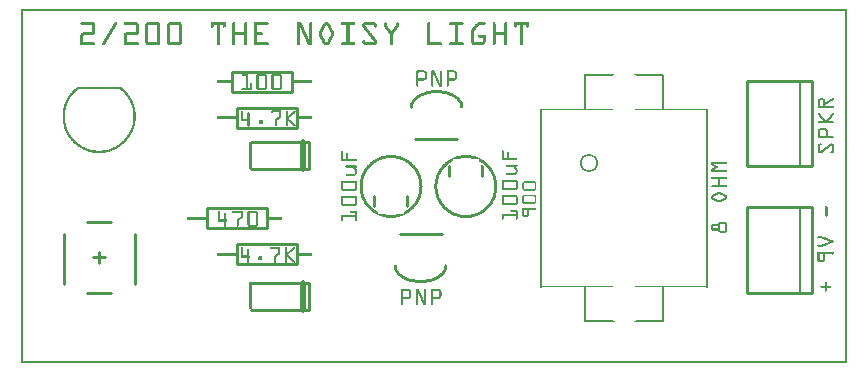
<source format=gto>
G04 MADE WITH FRITZING*
G04 WWW.FRITZING.ORG*
G04 DOUBLE SIDED*
G04 HOLES PLATED*
G04 CONTOUR ON CENTER OF CONTOUR VECTOR*
%ASAXBY*%
%FSLAX23Y23*%
%MOIN*%
%OFA0B0*%
%SFA1.0B1.0*%
%ADD10C,0.060921X0.0509212*%
%ADD11C,0.010000*%
%ADD12C,0.005000*%
%ADD13C,0.020000*%
%ADD14C,0.007874*%
%ADD15R,0.001000X0.001000*%
%LNSILK1*%
G90*
G70*
G54D10*
X1893Y669D03*
G54D11*
X622Y516D02*
X822Y516D01*
D02*
X822Y516D02*
X822Y450D01*
D02*
X822Y450D02*
X622Y450D01*
D02*
X622Y450D02*
X622Y516D01*
D02*
X903Y905D02*
X703Y905D01*
D02*
X703Y905D02*
X703Y971D01*
D02*
X703Y971D02*
X903Y971D01*
D02*
X903Y971D02*
X903Y905D01*
D02*
X722Y396D02*
X922Y396D01*
D02*
X922Y396D02*
X922Y330D01*
D02*
X922Y330D02*
X722Y330D01*
D02*
X722Y330D02*
X722Y396D01*
D02*
X722Y851D02*
X922Y851D01*
D02*
X922Y851D02*
X922Y785D01*
D02*
X922Y785D02*
X722Y785D01*
D02*
X722Y785D02*
X722Y851D01*
D02*
X1265Y431D02*
X1405Y431D01*
D02*
X1455Y746D02*
X1315Y746D01*
D02*
X301Y235D02*
X222Y235D01*
D02*
X379Y431D02*
X379Y264D01*
D02*
X143Y431D02*
X143Y264D01*
D02*
X301Y471D02*
X222Y471D01*
D02*
X281Y353D02*
X242Y353D01*
D02*
X261Y333D02*
X261Y372D01*
D02*
X2420Y941D02*
X2420Y656D01*
D02*
X2420Y656D02*
X2636Y656D01*
D02*
X2636Y656D02*
X2636Y941D01*
D02*
X2636Y941D02*
X2420Y941D01*
G54D12*
D02*
X2596Y656D02*
X2596Y941D01*
G54D11*
D02*
X961Y179D02*
X766Y179D01*
D02*
X766Y269D02*
X961Y269D01*
D02*
X961Y269D02*
X961Y179D01*
G54D13*
D02*
X941Y269D02*
X941Y179D01*
G54D11*
D02*
X961Y646D02*
X766Y646D01*
D02*
X766Y736D02*
X961Y736D01*
D02*
X961Y736D02*
X961Y646D01*
G54D13*
D02*
X941Y736D02*
X941Y646D01*
G54D11*
D02*
X2420Y521D02*
X2420Y235D01*
D02*
X2420Y235D02*
X2636Y235D01*
D02*
X2636Y235D02*
X2636Y521D01*
D02*
X2636Y521D02*
X2420Y521D01*
G54D12*
D02*
X2596Y235D02*
X2596Y521D01*
D02*
X1735Y846D02*
X1735Y255D01*
D02*
X2286Y255D02*
X2286Y846D01*
D02*
X1881Y848D02*
X1881Y961D01*
D02*
X2141Y961D02*
X2141Y847D01*
D02*
X1881Y255D02*
X1881Y141D01*
D02*
X2141Y141D02*
X2141Y255D01*
G54D14*
X332Y917D02*
X190Y917D01*
D02*
G54D15*
X0Y1181D02*
X2754Y1181D01*
X0Y1180D02*
X2754Y1180D01*
X0Y1179D02*
X2754Y1179D01*
X0Y1178D02*
X2754Y1178D01*
X0Y1177D02*
X2754Y1177D01*
X0Y1176D02*
X2754Y1176D01*
X0Y1175D02*
X2754Y1175D01*
X0Y1174D02*
X2754Y1174D01*
X0Y1173D02*
X7Y1173D01*
X2747Y1173D02*
X2754Y1173D01*
X0Y1172D02*
X7Y1172D01*
X2747Y1172D02*
X2754Y1172D01*
X0Y1171D02*
X7Y1171D01*
X2747Y1171D02*
X2754Y1171D01*
X0Y1170D02*
X7Y1170D01*
X2747Y1170D02*
X2754Y1170D01*
X0Y1169D02*
X7Y1169D01*
X2747Y1169D02*
X2754Y1169D01*
X0Y1168D02*
X7Y1168D01*
X2747Y1168D02*
X2754Y1168D01*
X0Y1167D02*
X7Y1167D01*
X2747Y1167D02*
X2754Y1167D01*
X0Y1166D02*
X7Y1166D01*
X2747Y1166D02*
X2754Y1166D01*
X0Y1165D02*
X7Y1165D01*
X2747Y1165D02*
X2754Y1165D01*
X0Y1164D02*
X7Y1164D01*
X2747Y1164D02*
X2754Y1164D01*
X0Y1163D02*
X7Y1163D01*
X2747Y1163D02*
X2754Y1163D01*
X0Y1162D02*
X7Y1162D01*
X2747Y1162D02*
X2754Y1162D01*
X0Y1161D02*
X7Y1161D01*
X2747Y1161D02*
X2754Y1161D01*
X0Y1160D02*
X7Y1160D01*
X2747Y1160D02*
X2754Y1160D01*
X0Y1159D02*
X7Y1159D01*
X2747Y1159D02*
X2754Y1159D01*
X0Y1158D02*
X7Y1158D01*
X2747Y1158D02*
X2754Y1158D01*
X0Y1157D02*
X7Y1157D01*
X2747Y1157D02*
X2754Y1157D01*
X0Y1156D02*
X7Y1156D01*
X2747Y1156D02*
X2754Y1156D01*
X0Y1155D02*
X7Y1155D01*
X2747Y1155D02*
X2754Y1155D01*
X0Y1154D02*
X7Y1154D01*
X2747Y1154D02*
X2754Y1154D01*
X0Y1153D02*
X7Y1153D01*
X2747Y1153D02*
X2754Y1153D01*
X0Y1152D02*
X7Y1152D01*
X2747Y1152D02*
X2754Y1152D01*
X0Y1151D02*
X7Y1151D01*
X2747Y1151D02*
X2754Y1151D01*
X0Y1150D02*
X7Y1150D01*
X2747Y1150D02*
X2754Y1150D01*
X0Y1149D02*
X7Y1149D01*
X2747Y1149D02*
X2754Y1149D01*
X0Y1148D02*
X7Y1148D01*
X2747Y1148D02*
X2754Y1148D01*
X0Y1147D02*
X7Y1147D01*
X2747Y1147D02*
X2754Y1147D01*
X0Y1146D02*
X7Y1146D01*
X2747Y1146D02*
X2754Y1146D01*
X0Y1145D02*
X7Y1145D01*
X2747Y1145D02*
X2754Y1145D01*
X0Y1144D02*
X7Y1144D01*
X2747Y1144D02*
X2754Y1144D01*
X0Y1143D02*
X7Y1143D01*
X2747Y1143D02*
X2754Y1143D01*
X0Y1142D02*
X7Y1142D01*
X2747Y1142D02*
X2754Y1142D01*
X0Y1141D02*
X7Y1141D01*
X2747Y1141D02*
X2754Y1141D01*
X0Y1140D02*
X7Y1140D01*
X2747Y1140D02*
X2754Y1140D01*
X0Y1139D02*
X7Y1139D01*
X2747Y1139D02*
X2754Y1139D01*
X0Y1138D02*
X7Y1138D01*
X2747Y1138D02*
X2754Y1138D01*
X0Y1137D02*
X7Y1137D01*
X203Y1137D02*
X240Y1137D01*
X315Y1137D02*
X317Y1137D01*
X347Y1137D02*
X385Y1137D01*
X424Y1137D02*
X457Y1137D01*
X496Y1137D02*
X529Y1137D01*
X633Y1137D02*
X682Y1137D01*
X709Y1137D02*
X711Y1137D01*
X748Y1137D02*
X750Y1137D01*
X778Y1137D02*
X823Y1137D01*
X922Y1137D02*
X934Y1137D01*
X965Y1137D02*
X967Y1137D01*
X1017Y1137D02*
X1021Y1137D01*
X1070Y1137D02*
X1112Y1137D01*
X1148Y1137D02*
X1177Y1137D01*
X1215Y1137D02*
X1217Y1137D01*
X1254Y1137D02*
X1256Y1137D01*
X1359Y1137D02*
X1361Y1137D01*
X1432Y1137D02*
X1473Y1137D01*
X1527Y1137D02*
X1545Y1137D01*
X1576Y1137D02*
X1578Y1137D01*
X1616Y1137D02*
X1618Y1137D01*
X1645Y1137D02*
X1693Y1137D01*
X2747Y1137D02*
X2754Y1137D01*
X0Y1136D02*
X7Y1136D01*
X201Y1136D02*
X243Y1136D01*
X313Y1136D02*
X319Y1136D01*
X346Y1136D02*
X387Y1136D01*
X421Y1136D02*
X460Y1136D01*
X494Y1136D02*
X532Y1136D01*
X633Y1136D02*
X682Y1136D01*
X707Y1136D02*
X713Y1136D01*
X747Y1136D02*
X752Y1136D01*
X778Y1136D02*
X824Y1136D01*
X922Y1136D02*
X935Y1136D01*
X964Y1136D02*
X969Y1136D01*
X1014Y1136D02*
X1024Y1136D01*
X1068Y1136D02*
X1114Y1136D01*
X1145Y1136D02*
X1180Y1136D01*
X1213Y1136D02*
X1218Y1136D01*
X1253Y1136D02*
X1258Y1136D01*
X1357Y1136D02*
X1363Y1136D01*
X1430Y1136D02*
X1475Y1136D01*
X1524Y1136D02*
X1547Y1136D01*
X1574Y1136D02*
X1580Y1136D01*
X1614Y1136D02*
X1619Y1136D01*
X1645Y1136D02*
X1694Y1136D01*
X2747Y1136D02*
X2754Y1136D01*
X0Y1135D02*
X7Y1135D01*
X200Y1135D02*
X244Y1135D01*
X312Y1135D02*
X319Y1135D01*
X345Y1135D02*
X389Y1135D01*
X420Y1135D02*
X461Y1135D01*
X492Y1135D02*
X533Y1135D01*
X633Y1135D02*
X682Y1135D01*
X706Y1135D02*
X713Y1135D01*
X746Y1135D02*
X753Y1135D01*
X778Y1135D02*
X825Y1135D01*
X922Y1135D02*
X935Y1135D01*
X963Y1135D02*
X970Y1135D01*
X1012Y1135D02*
X1025Y1135D01*
X1068Y1135D02*
X1114Y1135D01*
X1143Y1135D02*
X1182Y1135D01*
X1212Y1135D02*
X1219Y1135D01*
X1252Y1135D02*
X1259Y1135D01*
X1357Y1135D02*
X1364Y1135D01*
X1429Y1135D02*
X1476Y1135D01*
X1522Y1135D02*
X1548Y1135D01*
X1573Y1135D02*
X1581Y1135D01*
X1613Y1135D02*
X1620Y1135D01*
X1645Y1135D02*
X1694Y1135D01*
X2747Y1135D02*
X2754Y1135D01*
X0Y1134D02*
X7Y1134D01*
X200Y1134D02*
X245Y1134D01*
X311Y1134D02*
X320Y1134D01*
X344Y1134D02*
X390Y1134D01*
X419Y1134D02*
X462Y1134D01*
X491Y1134D02*
X534Y1134D01*
X633Y1134D02*
X682Y1134D01*
X706Y1134D02*
X714Y1134D01*
X745Y1134D02*
X754Y1134D01*
X778Y1134D02*
X826Y1134D01*
X922Y1134D02*
X936Y1134D01*
X962Y1134D02*
X971Y1134D01*
X1011Y1134D02*
X1027Y1134D01*
X1067Y1134D02*
X1115Y1134D01*
X1142Y1134D02*
X1183Y1134D01*
X1212Y1134D02*
X1220Y1134D01*
X1251Y1134D02*
X1260Y1134D01*
X1356Y1134D02*
X1364Y1134D01*
X1428Y1134D02*
X1476Y1134D01*
X1521Y1134D02*
X1549Y1134D01*
X1573Y1134D02*
X1581Y1134D01*
X1613Y1134D02*
X1621Y1134D01*
X1645Y1134D02*
X1694Y1134D01*
X2747Y1134D02*
X2754Y1134D01*
X0Y1133D02*
X7Y1133D01*
X199Y1133D02*
X246Y1133D01*
X311Y1133D02*
X320Y1133D01*
X344Y1133D02*
X391Y1133D01*
X418Y1133D02*
X463Y1133D01*
X490Y1133D02*
X535Y1133D01*
X633Y1133D02*
X682Y1133D01*
X705Y1133D02*
X714Y1133D01*
X745Y1133D02*
X754Y1133D01*
X778Y1133D02*
X826Y1133D01*
X922Y1133D02*
X936Y1133D01*
X962Y1133D02*
X971Y1133D01*
X1010Y1133D02*
X1028Y1133D01*
X1067Y1133D02*
X1115Y1133D01*
X1141Y1133D02*
X1184Y1133D01*
X1211Y1133D02*
X1220Y1133D01*
X1251Y1133D02*
X1260Y1133D01*
X1356Y1133D02*
X1365Y1133D01*
X1428Y1133D02*
X1477Y1133D01*
X1520Y1133D02*
X1549Y1133D01*
X1573Y1133D02*
X1581Y1133D01*
X1612Y1133D02*
X1621Y1133D01*
X1645Y1133D02*
X1694Y1133D01*
X2747Y1133D02*
X2754Y1133D01*
X0Y1132D02*
X7Y1132D01*
X199Y1132D02*
X247Y1132D01*
X310Y1132D02*
X320Y1132D01*
X344Y1132D02*
X391Y1132D01*
X417Y1132D02*
X464Y1132D01*
X490Y1132D02*
X536Y1132D01*
X633Y1132D02*
X682Y1132D01*
X705Y1132D02*
X714Y1132D01*
X745Y1132D02*
X754Y1132D01*
X778Y1132D02*
X826Y1132D01*
X922Y1132D02*
X937Y1132D01*
X962Y1132D02*
X971Y1132D01*
X1009Y1132D02*
X1029Y1132D01*
X1067Y1132D02*
X1115Y1132D01*
X1141Y1132D02*
X1185Y1132D01*
X1211Y1132D02*
X1220Y1132D01*
X1251Y1132D02*
X1260Y1132D01*
X1356Y1132D02*
X1365Y1132D01*
X1428Y1132D02*
X1477Y1132D01*
X1519Y1132D02*
X1549Y1132D01*
X1573Y1132D02*
X1582Y1132D01*
X1612Y1132D02*
X1621Y1132D01*
X1645Y1132D02*
X1694Y1132D01*
X2747Y1132D02*
X2754Y1132D01*
X0Y1131D02*
X7Y1131D01*
X200Y1131D02*
X247Y1131D01*
X310Y1131D02*
X320Y1131D01*
X344Y1131D02*
X392Y1131D01*
X417Y1131D02*
X464Y1131D01*
X489Y1131D02*
X536Y1131D01*
X633Y1131D02*
X682Y1131D01*
X705Y1131D02*
X714Y1131D01*
X745Y1131D02*
X754Y1131D01*
X778Y1131D02*
X826Y1131D01*
X922Y1131D02*
X937Y1131D01*
X962Y1131D02*
X971Y1131D01*
X1008Y1131D02*
X1029Y1131D01*
X1067Y1131D02*
X1115Y1131D01*
X1140Y1131D02*
X1185Y1131D01*
X1211Y1131D02*
X1220Y1131D01*
X1251Y1131D02*
X1260Y1131D01*
X1356Y1131D02*
X1365Y1131D01*
X1428Y1131D02*
X1477Y1131D01*
X1518Y1131D02*
X1549Y1131D01*
X1573Y1131D02*
X1582Y1131D01*
X1612Y1131D02*
X1621Y1131D01*
X1645Y1131D02*
X1694Y1131D01*
X2747Y1131D02*
X2754Y1131D01*
X0Y1130D02*
X7Y1130D01*
X200Y1130D02*
X248Y1130D01*
X309Y1130D02*
X320Y1130D01*
X344Y1130D02*
X392Y1130D01*
X417Y1130D02*
X465Y1130D01*
X489Y1130D02*
X537Y1130D01*
X633Y1130D02*
X682Y1130D01*
X705Y1130D02*
X714Y1130D01*
X745Y1130D02*
X754Y1130D01*
X778Y1130D02*
X826Y1130D01*
X922Y1130D02*
X938Y1130D01*
X962Y1130D02*
X971Y1130D01*
X1007Y1130D02*
X1030Y1130D01*
X1067Y1130D02*
X1115Y1130D01*
X1140Y1130D02*
X1186Y1130D01*
X1211Y1130D02*
X1220Y1130D01*
X1251Y1130D02*
X1260Y1130D01*
X1356Y1130D02*
X1365Y1130D01*
X1429Y1130D02*
X1476Y1130D01*
X1517Y1130D02*
X1548Y1130D01*
X1573Y1130D02*
X1582Y1130D01*
X1612Y1130D02*
X1621Y1130D01*
X1645Y1130D02*
X1694Y1130D01*
X2747Y1130D02*
X2754Y1130D01*
X0Y1129D02*
X7Y1129D01*
X201Y1129D02*
X248Y1129D01*
X309Y1129D02*
X319Y1129D01*
X345Y1129D02*
X393Y1129D01*
X416Y1129D02*
X465Y1129D01*
X489Y1129D02*
X537Y1129D01*
X633Y1129D02*
X682Y1129D01*
X705Y1129D02*
X714Y1129D01*
X745Y1129D02*
X754Y1129D01*
X778Y1129D02*
X825Y1129D01*
X922Y1129D02*
X938Y1129D01*
X962Y1129D02*
X971Y1129D01*
X1007Y1129D02*
X1030Y1129D01*
X1068Y1129D02*
X1114Y1129D01*
X1139Y1129D02*
X1187Y1129D01*
X1211Y1129D02*
X1220Y1129D01*
X1251Y1129D02*
X1260Y1129D01*
X1356Y1129D02*
X1365Y1129D01*
X1429Y1129D02*
X1475Y1129D01*
X1516Y1129D02*
X1548Y1129D01*
X1573Y1129D02*
X1582Y1129D01*
X1612Y1129D02*
X1621Y1129D01*
X1645Y1129D02*
X1694Y1129D01*
X2747Y1129D02*
X2754Y1129D01*
X0Y1128D02*
X7Y1128D01*
X202Y1128D02*
X248Y1128D01*
X308Y1128D02*
X319Y1128D01*
X346Y1128D02*
X393Y1128D01*
X416Y1128D02*
X465Y1128D01*
X489Y1128D02*
X537Y1128D01*
X633Y1128D02*
X682Y1128D01*
X705Y1128D02*
X714Y1128D01*
X745Y1128D02*
X754Y1128D01*
X778Y1128D02*
X824Y1128D01*
X922Y1128D02*
X938Y1128D01*
X962Y1128D02*
X971Y1128D01*
X1006Y1128D02*
X1031Y1128D01*
X1069Y1128D02*
X1113Y1128D01*
X1139Y1128D02*
X1187Y1128D01*
X1211Y1128D02*
X1220Y1128D01*
X1251Y1128D02*
X1260Y1128D01*
X1356Y1128D02*
X1365Y1128D01*
X1430Y1128D02*
X1474Y1128D01*
X1515Y1128D02*
X1547Y1128D01*
X1573Y1128D02*
X1582Y1128D01*
X1612Y1128D02*
X1621Y1128D01*
X1645Y1128D02*
X1694Y1128D01*
X2747Y1128D02*
X2754Y1128D01*
X0Y1127D02*
X7Y1127D01*
X239Y1127D02*
X248Y1127D01*
X307Y1127D02*
X318Y1127D01*
X383Y1127D02*
X393Y1127D01*
X416Y1127D02*
X425Y1127D01*
X456Y1127D02*
X465Y1127D01*
X488Y1127D02*
X498Y1127D01*
X528Y1127D02*
X537Y1127D01*
X633Y1127D02*
X642Y1127D01*
X653Y1127D02*
X662Y1127D01*
X672Y1127D02*
X682Y1127D01*
X705Y1127D02*
X714Y1127D01*
X745Y1127D02*
X754Y1127D01*
X778Y1127D02*
X787Y1127D01*
X922Y1127D02*
X939Y1127D01*
X962Y1127D02*
X971Y1127D01*
X1006Y1127D02*
X1017Y1127D01*
X1020Y1127D02*
X1031Y1127D01*
X1086Y1127D02*
X1096Y1127D01*
X1139Y1127D02*
X1149Y1127D01*
X1176Y1127D02*
X1187Y1127D01*
X1211Y1127D02*
X1220Y1127D01*
X1251Y1127D02*
X1260Y1127D01*
X1356Y1127D02*
X1365Y1127D01*
X1448Y1127D02*
X1457Y1127D01*
X1515Y1127D02*
X1528Y1127D01*
X1573Y1127D02*
X1582Y1127D01*
X1612Y1127D02*
X1621Y1127D01*
X1645Y1127D02*
X1654Y1127D01*
X1664Y1127D02*
X1674Y1127D01*
X1684Y1127D02*
X1694Y1127D01*
X2747Y1127D02*
X2754Y1127D01*
X0Y1126D02*
X7Y1126D01*
X239Y1126D02*
X248Y1126D01*
X307Y1126D02*
X318Y1126D01*
X384Y1126D02*
X393Y1126D01*
X416Y1126D02*
X425Y1126D01*
X456Y1126D02*
X465Y1126D01*
X488Y1126D02*
X498Y1126D01*
X528Y1126D02*
X537Y1126D01*
X633Y1126D02*
X642Y1126D01*
X653Y1126D02*
X662Y1126D01*
X673Y1126D02*
X682Y1126D01*
X705Y1126D02*
X714Y1126D01*
X745Y1126D02*
X754Y1126D01*
X778Y1126D02*
X787Y1126D01*
X922Y1126D02*
X939Y1126D01*
X962Y1126D02*
X971Y1126D01*
X1005Y1126D02*
X1016Y1126D01*
X1021Y1126D02*
X1032Y1126D01*
X1086Y1126D02*
X1096Y1126D01*
X1139Y1126D02*
X1148Y1126D01*
X1178Y1126D02*
X1187Y1126D01*
X1211Y1126D02*
X1220Y1126D01*
X1251Y1126D02*
X1260Y1126D01*
X1356Y1126D02*
X1365Y1126D01*
X1448Y1126D02*
X1457Y1126D01*
X1514Y1126D02*
X1526Y1126D01*
X1573Y1126D02*
X1582Y1126D01*
X1612Y1126D02*
X1621Y1126D01*
X1645Y1126D02*
X1654Y1126D01*
X1665Y1126D02*
X1674Y1126D01*
X1684Y1126D02*
X1694Y1126D01*
X2747Y1126D02*
X2754Y1126D01*
X0Y1125D02*
X7Y1125D01*
X239Y1125D02*
X248Y1125D01*
X306Y1125D02*
X317Y1125D01*
X384Y1125D02*
X393Y1125D01*
X416Y1125D02*
X425Y1125D01*
X456Y1125D02*
X465Y1125D01*
X488Y1125D02*
X498Y1125D01*
X528Y1125D02*
X537Y1125D01*
X633Y1125D02*
X642Y1125D01*
X653Y1125D02*
X662Y1125D01*
X673Y1125D02*
X682Y1125D01*
X705Y1125D02*
X714Y1125D01*
X745Y1125D02*
X754Y1125D01*
X778Y1125D02*
X787Y1125D01*
X922Y1125D02*
X940Y1125D01*
X962Y1125D02*
X971Y1125D01*
X1005Y1125D02*
X1015Y1125D01*
X1022Y1125D02*
X1032Y1125D01*
X1086Y1125D02*
X1096Y1125D01*
X1139Y1125D02*
X1148Y1125D01*
X1178Y1125D02*
X1188Y1125D01*
X1211Y1125D02*
X1221Y1125D01*
X1250Y1125D02*
X1260Y1125D01*
X1356Y1125D02*
X1365Y1125D01*
X1448Y1125D02*
X1457Y1125D01*
X1513Y1125D02*
X1525Y1125D01*
X1573Y1125D02*
X1582Y1125D01*
X1612Y1125D02*
X1621Y1125D01*
X1645Y1125D02*
X1654Y1125D01*
X1665Y1125D02*
X1674Y1125D01*
X1684Y1125D02*
X1694Y1125D01*
X2747Y1125D02*
X2754Y1125D01*
X0Y1124D02*
X7Y1124D01*
X239Y1124D02*
X248Y1124D01*
X306Y1124D02*
X316Y1124D01*
X384Y1124D02*
X393Y1124D01*
X416Y1124D02*
X425Y1124D01*
X456Y1124D02*
X465Y1124D01*
X488Y1124D02*
X498Y1124D01*
X528Y1124D02*
X537Y1124D01*
X633Y1124D02*
X642Y1124D01*
X653Y1124D02*
X662Y1124D01*
X673Y1124D02*
X682Y1124D01*
X705Y1124D02*
X714Y1124D01*
X745Y1124D02*
X754Y1124D01*
X778Y1124D02*
X787Y1124D01*
X922Y1124D02*
X940Y1124D01*
X962Y1124D02*
X971Y1124D01*
X1004Y1124D02*
X1015Y1124D01*
X1023Y1124D02*
X1033Y1124D01*
X1086Y1124D02*
X1096Y1124D01*
X1139Y1124D02*
X1149Y1124D01*
X1179Y1124D02*
X1188Y1124D01*
X1211Y1124D02*
X1221Y1124D01*
X1250Y1124D02*
X1260Y1124D01*
X1356Y1124D02*
X1365Y1124D01*
X1448Y1124D02*
X1457Y1124D01*
X1512Y1124D02*
X1524Y1124D01*
X1573Y1124D02*
X1582Y1124D01*
X1612Y1124D02*
X1621Y1124D01*
X1645Y1124D02*
X1654Y1124D01*
X1665Y1124D02*
X1674Y1124D01*
X1685Y1124D02*
X1694Y1124D01*
X2747Y1124D02*
X2754Y1124D01*
X0Y1123D02*
X7Y1123D01*
X239Y1123D02*
X248Y1123D01*
X305Y1123D02*
X316Y1123D01*
X384Y1123D02*
X393Y1123D01*
X416Y1123D02*
X425Y1123D01*
X456Y1123D02*
X465Y1123D01*
X488Y1123D02*
X498Y1123D01*
X528Y1123D02*
X537Y1123D01*
X633Y1123D02*
X642Y1123D01*
X653Y1123D02*
X662Y1123D01*
X673Y1123D02*
X682Y1123D01*
X705Y1123D02*
X714Y1123D01*
X745Y1123D02*
X754Y1123D01*
X778Y1123D02*
X787Y1123D01*
X922Y1123D02*
X941Y1123D01*
X962Y1123D02*
X971Y1123D01*
X1004Y1123D02*
X1014Y1123D01*
X1023Y1123D02*
X1033Y1123D01*
X1086Y1123D02*
X1096Y1123D01*
X1139Y1123D02*
X1150Y1123D01*
X1179Y1123D02*
X1188Y1123D01*
X1211Y1123D02*
X1222Y1123D01*
X1249Y1123D02*
X1260Y1123D01*
X1356Y1123D02*
X1365Y1123D01*
X1448Y1123D02*
X1457Y1123D01*
X1511Y1123D02*
X1523Y1123D01*
X1573Y1123D02*
X1582Y1123D01*
X1612Y1123D02*
X1621Y1123D01*
X1645Y1123D02*
X1654Y1123D01*
X1665Y1123D02*
X1674Y1123D01*
X1685Y1123D02*
X1693Y1123D01*
X2747Y1123D02*
X2754Y1123D01*
X0Y1122D02*
X7Y1122D01*
X239Y1122D02*
X248Y1122D01*
X304Y1122D02*
X315Y1122D01*
X384Y1122D02*
X393Y1122D01*
X416Y1122D02*
X425Y1122D01*
X456Y1122D02*
X465Y1122D01*
X488Y1122D02*
X498Y1122D01*
X528Y1122D02*
X537Y1122D01*
X633Y1122D02*
X642Y1122D01*
X653Y1122D02*
X662Y1122D01*
X673Y1122D02*
X681Y1122D01*
X705Y1122D02*
X714Y1122D01*
X745Y1122D02*
X754Y1122D01*
X778Y1122D02*
X787Y1122D01*
X922Y1122D02*
X941Y1122D01*
X962Y1122D02*
X971Y1122D01*
X1003Y1122D02*
X1014Y1122D01*
X1024Y1122D02*
X1034Y1122D01*
X1086Y1122D02*
X1096Y1122D01*
X1140Y1122D02*
X1151Y1122D01*
X1179Y1122D02*
X1187Y1122D01*
X1211Y1122D02*
X1223Y1122D01*
X1248Y1122D02*
X1260Y1122D01*
X1356Y1122D02*
X1365Y1122D01*
X1448Y1122D02*
X1457Y1122D01*
X1511Y1122D02*
X1523Y1122D01*
X1573Y1122D02*
X1582Y1122D01*
X1612Y1122D02*
X1621Y1122D01*
X1645Y1122D02*
X1654Y1122D01*
X1665Y1122D02*
X1674Y1122D01*
X1685Y1122D02*
X1693Y1122D01*
X2747Y1122D02*
X2754Y1122D01*
X0Y1121D02*
X7Y1121D01*
X239Y1121D02*
X248Y1121D01*
X304Y1121D02*
X315Y1121D01*
X384Y1121D02*
X393Y1121D01*
X416Y1121D02*
X425Y1121D01*
X456Y1121D02*
X465Y1121D01*
X488Y1121D02*
X498Y1121D01*
X528Y1121D02*
X537Y1121D01*
X634Y1121D02*
X641Y1121D01*
X653Y1121D02*
X662Y1121D01*
X674Y1121D02*
X681Y1121D01*
X705Y1121D02*
X714Y1121D01*
X745Y1121D02*
X754Y1121D01*
X778Y1121D02*
X787Y1121D01*
X922Y1121D02*
X942Y1121D01*
X962Y1121D02*
X971Y1121D01*
X1003Y1121D02*
X1013Y1121D01*
X1024Y1121D02*
X1034Y1121D01*
X1086Y1121D02*
X1096Y1121D01*
X1140Y1121D02*
X1151Y1121D01*
X1179Y1121D02*
X1187Y1121D01*
X1212Y1121D02*
X1224Y1121D01*
X1247Y1121D02*
X1259Y1121D01*
X1356Y1121D02*
X1365Y1121D01*
X1448Y1121D02*
X1457Y1121D01*
X1510Y1121D02*
X1522Y1121D01*
X1573Y1121D02*
X1582Y1121D01*
X1612Y1121D02*
X1621Y1121D01*
X1646Y1121D02*
X1653Y1121D01*
X1665Y1121D02*
X1674Y1121D01*
X1685Y1121D02*
X1693Y1121D01*
X2747Y1121D02*
X2754Y1121D01*
X0Y1120D02*
X7Y1120D01*
X239Y1120D02*
X248Y1120D01*
X303Y1120D02*
X314Y1120D01*
X384Y1120D02*
X393Y1120D01*
X416Y1120D02*
X425Y1120D01*
X456Y1120D02*
X465Y1120D01*
X488Y1120D02*
X498Y1120D01*
X528Y1120D02*
X537Y1120D01*
X635Y1120D02*
X640Y1120D01*
X653Y1120D02*
X662Y1120D01*
X674Y1120D02*
X680Y1120D01*
X705Y1120D02*
X714Y1120D01*
X745Y1120D02*
X754Y1120D01*
X778Y1120D02*
X787Y1120D01*
X922Y1120D02*
X942Y1120D01*
X962Y1120D02*
X971Y1120D01*
X1002Y1120D02*
X1013Y1120D01*
X1025Y1120D02*
X1035Y1120D01*
X1086Y1120D02*
X1096Y1120D01*
X1141Y1120D02*
X1152Y1120D01*
X1180Y1120D02*
X1186Y1120D01*
X1213Y1120D02*
X1225Y1120D01*
X1247Y1120D02*
X1258Y1120D01*
X1356Y1120D02*
X1365Y1120D01*
X1448Y1120D02*
X1457Y1120D01*
X1509Y1120D02*
X1521Y1120D01*
X1573Y1120D02*
X1582Y1120D01*
X1612Y1120D02*
X1621Y1120D01*
X1647Y1120D02*
X1652Y1120D01*
X1665Y1120D02*
X1674Y1120D01*
X1686Y1120D02*
X1692Y1120D01*
X2747Y1120D02*
X2754Y1120D01*
X0Y1119D02*
X7Y1119D01*
X239Y1119D02*
X248Y1119D01*
X303Y1119D02*
X313Y1119D01*
X384Y1119D02*
X393Y1119D01*
X416Y1119D02*
X425Y1119D01*
X456Y1119D02*
X465Y1119D01*
X488Y1119D02*
X498Y1119D01*
X528Y1119D02*
X537Y1119D01*
X636Y1119D02*
X639Y1119D01*
X653Y1119D02*
X662Y1119D01*
X676Y1119D02*
X678Y1119D01*
X705Y1119D02*
X714Y1119D01*
X745Y1119D02*
X754Y1119D01*
X778Y1119D02*
X787Y1119D01*
X922Y1119D02*
X942Y1119D01*
X962Y1119D02*
X971Y1119D01*
X1002Y1119D02*
X1012Y1119D01*
X1025Y1119D02*
X1035Y1119D01*
X1086Y1119D02*
X1096Y1119D01*
X1141Y1119D02*
X1153Y1119D01*
X1182Y1119D02*
X1184Y1119D01*
X1213Y1119D02*
X1225Y1119D01*
X1246Y1119D02*
X1258Y1119D01*
X1356Y1119D02*
X1365Y1119D01*
X1448Y1119D02*
X1457Y1119D01*
X1508Y1119D02*
X1520Y1119D01*
X1573Y1119D02*
X1582Y1119D01*
X1612Y1119D02*
X1621Y1119D01*
X1648Y1119D02*
X1650Y1119D01*
X1665Y1119D02*
X1674Y1119D01*
X1688Y1119D02*
X1690Y1119D01*
X2747Y1119D02*
X2754Y1119D01*
X0Y1118D02*
X7Y1118D01*
X239Y1118D02*
X248Y1118D01*
X302Y1118D02*
X313Y1118D01*
X384Y1118D02*
X393Y1118D01*
X416Y1118D02*
X425Y1118D01*
X456Y1118D02*
X465Y1118D01*
X488Y1118D02*
X498Y1118D01*
X528Y1118D02*
X537Y1118D01*
X653Y1118D02*
X662Y1118D01*
X705Y1118D02*
X714Y1118D01*
X745Y1118D02*
X754Y1118D01*
X778Y1118D02*
X787Y1118D01*
X922Y1118D02*
X931Y1118D01*
X933Y1118D02*
X943Y1118D01*
X962Y1118D02*
X971Y1118D01*
X1001Y1118D02*
X1012Y1118D01*
X1026Y1118D02*
X1036Y1118D01*
X1086Y1118D02*
X1096Y1118D01*
X1142Y1118D02*
X1154Y1118D01*
X1214Y1118D02*
X1226Y1118D01*
X1245Y1118D02*
X1257Y1118D01*
X1356Y1118D02*
X1365Y1118D01*
X1448Y1118D02*
X1457Y1118D01*
X1508Y1118D02*
X1519Y1118D01*
X1573Y1118D02*
X1582Y1118D01*
X1612Y1118D02*
X1621Y1118D01*
X1665Y1118D02*
X1674Y1118D01*
X2747Y1118D02*
X2754Y1118D01*
X0Y1117D02*
X7Y1117D01*
X239Y1117D02*
X248Y1117D01*
X302Y1117D02*
X312Y1117D01*
X384Y1117D02*
X393Y1117D01*
X416Y1117D02*
X425Y1117D01*
X456Y1117D02*
X465Y1117D01*
X488Y1117D02*
X498Y1117D01*
X528Y1117D02*
X537Y1117D01*
X653Y1117D02*
X662Y1117D01*
X705Y1117D02*
X714Y1117D01*
X745Y1117D02*
X754Y1117D01*
X778Y1117D02*
X787Y1117D01*
X922Y1117D02*
X931Y1117D01*
X933Y1117D02*
X943Y1117D01*
X962Y1117D02*
X971Y1117D01*
X1001Y1117D02*
X1011Y1117D01*
X1026Y1117D02*
X1036Y1117D01*
X1086Y1117D02*
X1096Y1117D01*
X1143Y1117D02*
X1155Y1117D01*
X1215Y1117D02*
X1227Y1117D01*
X1244Y1117D02*
X1256Y1117D01*
X1356Y1117D02*
X1365Y1117D01*
X1448Y1117D02*
X1457Y1117D01*
X1507Y1117D02*
X1519Y1117D01*
X1573Y1117D02*
X1582Y1117D01*
X1612Y1117D02*
X1621Y1117D01*
X1665Y1117D02*
X1674Y1117D01*
X2747Y1117D02*
X2754Y1117D01*
X0Y1116D02*
X7Y1116D01*
X239Y1116D02*
X248Y1116D01*
X301Y1116D02*
X312Y1116D01*
X384Y1116D02*
X393Y1116D01*
X416Y1116D02*
X425Y1116D01*
X456Y1116D02*
X465Y1116D01*
X488Y1116D02*
X498Y1116D01*
X528Y1116D02*
X537Y1116D01*
X653Y1116D02*
X662Y1116D01*
X705Y1116D02*
X714Y1116D01*
X745Y1116D02*
X754Y1116D01*
X778Y1116D02*
X787Y1116D01*
X922Y1116D02*
X931Y1116D01*
X934Y1116D02*
X944Y1116D01*
X962Y1116D02*
X971Y1116D01*
X1000Y1116D02*
X1011Y1116D01*
X1027Y1116D02*
X1037Y1116D01*
X1086Y1116D02*
X1096Y1116D01*
X1143Y1116D02*
X1155Y1116D01*
X1216Y1116D02*
X1228Y1116D01*
X1243Y1116D02*
X1255Y1116D01*
X1356Y1116D02*
X1365Y1116D01*
X1448Y1116D02*
X1457Y1116D01*
X1506Y1116D02*
X1518Y1116D01*
X1573Y1116D02*
X1582Y1116D01*
X1612Y1116D02*
X1621Y1116D01*
X1665Y1116D02*
X1674Y1116D01*
X2747Y1116D02*
X2754Y1116D01*
X0Y1115D02*
X7Y1115D01*
X239Y1115D02*
X248Y1115D01*
X300Y1115D02*
X311Y1115D01*
X384Y1115D02*
X393Y1115D01*
X416Y1115D02*
X425Y1115D01*
X456Y1115D02*
X465Y1115D01*
X488Y1115D02*
X498Y1115D01*
X528Y1115D02*
X537Y1115D01*
X653Y1115D02*
X662Y1115D01*
X705Y1115D02*
X714Y1115D01*
X745Y1115D02*
X754Y1115D01*
X778Y1115D02*
X787Y1115D01*
X922Y1115D02*
X931Y1115D01*
X934Y1115D02*
X944Y1115D01*
X962Y1115D02*
X971Y1115D01*
X1000Y1115D02*
X1010Y1115D01*
X1027Y1115D02*
X1037Y1115D01*
X1086Y1115D02*
X1096Y1115D01*
X1144Y1115D02*
X1156Y1115D01*
X1217Y1115D02*
X1228Y1115D01*
X1243Y1115D02*
X1254Y1115D01*
X1356Y1115D02*
X1365Y1115D01*
X1448Y1115D02*
X1457Y1115D01*
X1505Y1115D02*
X1517Y1115D01*
X1573Y1115D02*
X1582Y1115D01*
X1612Y1115D02*
X1621Y1115D01*
X1665Y1115D02*
X1674Y1115D01*
X2747Y1115D02*
X2754Y1115D01*
X0Y1114D02*
X7Y1114D01*
X239Y1114D02*
X248Y1114D01*
X300Y1114D02*
X311Y1114D01*
X384Y1114D02*
X393Y1114D01*
X416Y1114D02*
X425Y1114D01*
X456Y1114D02*
X465Y1114D01*
X488Y1114D02*
X498Y1114D01*
X528Y1114D02*
X537Y1114D01*
X653Y1114D02*
X662Y1114D01*
X705Y1114D02*
X714Y1114D01*
X745Y1114D02*
X754Y1114D01*
X778Y1114D02*
X787Y1114D01*
X922Y1114D02*
X931Y1114D01*
X934Y1114D02*
X945Y1114D01*
X962Y1114D02*
X971Y1114D01*
X999Y1114D02*
X1010Y1114D01*
X1028Y1114D02*
X1038Y1114D01*
X1086Y1114D02*
X1096Y1114D01*
X1145Y1114D02*
X1157Y1114D01*
X1217Y1114D02*
X1229Y1114D01*
X1242Y1114D02*
X1254Y1114D01*
X1356Y1114D02*
X1365Y1114D01*
X1448Y1114D02*
X1457Y1114D01*
X1505Y1114D02*
X1516Y1114D01*
X1573Y1114D02*
X1582Y1114D01*
X1612Y1114D02*
X1621Y1114D01*
X1665Y1114D02*
X1674Y1114D01*
X2747Y1114D02*
X2754Y1114D01*
X0Y1113D02*
X7Y1113D01*
X239Y1113D02*
X248Y1113D01*
X299Y1113D02*
X310Y1113D01*
X384Y1113D02*
X393Y1113D01*
X416Y1113D02*
X425Y1113D01*
X456Y1113D02*
X465Y1113D01*
X488Y1113D02*
X498Y1113D01*
X528Y1113D02*
X537Y1113D01*
X653Y1113D02*
X662Y1113D01*
X705Y1113D02*
X714Y1113D01*
X745Y1113D02*
X754Y1113D01*
X778Y1113D02*
X787Y1113D01*
X922Y1113D02*
X931Y1113D01*
X935Y1113D02*
X945Y1113D01*
X962Y1113D02*
X971Y1113D01*
X999Y1113D02*
X1009Y1113D01*
X1028Y1113D02*
X1038Y1113D01*
X1086Y1113D02*
X1096Y1113D01*
X1146Y1113D02*
X1158Y1113D01*
X1218Y1113D02*
X1230Y1113D01*
X1241Y1113D02*
X1253Y1113D01*
X1356Y1113D02*
X1365Y1113D01*
X1448Y1113D02*
X1457Y1113D01*
X1504Y1113D02*
X1516Y1113D01*
X1573Y1113D02*
X1582Y1113D01*
X1612Y1113D02*
X1621Y1113D01*
X1665Y1113D02*
X1674Y1113D01*
X2747Y1113D02*
X2754Y1113D01*
X0Y1112D02*
X7Y1112D01*
X239Y1112D02*
X248Y1112D01*
X299Y1112D02*
X309Y1112D01*
X384Y1112D02*
X393Y1112D01*
X416Y1112D02*
X425Y1112D01*
X456Y1112D02*
X465Y1112D01*
X488Y1112D02*
X498Y1112D01*
X528Y1112D02*
X537Y1112D01*
X653Y1112D02*
X662Y1112D01*
X705Y1112D02*
X714Y1112D01*
X745Y1112D02*
X754Y1112D01*
X778Y1112D02*
X787Y1112D01*
X922Y1112D02*
X931Y1112D01*
X935Y1112D02*
X945Y1112D01*
X962Y1112D02*
X971Y1112D01*
X998Y1112D02*
X1009Y1112D01*
X1029Y1112D02*
X1039Y1112D01*
X1086Y1112D02*
X1096Y1112D01*
X1147Y1112D02*
X1158Y1112D01*
X1219Y1112D02*
X1231Y1112D01*
X1240Y1112D02*
X1252Y1112D01*
X1356Y1112D02*
X1365Y1112D01*
X1448Y1112D02*
X1457Y1112D01*
X1503Y1112D02*
X1515Y1112D01*
X1573Y1112D02*
X1582Y1112D01*
X1612Y1112D02*
X1621Y1112D01*
X1665Y1112D02*
X1674Y1112D01*
X2747Y1112D02*
X2754Y1112D01*
X0Y1111D02*
X7Y1111D01*
X239Y1111D02*
X248Y1111D01*
X298Y1111D02*
X309Y1111D01*
X384Y1111D02*
X393Y1111D01*
X416Y1111D02*
X425Y1111D01*
X456Y1111D02*
X465Y1111D01*
X488Y1111D02*
X498Y1111D01*
X528Y1111D02*
X537Y1111D01*
X653Y1111D02*
X662Y1111D01*
X705Y1111D02*
X714Y1111D01*
X745Y1111D02*
X754Y1111D01*
X778Y1111D02*
X787Y1111D01*
X922Y1111D02*
X931Y1111D01*
X936Y1111D02*
X946Y1111D01*
X962Y1111D02*
X971Y1111D01*
X998Y1111D02*
X1008Y1111D01*
X1029Y1111D02*
X1039Y1111D01*
X1086Y1111D02*
X1096Y1111D01*
X1147Y1111D02*
X1159Y1111D01*
X1220Y1111D02*
X1232Y1111D01*
X1240Y1111D02*
X1251Y1111D01*
X1356Y1111D02*
X1365Y1111D01*
X1448Y1111D02*
X1457Y1111D01*
X1503Y1111D02*
X1514Y1111D01*
X1573Y1111D02*
X1582Y1111D01*
X1612Y1111D02*
X1621Y1111D01*
X1665Y1111D02*
X1674Y1111D01*
X2747Y1111D02*
X2754Y1111D01*
X0Y1110D02*
X7Y1110D01*
X239Y1110D02*
X248Y1110D01*
X297Y1110D02*
X308Y1110D01*
X384Y1110D02*
X393Y1110D01*
X416Y1110D02*
X425Y1110D01*
X456Y1110D02*
X465Y1110D01*
X488Y1110D02*
X498Y1110D01*
X528Y1110D02*
X537Y1110D01*
X653Y1110D02*
X662Y1110D01*
X705Y1110D02*
X714Y1110D01*
X745Y1110D02*
X754Y1110D01*
X778Y1110D02*
X787Y1110D01*
X922Y1110D02*
X931Y1110D01*
X936Y1110D02*
X946Y1110D01*
X962Y1110D02*
X971Y1110D01*
X997Y1110D02*
X1008Y1110D01*
X1030Y1110D02*
X1040Y1110D01*
X1086Y1110D02*
X1096Y1110D01*
X1148Y1110D02*
X1160Y1110D01*
X1221Y1110D02*
X1232Y1110D01*
X1239Y1110D02*
X1251Y1110D01*
X1356Y1110D02*
X1365Y1110D01*
X1448Y1110D02*
X1457Y1110D01*
X1502Y1110D02*
X1513Y1110D01*
X1573Y1110D02*
X1582Y1110D01*
X1612Y1110D02*
X1621Y1110D01*
X1665Y1110D02*
X1674Y1110D01*
X2747Y1110D02*
X2754Y1110D01*
X0Y1109D02*
X7Y1109D01*
X239Y1109D02*
X248Y1109D01*
X297Y1109D02*
X308Y1109D01*
X384Y1109D02*
X393Y1109D01*
X416Y1109D02*
X425Y1109D01*
X456Y1109D02*
X465Y1109D01*
X488Y1109D02*
X498Y1109D01*
X528Y1109D02*
X537Y1109D01*
X653Y1109D02*
X662Y1109D01*
X705Y1109D02*
X714Y1109D01*
X745Y1109D02*
X754Y1109D01*
X778Y1109D02*
X787Y1109D01*
X922Y1109D02*
X931Y1109D01*
X937Y1109D02*
X947Y1109D01*
X962Y1109D02*
X971Y1109D01*
X997Y1109D02*
X1007Y1109D01*
X1030Y1109D02*
X1040Y1109D01*
X1086Y1109D02*
X1096Y1109D01*
X1149Y1109D02*
X1161Y1109D01*
X1221Y1109D02*
X1233Y1109D01*
X1238Y1109D02*
X1250Y1109D01*
X1356Y1109D02*
X1365Y1109D01*
X1448Y1109D02*
X1457Y1109D01*
X1502Y1109D02*
X1512Y1109D01*
X1573Y1109D02*
X1582Y1109D01*
X1612Y1109D02*
X1621Y1109D01*
X1665Y1109D02*
X1674Y1109D01*
X2747Y1109D02*
X2754Y1109D01*
X0Y1108D02*
X7Y1108D01*
X239Y1108D02*
X248Y1108D01*
X296Y1108D02*
X307Y1108D01*
X384Y1108D02*
X393Y1108D01*
X416Y1108D02*
X425Y1108D01*
X456Y1108D02*
X465Y1108D01*
X488Y1108D02*
X498Y1108D01*
X528Y1108D02*
X537Y1108D01*
X653Y1108D02*
X662Y1108D01*
X705Y1108D02*
X714Y1108D01*
X745Y1108D02*
X754Y1108D01*
X778Y1108D02*
X787Y1108D01*
X922Y1108D02*
X931Y1108D01*
X937Y1108D02*
X947Y1108D01*
X962Y1108D02*
X971Y1108D01*
X997Y1108D02*
X1007Y1108D01*
X1031Y1108D02*
X1041Y1108D01*
X1086Y1108D02*
X1096Y1108D01*
X1150Y1108D02*
X1162Y1108D01*
X1222Y1108D02*
X1234Y1108D01*
X1237Y1108D02*
X1249Y1108D01*
X1356Y1108D02*
X1365Y1108D01*
X1448Y1108D02*
X1457Y1108D01*
X1501Y1108D02*
X1512Y1108D01*
X1573Y1108D02*
X1582Y1108D01*
X1612Y1108D02*
X1621Y1108D01*
X1665Y1108D02*
X1674Y1108D01*
X2747Y1108D02*
X2754Y1108D01*
X0Y1107D02*
X7Y1107D01*
X239Y1107D02*
X248Y1107D01*
X296Y1107D02*
X306Y1107D01*
X384Y1107D02*
X393Y1107D01*
X416Y1107D02*
X425Y1107D01*
X456Y1107D02*
X465Y1107D01*
X488Y1107D02*
X498Y1107D01*
X528Y1107D02*
X537Y1107D01*
X653Y1107D02*
X662Y1107D01*
X705Y1107D02*
X714Y1107D01*
X745Y1107D02*
X754Y1107D01*
X778Y1107D02*
X787Y1107D01*
X922Y1107D02*
X931Y1107D01*
X938Y1107D02*
X948Y1107D01*
X962Y1107D02*
X971Y1107D01*
X996Y1107D02*
X1006Y1107D01*
X1031Y1107D02*
X1041Y1107D01*
X1086Y1107D02*
X1096Y1107D01*
X1150Y1107D02*
X1162Y1107D01*
X1223Y1107D02*
X1248Y1107D01*
X1356Y1107D02*
X1365Y1107D01*
X1448Y1107D02*
X1457Y1107D01*
X1501Y1107D02*
X1511Y1107D01*
X1573Y1107D02*
X1582Y1107D01*
X1612Y1107D02*
X1621Y1107D01*
X1665Y1107D02*
X1674Y1107D01*
X2747Y1107D02*
X2754Y1107D01*
X0Y1106D02*
X7Y1106D01*
X239Y1106D02*
X248Y1106D01*
X295Y1106D02*
X306Y1106D01*
X384Y1106D02*
X393Y1106D01*
X416Y1106D02*
X425Y1106D01*
X456Y1106D02*
X465Y1106D01*
X488Y1106D02*
X498Y1106D01*
X528Y1106D02*
X537Y1106D01*
X653Y1106D02*
X662Y1106D01*
X705Y1106D02*
X714Y1106D01*
X745Y1106D02*
X754Y1106D01*
X778Y1106D02*
X787Y1106D01*
X922Y1106D02*
X931Y1106D01*
X938Y1106D02*
X948Y1106D01*
X962Y1106D02*
X971Y1106D01*
X996Y1106D02*
X1006Y1106D01*
X1032Y1106D02*
X1042Y1106D01*
X1086Y1106D02*
X1096Y1106D01*
X1151Y1106D02*
X1163Y1106D01*
X1224Y1106D02*
X1247Y1106D01*
X1356Y1106D02*
X1365Y1106D01*
X1448Y1106D02*
X1457Y1106D01*
X1501Y1106D02*
X1510Y1106D01*
X1573Y1106D02*
X1582Y1106D01*
X1612Y1106D02*
X1621Y1106D01*
X1665Y1106D02*
X1674Y1106D01*
X2747Y1106D02*
X2754Y1106D01*
X0Y1105D02*
X7Y1105D01*
X239Y1105D02*
X248Y1105D01*
X295Y1105D02*
X305Y1105D01*
X384Y1105D02*
X393Y1105D01*
X416Y1105D02*
X425Y1105D01*
X456Y1105D02*
X465Y1105D01*
X488Y1105D02*
X498Y1105D01*
X528Y1105D02*
X537Y1105D01*
X653Y1105D02*
X662Y1105D01*
X705Y1105D02*
X714Y1105D01*
X745Y1105D02*
X754Y1105D01*
X778Y1105D02*
X787Y1105D01*
X922Y1105D02*
X931Y1105D01*
X938Y1105D02*
X949Y1105D01*
X962Y1105D02*
X971Y1105D01*
X995Y1105D02*
X1005Y1105D01*
X1032Y1105D02*
X1042Y1105D01*
X1086Y1105D02*
X1096Y1105D01*
X1152Y1105D02*
X1164Y1105D01*
X1224Y1105D02*
X1247Y1105D01*
X1356Y1105D02*
X1365Y1105D01*
X1448Y1105D02*
X1457Y1105D01*
X1501Y1105D02*
X1510Y1105D01*
X1573Y1105D02*
X1582Y1105D01*
X1612Y1105D02*
X1621Y1105D01*
X1665Y1105D02*
X1674Y1105D01*
X2747Y1105D02*
X2754Y1105D01*
X0Y1104D02*
X7Y1104D01*
X239Y1104D02*
X248Y1104D01*
X294Y1104D02*
X305Y1104D01*
X384Y1104D02*
X393Y1104D01*
X416Y1104D02*
X425Y1104D01*
X456Y1104D02*
X465Y1104D01*
X488Y1104D02*
X498Y1104D01*
X528Y1104D02*
X537Y1104D01*
X653Y1104D02*
X662Y1104D01*
X705Y1104D02*
X714Y1104D01*
X745Y1104D02*
X754Y1104D01*
X778Y1104D02*
X787Y1104D01*
X922Y1104D02*
X931Y1104D01*
X939Y1104D02*
X949Y1104D01*
X962Y1104D02*
X971Y1104D01*
X995Y1104D02*
X1005Y1104D01*
X1033Y1104D02*
X1042Y1104D01*
X1086Y1104D02*
X1096Y1104D01*
X1153Y1104D02*
X1165Y1104D01*
X1225Y1104D02*
X1246Y1104D01*
X1356Y1104D02*
X1365Y1104D01*
X1448Y1104D02*
X1457Y1104D01*
X1500Y1104D02*
X1510Y1104D01*
X1573Y1104D02*
X1582Y1104D01*
X1612Y1104D02*
X1621Y1104D01*
X1665Y1104D02*
X1674Y1104D01*
X2747Y1104D02*
X2754Y1104D01*
X0Y1103D02*
X7Y1103D01*
X207Y1103D02*
X248Y1103D01*
X293Y1103D02*
X304Y1103D01*
X352Y1103D02*
X393Y1103D01*
X416Y1103D02*
X425Y1103D01*
X456Y1103D02*
X465Y1103D01*
X488Y1103D02*
X498Y1103D01*
X528Y1103D02*
X537Y1103D01*
X653Y1103D02*
X662Y1103D01*
X705Y1103D02*
X754Y1103D01*
X778Y1103D02*
X803Y1103D01*
X922Y1103D02*
X931Y1103D01*
X939Y1103D02*
X949Y1103D01*
X962Y1103D02*
X971Y1103D01*
X995Y1103D02*
X1004Y1103D01*
X1033Y1103D02*
X1043Y1103D01*
X1086Y1103D02*
X1096Y1103D01*
X1154Y1103D02*
X1165Y1103D01*
X1226Y1103D02*
X1245Y1103D01*
X1356Y1103D02*
X1365Y1103D01*
X1448Y1103D02*
X1457Y1103D01*
X1500Y1103D02*
X1509Y1103D01*
X1573Y1103D02*
X1621Y1103D01*
X1665Y1103D02*
X1674Y1103D01*
X2747Y1103D02*
X2754Y1103D01*
X0Y1102D02*
X7Y1102D01*
X205Y1102D02*
X248Y1102D01*
X293Y1102D02*
X304Y1102D01*
X349Y1102D02*
X393Y1102D01*
X416Y1102D02*
X425Y1102D01*
X456Y1102D02*
X465Y1102D01*
X488Y1102D02*
X498Y1102D01*
X528Y1102D02*
X537Y1102D01*
X653Y1102D02*
X662Y1102D01*
X705Y1102D02*
X754Y1102D01*
X778Y1102D02*
X805Y1102D01*
X922Y1102D02*
X931Y1102D01*
X940Y1102D02*
X950Y1102D01*
X962Y1102D02*
X971Y1102D01*
X995Y1102D02*
X1004Y1102D01*
X1033Y1102D02*
X1043Y1102D01*
X1086Y1102D02*
X1096Y1102D01*
X1154Y1102D02*
X1166Y1102D01*
X1227Y1102D02*
X1244Y1102D01*
X1356Y1102D02*
X1365Y1102D01*
X1448Y1102D02*
X1457Y1102D01*
X1500Y1102D02*
X1509Y1102D01*
X1573Y1102D02*
X1621Y1102D01*
X1665Y1102D02*
X1674Y1102D01*
X2747Y1102D02*
X2754Y1102D01*
X0Y1101D02*
X7Y1101D01*
X203Y1101D02*
X248Y1101D01*
X292Y1101D02*
X303Y1101D01*
X348Y1101D02*
X392Y1101D01*
X416Y1101D02*
X425Y1101D01*
X456Y1101D02*
X465Y1101D01*
X488Y1101D02*
X498Y1101D01*
X528Y1101D02*
X537Y1101D01*
X653Y1101D02*
X662Y1101D01*
X705Y1101D02*
X754Y1101D01*
X778Y1101D02*
X806Y1101D01*
X922Y1101D02*
X931Y1101D01*
X940Y1101D02*
X950Y1101D01*
X962Y1101D02*
X971Y1101D01*
X995Y1101D02*
X1004Y1101D01*
X1034Y1101D02*
X1043Y1101D01*
X1086Y1101D02*
X1096Y1101D01*
X1155Y1101D02*
X1167Y1101D01*
X1228Y1101D02*
X1244Y1101D01*
X1356Y1101D02*
X1365Y1101D01*
X1448Y1101D02*
X1457Y1101D01*
X1500Y1101D02*
X1509Y1101D01*
X1573Y1101D02*
X1621Y1101D01*
X1665Y1101D02*
X1674Y1101D01*
X2747Y1101D02*
X2754Y1101D01*
X0Y1100D02*
X7Y1100D01*
X202Y1100D02*
X248Y1100D01*
X292Y1100D02*
X302Y1100D01*
X347Y1100D02*
X392Y1100D01*
X416Y1100D02*
X425Y1100D01*
X456Y1100D02*
X465Y1100D01*
X488Y1100D02*
X498Y1100D01*
X528Y1100D02*
X537Y1100D01*
X653Y1100D02*
X662Y1100D01*
X705Y1100D02*
X754Y1100D01*
X778Y1100D02*
X806Y1100D01*
X922Y1100D02*
X931Y1100D01*
X941Y1100D02*
X951Y1100D01*
X962Y1100D02*
X971Y1100D01*
X994Y1100D02*
X1004Y1100D01*
X1034Y1100D02*
X1043Y1100D01*
X1086Y1100D02*
X1096Y1100D01*
X1156Y1100D02*
X1168Y1100D01*
X1228Y1100D02*
X1243Y1100D01*
X1356Y1100D02*
X1365Y1100D01*
X1448Y1100D02*
X1457Y1100D01*
X1500Y1100D02*
X1509Y1100D01*
X1573Y1100D02*
X1621Y1100D01*
X1665Y1100D02*
X1674Y1100D01*
X2747Y1100D02*
X2754Y1100D01*
X0Y1099D02*
X7Y1099D01*
X201Y1099D02*
X247Y1099D01*
X291Y1099D02*
X302Y1099D01*
X346Y1099D02*
X392Y1099D01*
X416Y1099D02*
X425Y1099D01*
X456Y1099D02*
X465Y1099D01*
X488Y1099D02*
X498Y1099D01*
X528Y1099D02*
X537Y1099D01*
X653Y1099D02*
X662Y1099D01*
X705Y1099D02*
X754Y1099D01*
X778Y1099D02*
X806Y1099D01*
X922Y1099D02*
X931Y1099D01*
X941Y1099D02*
X951Y1099D01*
X962Y1099D02*
X971Y1099D01*
X994Y1099D02*
X1004Y1099D01*
X1034Y1099D02*
X1043Y1099D01*
X1086Y1099D02*
X1096Y1099D01*
X1157Y1099D02*
X1169Y1099D01*
X1229Y1099D02*
X1242Y1099D01*
X1356Y1099D02*
X1365Y1099D01*
X1448Y1099D02*
X1457Y1099D01*
X1500Y1099D02*
X1509Y1099D01*
X1573Y1099D02*
X1621Y1099D01*
X1665Y1099D02*
X1674Y1099D01*
X2747Y1099D02*
X2754Y1099D01*
X0Y1098D02*
X7Y1098D01*
X201Y1098D02*
X247Y1098D01*
X290Y1098D02*
X301Y1098D01*
X345Y1098D02*
X391Y1098D01*
X416Y1098D02*
X425Y1098D01*
X456Y1098D02*
X465Y1098D01*
X488Y1098D02*
X498Y1098D01*
X528Y1098D02*
X537Y1098D01*
X653Y1098D02*
X662Y1098D01*
X705Y1098D02*
X754Y1098D01*
X778Y1098D02*
X806Y1098D01*
X922Y1098D02*
X931Y1098D01*
X942Y1098D02*
X952Y1098D01*
X962Y1098D02*
X971Y1098D01*
X994Y1098D02*
X1003Y1098D01*
X1034Y1098D02*
X1043Y1098D01*
X1086Y1098D02*
X1096Y1098D01*
X1157Y1098D02*
X1169Y1098D01*
X1230Y1098D02*
X1241Y1098D01*
X1356Y1098D02*
X1365Y1098D01*
X1448Y1098D02*
X1457Y1098D01*
X1500Y1098D02*
X1509Y1098D01*
X1573Y1098D02*
X1621Y1098D01*
X1665Y1098D02*
X1674Y1098D01*
X2747Y1098D02*
X2754Y1098D01*
X0Y1097D02*
X7Y1097D01*
X200Y1097D02*
X246Y1097D01*
X290Y1097D02*
X301Y1097D01*
X345Y1097D02*
X390Y1097D01*
X416Y1097D02*
X425Y1097D01*
X456Y1097D02*
X465Y1097D01*
X488Y1097D02*
X498Y1097D01*
X528Y1097D02*
X537Y1097D01*
X653Y1097D02*
X662Y1097D01*
X705Y1097D02*
X754Y1097D01*
X778Y1097D02*
X806Y1097D01*
X922Y1097D02*
X931Y1097D01*
X942Y1097D02*
X952Y1097D01*
X962Y1097D02*
X971Y1097D01*
X994Y1097D02*
X1004Y1097D01*
X1034Y1097D02*
X1043Y1097D01*
X1086Y1097D02*
X1096Y1097D01*
X1158Y1097D02*
X1170Y1097D01*
X1231Y1097D02*
X1240Y1097D01*
X1356Y1097D02*
X1365Y1097D01*
X1448Y1097D02*
X1457Y1097D01*
X1500Y1097D02*
X1509Y1097D01*
X1573Y1097D02*
X1621Y1097D01*
X1665Y1097D02*
X1674Y1097D01*
X2747Y1097D02*
X2754Y1097D01*
X0Y1096D02*
X7Y1096D01*
X200Y1096D02*
X245Y1096D01*
X289Y1096D02*
X300Y1096D01*
X344Y1096D02*
X389Y1096D01*
X416Y1096D02*
X425Y1096D01*
X456Y1096D02*
X465Y1096D01*
X488Y1096D02*
X498Y1096D01*
X528Y1096D02*
X537Y1096D01*
X653Y1096D02*
X662Y1096D01*
X705Y1096D02*
X754Y1096D01*
X778Y1096D02*
X806Y1096D01*
X922Y1096D02*
X931Y1096D01*
X942Y1096D02*
X952Y1096D01*
X962Y1096D02*
X971Y1096D01*
X994Y1096D02*
X1004Y1096D01*
X1034Y1096D02*
X1043Y1096D01*
X1086Y1096D02*
X1096Y1096D01*
X1159Y1096D02*
X1171Y1096D01*
X1231Y1096D02*
X1240Y1096D01*
X1356Y1096D02*
X1365Y1096D01*
X1448Y1096D02*
X1457Y1096D01*
X1500Y1096D02*
X1509Y1096D01*
X1573Y1096D02*
X1621Y1096D01*
X1665Y1096D02*
X1674Y1096D01*
X2747Y1096D02*
X2754Y1096D01*
X0Y1095D02*
X7Y1095D01*
X200Y1095D02*
X244Y1095D01*
X289Y1095D02*
X299Y1095D01*
X344Y1095D02*
X388Y1095D01*
X416Y1095D02*
X425Y1095D01*
X456Y1095D02*
X465Y1095D01*
X488Y1095D02*
X498Y1095D01*
X528Y1095D02*
X537Y1095D01*
X653Y1095D02*
X662Y1095D01*
X705Y1095D02*
X754Y1095D01*
X778Y1095D02*
X805Y1095D01*
X922Y1095D02*
X931Y1095D01*
X943Y1095D02*
X953Y1095D01*
X962Y1095D02*
X971Y1095D01*
X995Y1095D02*
X1004Y1095D01*
X1033Y1095D02*
X1043Y1095D01*
X1086Y1095D02*
X1096Y1095D01*
X1160Y1095D02*
X1172Y1095D01*
X1231Y1095D02*
X1240Y1095D01*
X1356Y1095D02*
X1365Y1095D01*
X1448Y1095D02*
X1457Y1095D01*
X1500Y1095D02*
X1509Y1095D01*
X1573Y1095D02*
X1621Y1095D01*
X1665Y1095D02*
X1674Y1095D01*
X2747Y1095D02*
X2754Y1095D01*
X0Y1094D02*
X7Y1094D01*
X199Y1094D02*
X242Y1094D01*
X288Y1094D02*
X299Y1094D01*
X344Y1094D02*
X386Y1094D01*
X416Y1094D02*
X425Y1094D01*
X456Y1094D02*
X465Y1094D01*
X488Y1094D02*
X498Y1094D01*
X528Y1094D02*
X537Y1094D01*
X653Y1094D02*
X662Y1094D01*
X705Y1094D02*
X754Y1094D01*
X778Y1094D02*
X804Y1094D01*
X922Y1094D02*
X931Y1094D01*
X943Y1094D02*
X953Y1094D01*
X962Y1094D02*
X971Y1094D01*
X995Y1094D02*
X1004Y1094D01*
X1033Y1094D02*
X1043Y1094D01*
X1086Y1094D02*
X1096Y1094D01*
X1160Y1094D02*
X1172Y1094D01*
X1231Y1094D02*
X1240Y1094D01*
X1356Y1094D02*
X1365Y1094D01*
X1448Y1094D02*
X1457Y1094D01*
X1500Y1094D02*
X1509Y1094D01*
X1527Y1094D02*
X1549Y1094D01*
X1573Y1094D02*
X1621Y1094D01*
X1665Y1094D02*
X1674Y1094D01*
X2747Y1094D02*
X2754Y1094D01*
X0Y1093D02*
X7Y1093D01*
X199Y1093D02*
X209Y1093D01*
X287Y1093D02*
X298Y1093D01*
X344Y1093D02*
X353Y1093D01*
X416Y1093D02*
X425Y1093D01*
X456Y1093D02*
X465Y1093D01*
X488Y1093D02*
X498Y1093D01*
X528Y1093D02*
X537Y1093D01*
X653Y1093D02*
X662Y1093D01*
X705Y1093D02*
X715Y1093D01*
X745Y1093D02*
X754Y1093D01*
X778Y1093D02*
X787Y1093D01*
X922Y1093D02*
X931Y1093D01*
X944Y1093D02*
X954Y1093D01*
X962Y1093D02*
X971Y1093D01*
X995Y1093D02*
X1005Y1093D01*
X1033Y1093D02*
X1042Y1093D01*
X1086Y1093D02*
X1096Y1093D01*
X1161Y1093D02*
X1173Y1093D01*
X1231Y1093D02*
X1240Y1093D01*
X1356Y1093D02*
X1365Y1093D01*
X1448Y1093D02*
X1457Y1093D01*
X1500Y1093D02*
X1509Y1093D01*
X1526Y1093D02*
X1549Y1093D01*
X1573Y1093D02*
X1582Y1093D01*
X1612Y1093D02*
X1621Y1093D01*
X1665Y1093D02*
X1674Y1093D01*
X2747Y1093D02*
X2754Y1093D01*
X0Y1092D02*
X7Y1092D01*
X199Y1092D02*
X208Y1092D01*
X287Y1092D02*
X298Y1092D01*
X344Y1092D02*
X353Y1092D01*
X416Y1092D02*
X425Y1092D01*
X456Y1092D02*
X465Y1092D01*
X488Y1092D02*
X498Y1092D01*
X528Y1092D02*
X537Y1092D01*
X653Y1092D02*
X662Y1092D01*
X705Y1092D02*
X714Y1092D01*
X745Y1092D02*
X754Y1092D01*
X778Y1092D02*
X787Y1092D01*
X922Y1092D02*
X931Y1092D01*
X944Y1092D02*
X954Y1092D01*
X962Y1092D02*
X971Y1092D01*
X995Y1092D02*
X1005Y1092D01*
X1032Y1092D02*
X1042Y1092D01*
X1086Y1092D02*
X1096Y1092D01*
X1162Y1092D02*
X1174Y1092D01*
X1231Y1092D02*
X1240Y1092D01*
X1356Y1092D02*
X1365Y1092D01*
X1448Y1092D02*
X1457Y1092D01*
X1500Y1092D02*
X1509Y1092D01*
X1526Y1092D02*
X1549Y1092D01*
X1573Y1092D02*
X1582Y1092D01*
X1612Y1092D02*
X1621Y1092D01*
X1665Y1092D02*
X1674Y1092D01*
X2747Y1092D02*
X2754Y1092D01*
X0Y1091D02*
X7Y1091D01*
X199Y1091D02*
X208Y1091D01*
X286Y1091D02*
X297Y1091D01*
X344Y1091D02*
X353Y1091D01*
X416Y1091D02*
X425Y1091D01*
X456Y1091D02*
X465Y1091D01*
X488Y1091D02*
X498Y1091D01*
X528Y1091D02*
X537Y1091D01*
X653Y1091D02*
X662Y1091D01*
X705Y1091D02*
X714Y1091D01*
X745Y1091D02*
X754Y1091D01*
X778Y1091D02*
X787Y1091D01*
X922Y1091D02*
X931Y1091D01*
X945Y1091D02*
X955Y1091D01*
X962Y1091D02*
X971Y1091D01*
X996Y1091D02*
X1006Y1091D01*
X1032Y1091D02*
X1042Y1091D01*
X1086Y1091D02*
X1096Y1091D01*
X1163Y1091D02*
X1175Y1091D01*
X1231Y1091D02*
X1240Y1091D01*
X1356Y1091D02*
X1365Y1091D01*
X1448Y1091D02*
X1457Y1091D01*
X1500Y1091D02*
X1509Y1091D01*
X1525Y1091D02*
X1549Y1091D01*
X1573Y1091D02*
X1582Y1091D01*
X1612Y1091D02*
X1621Y1091D01*
X1665Y1091D02*
X1674Y1091D01*
X2747Y1091D02*
X2754Y1091D01*
X0Y1090D02*
X7Y1090D01*
X199Y1090D02*
X208Y1090D01*
X286Y1090D02*
X297Y1090D01*
X344Y1090D02*
X353Y1090D01*
X416Y1090D02*
X425Y1090D01*
X456Y1090D02*
X465Y1090D01*
X488Y1090D02*
X498Y1090D01*
X528Y1090D02*
X537Y1090D01*
X653Y1090D02*
X662Y1090D01*
X705Y1090D02*
X714Y1090D01*
X745Y1090D02*
X754Y1090D01*
X778Y1090D02*
X787Y1090D01*
X922Y1090D02*
X931Y1090D01*
X945Y1090D02*
X955Y1090D01*
X962Y1090D02*
X971Y1090D01*
X996Y1090D02*
X1006Y1090D01*
X1031Y1090D02*
X1041Y1090D01*
X1086Y1090D02*
X1096Y1090D01*
X1164Y1090D02*
X1176Y1090D01*
X1231Y1090D02*
X1240Y1090D01*
X1356Y1090D02*
X1365Y1090D01*
X1448Y1090D02*
X1457Y1090D01*
X1500Y1090D02*
X1509Y1090D01*
X1525Y1090D02*
X1549Y1090D01*
X1573Y1090D02*
X1582Y1090D01*
X1612Y1090D02*
X1621Y1090D01*
X1665Y1090D02*
X1674Y1090D01*
X2747Y1090D02*
X2754Y1090D01*
X0Y1089D02*
X7Y1089D01*
X199Y1089D02*
X208Y1089D01*
X285Y1089D02*
X296Y1089D01*
X344Y1089D02*
X353Y1089D01*
X416Y1089D02*
X425Y1089D01*
X456Y1089D02*
X465Y1089D01*
X488Y1089D02*
X498Y1089D01*
X528Y1089D02*
X537Y1089D01*
X653Y1089D02*
X662Y1089D01*
X705Y1089D02*
X714Y1089D01*
X745Y1089D02*
X754Y1089D01*
X778Y1089D02*
X787Y1089D01*
X922Y1089D02*
X931Y1089D01*
X945Y1089D02*
X956Y1089D01*
X962Y1089D02*
X971Y1089D01*
X996Y1089D02*
X1007Y1089D01*
X1031Y1089D02*
X1041Y1089D01*
X1086Y1089D02*
X1096Y1089D01*
X1164Y1089D02*
X1176Y1089D01*
X1231Y1089D02*
X1240Y1089D01*
X1356Y1089D02*
X1365Y1089D01*
X1448Y1089D02*
X1457Y1089D01*
X1500Y1089D02*
X1509Y1089D01*
X1525Y1089D02*
X1549Y1089D01*
X1573Y1089D02*
X1582Y1089D01*
X1612Y1089D02*
X1621Y1089D01*
X1665Y1089D02*
X1674Y1089D01*
X2747Y1089D02*
X2754Y1089D01*
X0Y1088D02*
X7Y1088D01*
X199Y1088D02*
X208Y1088D01*
X285Y1088D02*
X295Y1088D01*
X344Y1088D02*
X353Y1088D01*
X416Y1088D02*
X425Y1088D01*
X456Y1088D02*
X465Y1088D01*
X488Y1088D02*
X498Y1088D01*
X528Y1088D02*
X537Y1088D01*
X653Y1088D02*
X662Y1088D01*
X705Y1088D02*
X714Y1088D01*
X745Y1088D02*
X754Y1088D01*
X778Y1088D02*
X787Y1088D01*
X922Y1088D02*
X931Y1088D01*
X946Y1088D02*
X956Y1088D01*
X962Y1088D02*
X971Y1088D01*
X997Y1088D02*
X1007Y1088D01*
X1030Y1088D02*
X1041Y1088D01*
X1086Y1088D02*
X1096Y1088D01*
X1165Y1088D02*
X1177Y1088D01*
X1231Y1088D02*
X1240Y1088D01*
X1356Y1088D02*
X1365Y1088D01*
X1448Y1088D02*
X1457Y1088D01*
X1500Y1088D02*
X1509Y1088D01*
X1525Y1088D02*
X1549Y1088D01*
X1573Y1088D02*
X1582Y1088D01*
X1612Y1088D02*
X1621Y1088D01*
X1665Y1088D02*
X1674Y1088D01*
X2747Y1088D02*
X2754Y1088D01*
X0Y1087D02*
X7Y1087D01*
X199Y1087D02*
X208Y1087D01*
X284Y1087D02*
X295Y1087D01*
X344Y1087D02*
X353Y1087D01*
X416Y1087D02*
X425Y1087D01*
X456Y1087D02*
X465Y1087D01*
X488Y1087D02*
X498Y1087D01*
X528Y1087D02*
X537Y1087D01*
X653Y1087D02*
X662Y1087D01*
X705Y1087D02*
X714Y1087D01*
X745Y1087D02*
X754Y1087D01*
X778Y1087D02*
X787Y1087D01*
X922Y1087D02*
X931Y1087D01*
X946Y1087D02*
X956Y1087D01*
X962Y1087D02*
X971Y1087D01*
X997Y1087D02*
X1008Y1087D01*
X1030Y1087D02*
X1040Y1087D01*
X1086Y1087D02*
X1096Y1087D01*
X1166Y1087D02*
X1178Y1087D01*
X1231Y1087D02*
X1240Y1087D01*
X1356Y1087D02*
X1365Y1087D01*
X1448Y1087D02*
X1457Y1087D01*
X1500Y1087D02*
X1509Y1087D01*
X1526Y1087D02*
X1549Y1087D01*
X1573Y1087D02*
X1582Y1087D01*
X1612Y1087D02*
X1621Y1087D01*
X1665Y1087D02*
X1674Y1087D01*
X2747Y1087D02*
X2754Y1087D01*
X0Y1086D02*
X7Y1086D01*
X199Y1086D02*
X208Y1086D01*
X283Y1086D02*
X294Y1086D01*
X344Y1086D02*
X353Y1086D01*
X416Y1086D02*
X425Y1086D01*
X456Y1086D02*
X465Y1086D01*
X488Y1086D02*
X498Y1086D01*
X528Y1086D02*
X537Y1086D01*
X653Y1086D02*
X662Y1086D01*
X705Y1086D02*
X714Y1086D01*
X745Y1086D02*
X754Y1086D01*
X778Y1086D02*
X787Y1086D01*
X922Y1086D02*
X931Y1086D01*
X947Y1086D02*
X957Y1086D01*
X962Y1086D02*
X971Y1086D01*
X998Y1086D02*
X1008Y1086D01*
X1029Y1086D02*
X1040Y1086D01*
X1086Y1086D02*
X1096Y1086D01*
X1167Y1086D02*
X1179Y1086D01*
X1231Y1086D02*
X1240Y1086D01*
X1356Y1086D02*
X1365Y1086D01*
X1448Y1086D02*
X1457Y1086D01*
X1500Y1086D02*
X1509Y1086D01*
X1527Y1086D02*
X1549Y1086D01*
X1573Y1086D02*
X1582Y1086D01*
X1612Y1086D02*
X1621Y1086D01*
X1665Y1086D02*
X1674Y1086D01*
X2747Y1086D02*
X2754Y1086D01*
X0Y1085D02*
X7Y1085D01*
X199Y1085D02*
X208Y1085D01*
X283Y1085D02*
X294Y1085D01*
X344Y1085D02*
X353Y1085D01*
X416Y1085D02*
X425Y1085D01*
X456Y1085D02*
X465Y1085D01*
X488Y1085D02*
X498Y1085D01*
X528Y1085D02*
X537Y1085D01*
X653Y1085D02*
X662Y1085D01*
X705Y1085D02*
X714Y1085D01*
X745Y1085D02*
X754Y1085D01*
X778Y1085D02*
X787Y1085D01*
X922Y1085D02*
X931Y1085D01*
X947Y1085D02*
X957Y1085D01*
X962Y1085D02*
X971Y1085D01*
X998Y1085D02*
X1009Y1085D01*
X1029Y1085D02*
X1039Y1085D01*
X1086Y1085D02*
X1096Y1085D01*
X1167Y1085D02*
X1179Y1085D01*
X1231Y1085D02*
X1240Y1085D01*
X1356Y1085D02*
X1365Y1085D01*
X1448Y1085D02*
X1457Y1085D01*
X1500Y1085D02*
X1509Y1085D01*
X1529Y1085D02*
X1549Y1085D01*
X1573Y1085D02*
X1582Y1085D01*
X1612Y1085D02*
X1621Y1085D01*
X1665Y1085D02*
X1674Y1085D01*
X2747Y1085D02*
X2754Y1085D01*
X0Y1084D02*
X7Y1084D01*
X199Y1084D02*
X208Y1084D01*
X282Y1084D02*
X293Y1084D01*
X344Y1084D02*
X353Y1084D01*
X416Y1084D02*
X425Y1084D01*
X456Y1084D02*
X465Y1084D01*
X488Y1084D02*
X498Y1084D01*
X528Y1084D02*
X537Y1084D01*
X653Y1084D02*
X662Y1084D01*
X705Y1084D02*
X714Y1084D01*
X745Y1084D02*
X754Y1084D01*
X778Y1084D02*
X787Y1084D01*
X922Y1084D02*
X931Y1084D01*
X948Y1084D02*
X958Y1084D01*
X962Y1084D02*
X971Y1084D01*
X999Y1084D02*
X1009Y1084D01*
X1028Y1084D02*
X1039Y1084D01*
X1086Y1084D02*
X1096Y1084D01*
X1168Y1084D02*
X1180Y1084D01*
X1231Y1084D02*
X1240Y1084D01*
X1356Y1084D02*
X1365Y1084D01*
X1448Y1084D02*
X1457Y1084D01*
X1500Y1084D02*
X1509Y1084D01*
X1540Y1084D02*
X1549Y1084D01*
X1573Y1084D02*
X1582Y1084D01*
X1612Y1084D02*
X1621Y1084D01*
X1665Y1084D02*
X1674Y1084D01*
X2747Y1084D02*
X2754Y1084D01*
X0Y1083D02*
X7Y1083D01*
X199Y1083D02*
X208Y1083D01*
X282Y1083D02*
X292Y1083D01*
X344Y1083D02*
X353Y1083D01*
X416Y1083D02*
X425Y1083D01*
X456Y1083D02*
X465Y1083D01*
X488Y1083D02*
X498Y1083D01*
X528Y1083D02*
X537Y1083D01*
X653Y1083D02*
X662Y1083D01*
X705Y1083D02*
X714Y1083D01*
X745Y1083D02*
X754Y1083D01*
X778Y1083D02*
X787Y1083D01*
X922Y1083D02*
X931Y1083D01*
X948Y1083D02*
X958Y1083D01*
X962Y1083D02*
X971Y1083D01*
X999Y1083D02*
X1010Y1083D01*
X1028Y1083D02*
X1038Y1083D01*
X1086Y1083D02*
X1096Y1083D01*
X1169Y1083D02*
X1181Y1083D01*
X1231Y1083D02*
X1240Y1083D01*
X1356Y1083D02*
X1365Y1083D01*
X1448Y1083D02*
X1457Y1083D01*
X1500Y1083D02*
X1509Y1083D01*
X1540Y1083D02*
X1549Y1083D01*
X1573Y1083D02*
X1582Y1083D01*
X1612Y1083D02*
X1621Y1083D01*
X1665Y1083D02*
X1674Y1083D01*
X2747Y1083D02*
X2754Y1083D01*
X0Y1082D02*
X7Y1082D01*
X199Y1082D02*
X208Y1082D01*
X281Y1082D02*
X292Y1082D01*
X344Y1082D02*
X353Y1082D01*
X416Y1082D02*
X425Y1082D01*
X456Y1082D02*
X465Y1082D01*
X488Y1082D02*
X498Y1082D01*
X528Y1082D02*
X537Y1082D01*
X653Y1082D02*
X662Y1082D01*
X705Y1082D02*
X714Y1082D01*
X745Y1082D02*
X754Y1082D01*
X778Y1082D02*
X787Y1082D01*
X922Y1082D02*
X931Y1082D01*
X949Y1082D02*
X959Y1082D01*
X962Y1082D02*
X971Y1082D01*
X1000Y1082D02*
X1010Y1082D01*
X1027Y1082D02*
X1038Y1082D01*
X1086Y1082D02*
X1096Y1082D01*
X1170Y1082D02*
X1182Y1082D01*
X1231Y1082D02*
X1240Y1082D01*
X1356Y1082D02*
X1365Y1082D01*
X1448Y1082D02*
X1457Y1082D01*
X1500Y1082D02*
X1509Y1082D01*
X1540Y1082D02*
X1549Y1082D01*
X1573Y1082D02*
X1582Y1082D01*
X1612Y1082D02*
X1621Y1082D01*
X1665Y1082D02*
X1674Y1082D01*
X2747Y1082D02*
X2754Y1082D01*
X0Y1081D02*
X7Y1081D01*
X199Y1081D02*
X208Y1081D01*
X280Y1081D02*
X291Y1081D01*
X344Y1081D02*
X353Y1081D01*
X416Y1081D02*
X425Y1081D01*
X456Y1081D02*
X465Y1081D01*
X488Y1081D02*
X498Y1081D01*
X528Y1081D02*
X537Y1081D01*
X653Y1081D02*
X662Y1081D01*
X705Y1081D02*
X714Y1081D01*
X745Y1081D02*
X754Y1081D01*
X778Y1081D02*
X787Y1081D01*
X922Y1081D02*
X931Y1081D01*
X949Y1081D02*
X959Y1081D01*
X962Y1081D02*
X971Y1081D01*
X1000Y1081D02*
X1011Y1081D01*
X1027Y1081D02*
X1037Y1081D01*
X1086Y1081D02*
X1096Y1081D01*
X1171Y1081D02*
X1183Y1081D01*
X1231Y1081D02*
X1240Y1081D01*
X1356Y1081D02*
X1365Y1081D01*
X1448Y1081D02*
X1457Y1081D01*
X1500Y1081D02*
X1509Y1081D01*
X1540Y1081D02*
X1549Y1081D01*
X1573Y1081D02*
X1582Y1081D01*
X1612Y1081D02*
X1621Y1081D01*
X1665Y1081D02*
X1674Y1081D01*
X2747Y1081D02*
X2754Y1081D01*
X0Y1080D02*
X7Y1080D01*
X199Y1080D02*
X208Y1080D01*
X280Y1080D02*
X291Y1080D01*
X344Y1080D02*
X353Y1080D01*
X416Y1080D02*
X425Y1080D01*
X456Y1080D02*
X465Y1080D01*
X488Y1080D02*
X498Y1080D01*
X528Y1080D02*
X537Y1080D01*
X653Y1080D02*
X662Y1080D01*
X705Y1080D02*
X714Y1080D01*
X745Y1080D02*
X754Y1080D01*
X778Y1080D02*
X787Y1080D01*
X922Y1080D02*
X931Y1080D01*
X949Y1080D02*
X959Y1080D01*
X962Y1080D02*
X971Y1080D01*
X1001Y1080D02*
X1011Y1080D01*
X1026Y1080D02*
X1037Y1080D01*
X1086Y1080D02*
X1096Y1080D01*
X1171Y1080D02*
X1183Y1080D01*
X1231Y1080D02*
X1240Y1080D01*
X1356Y1080D02*
X1365Y1080D01*
X1448Y1080D02*
X1457Y1080D01*
X1500Y1080D02*
X1509Y1080D01*
X1540Y1080D02*
X1549Y1080D01*
X1573Y1080D02*
X1582Y1080D01*
X1612Y1080D02*
X1621Y1080D01*
X1665Y1080D02*
X1674Y1080D01*
X2747Y1080D02*
X2754Y1080D01*
X0Y1079D02*
X7Y1079D01*
X199Y1079D02*
X208Y1079D01*
X279Y1079D02*
X290Y1079D01*
X344Y1079D02*
X353Y1079D01*
X416Y1079D02*
X425Y1079D01*
X456Y1079D02*
X465Y1079D01*
X488Y1079D02*
X498Y1079D01*
X528Y1079D02*
X537Y1079D01*
X653Y1079D02*
X662Y1079D01*
X705Y1079D02*
X714Y1079D01*
X745Y1079D02*
X754Y1079D01*
X778Y1079D02*
X787Y1079D01*
X922Y1079D02*
X931Y1079D01*
X950Y1079D02*
X960Y1079D01*
X962Y1079D02*
X971Y1079D01*
X1001Y1079D02*
X1012Y1079D01*
X1026Y1079D02*
X1036Y1079D01*
X1086Y1079D02*
X1096Y1079D01*
X1172Y1079D02*
X1184Y1079D01*
X1231Y1079D02*
X1240Y1079D01*
X1356Y1079D02*
X1365Y1079D01*
X1448Y1079D02*
X1457Y1079D01*
X1500Y1079D02*
X1509Y1079D01*
X1540Y1079D02*
X1549Y1079D01*
X1573Y1079D02*
X1582Y1079D01*
X1612Y1079D02*
X1621Y1079D01*
X1665Y1079D02*
X1674Y1079D01*
X2747Y1079D02*
X2754Y1079D01*
X0Y1078D02*
X7Y1078D01*
X199Y1078D02*
X208Y1078D01*
X279Y1078D02*
X289Y1078D01*
X344Y1078D02*
X353Y1078D01*
X416Y1078D02*
X425Y1078D01*
X456Y1078D02*
X465Y1078D01*
X488Y1078D02*
X498Y1078D01*
X528Y1078D02*
X537Y1078D01*
X653Y1078D02*
X662Y1078D01*
X705Y1078D02*
X714Y1078D01*
X745Y1078D02*
X754Y1078D01*
X778Y1078D02*
X787Y1078D01*
X922Y1078D02*
X931Y1078D01*
X950Y1078D02*
X971Y1078D01*
X1002Y1078D02*
X1012Y1078D01*
X1025Y1078D02*
X1036Y1078D01*
X1086Y1078D02*
X1096Y1078D01*
X1173Y1078D02*
X1185Y1078D01*
X1231Y1078D02*
X1240Y1078D01*
X1356Y1078D02*
X1365Y1078D01*
X1448Y1078D02*
X1457Y1078D01*
X1500Y1078D02*
X1509Y1078D01*
X1540Y1078D02*
X1549Y1078D01*
X1573Y1078D02*
X1582Y1078D01*
X1612Y1078D02*
X1621Y1078D01*
X1665Y1078D02*
X1674Y1078D01*
X2747Y1078D02*
X2754Y1078D01*
X0Y1077D02*
X7Y1077D01*
X199Y1077D02*
X208Y1077D01*
X278Y1077D02*
X289Y1077D01*
X344Y1077D02*
X353Y1077D01*
X416Y1077D02*
X425Y1077D01*
X456Y1077D02*
X465Y1077D01*
X488Y1077D02*
X498Y1077D01*
X528Y1077D02*
X537Y1077D01*
X653Y1077D02*
X662Y1077D01*
X705Y1077D02*
X714Y1077D01*
X745Y1077D02*
X754Y1077D01*
X778Y1077D02*
X787Y1077D01*
X922Y1077D02*
X931Y1077D01*
X951Y1077D02*
X971Y1077D01*
X1002Y1077D02*
X1013Y1077D01*
X1025Y1077D02*
X1035Y1077D01*
X1086Y1077D02*
X1096Y1077D01*
X1141Y1077D02*
X1146Y1077D01*
X1174Y1077D02*
X1186Y1077D01*
X1231Y1077D02*
X1240Y1077D01*
X1356Y1077D02*
X1365Y1077D01*
X1448Y1077D02*
X1457Y1077D01*
X1500Y1077D02*
X1509Y1077D01*
X1540Y1077D02*
X1549Y1077D01*
X1573Y1077D02*
X1582Y1077D01*
X1612Y1077D02*
X1621Y1077D01*
X1665Y1077D02*
X1674Y1077D01*
X2747Y1077D02*
X2754Y1077D01*
X0Y1076D02*
X7Y1076D01*
X199Y1076D02*
X208Y1076D01*
X278Y1076D02*
X288Y1076D01*
X344Y1076D02*
X353Y1076D01*
X416Y1076D02*
X425Y1076D01*
X456Y1076D02*
X465Y1076D01*
X488Y1076D02*
X498Y1076D01*
X528Y1076D02*
X537Y1076D01*
X653Y1076D02*
X662Y1076D01*
X705Y1076D02*
X714Y1076D01*
X745Y1076D02*
X754Y1076D01*
X778Y1076D02*
X787Y1076D01*
X922Y1076D02*
X931Y1076D01*
X951Y1076D02*
X971Y1076D01*
X1003Y1076D02*
X1013Y1076D01*
X1024Y1076D02*
X1035Y1076D01*
X1086Y1076D02*
X1096Y1076D01*
X1140Y1076D02*
X1147Y1076D01*
X1174Y1076D02*
X1186Y1076D01*
X1231Y1076D02*
X1240Y1076D01*
X1356Y1076D02*
X1365Y1076D01*
X1448Y1076D02*
X1457Y1076D01*
X1500Y1076D02*
X1509Y1076D01*
X1540Y1076D02*
X1549Y1076D01*
X1573Y1076D02*
X1582Y1076D01*
X1612Y1076D02*
X1621Y1076D01*
X1665Y1076D02*
X1674Y1076D01*
X2747Y1076D02*
X2754Y1076D01*
X0Y1075D02*
X7Y1075D01*
X199Y1075D02*
X208Y1075D01*
X277Y1075D02*
X288Y1075D01*
X344Y1075D02*
X353Y1075D01*
X416Y1075D02*
X425Y1075D01*
X456Y1075D02*
X465Y1075D01*
X488Y1075D02*
X498Y1075D01*
X528Y1075D02*
X537Y1075D01*
X653Y1075D02*
X662Y1075D01*
X705Y1075D02*
X714Y1075D01*
X745Y1075D02*
X754Y1075D01*
X778Y1075D02*
X787Y1075D01*
X922Y1075D02*
X931Y1075D01*
X952Y1075D02*
X971Y1075D01*
X1003Y1075D02*
X1014Y1075D01*
X1024Y1075D02*
X1034Y1075D01*
X1086Y1075D02*
X1096Y1075D01*
X1139Y1075D02*
X1147Y1075D01*
X1175Y1075D02*
X1187Y1075D01*
X1231Y1075D02*
X1240Y1075D01*
X1356Y1075D02*
X1365Y1075D01*
X1448Y1075D02*
X1457Y1075D01*
X1500Y1075D02*
X1509Y1075D01*
X1540Y1075D02*
X1549Y1075D01*
X1573Y1075D02*
X1582Y1075D01*
X1612Y1075D02*
X1621Y1075D01*
X1665Y1075D02*
X1674Y1075D01*
X2747Y1075D02*
X2754Y1075D01*
X0Y1074D02*
X7Y1074D01*
X199Y1074D02*
X208Y1074D01*
X276Y1074D02*
X287Y1074D01*
X344Y1074D02*
X353Y1074D01*
X416Y1074D02*
X425Y1074D01*
X456Y1074D02*
X465Y1074D01*
X488Y1074D02*
X498Y1074D01*
X528Y1074D02*
X537Y1074D01*
X653Y1074D02*
X662Y1074D01*
X705Y1074D02*
X714Y1074D01*
X745Y1074D02*
X754Y1074D01*
X778Y1074D02*
X787Y1074D01*
X922Y1074D02*
X931Y1074D01*
X952Y1074D02*
X971Y1074D01*
X1004Y1074D02*
X1014Y1074D01*
X1023Y1074D02*
X1034Y1074D01*
X1086Y1074D02*
X1096Y1074D01*
X1139Y1074D02*
X1148Y1074D01*
X1176Y1074D02*
X1187Y1074D01*
X1231Y1074D02*
X1240Y1074D01*
X1356Y1074D02*
X1365Y1074D01*
X1448Y1074D02*
X1457Y1074D01*
X1500Y1074D02*
X1509Y1074D01*
X1540Y1074D02*
X1549Y1074D01*
X1573Y1074D02*
X1582Y1074D01*
X1612Y1074D02*
X1621Y1074D01*
X1665Y1074D02*
X1674Y1074D01*
X2747Y1074D02*
X2754Y1074D01*
X0Y1073D02*
X7Y1073D01*
X199Y1073D02*
X208Y1073D01*
X276Y1073D02*
X287Y1073D01*
X344Y1073D02*
X353Y1073D01*
X416Y1073D02*
X425Y1073D01*
X456Y1073D02*
X465Y1073D01*
X488Y1073D02*
X498Y1073D01*
X528Y1073D02*
X537Y1073D01*
X653Y1073D02*
X662Y1073D01*
X705Y1073D02*
X714Y1073D01*
X745Y1073D02*
X754Y1073D01*
X778Y1073D02*
X787Y1073D01*
X922Y1073D02*
X931Y1073D01*
X952Y1073D02*
X971Y1073D01*
X1004Y1073D02*
X1015Y1073D01*
X1023Y1073D02*
X1033Y1073D01*
X1086Y1073D02*
X1096Y1073D01*
X1139Y1073D02*
X1148Y1073D01*
X1177Y1073D02*
X1187Y1073D01*
X1231Y1073D02*
X1240Y1073D01*
X1356Y1073D02*
X1365Y1073D01*
X1448Y1073D02*
X1457Y1073D01*
X1500Y1073D02*
X1510Y1073D01*
X1540Y1073D02*
X1549Y1073D01*
X1573Y1073D02*
X1582Y1073D01*
X1612Y1073D02*
X1621Y1073D01*
X1665Y1073D02*
X1674Y1073D01*
X2747Y1073D02*
X2754Y1073D01*
X0Y1072D02*
X7Y1072D01*
X199Y1072D02*
X208Y1072D01*
X275Y1072D02*
X286Y1072D01*
X344Y1072D02*
X353Y1072D01*
X416Y1072D02*
X425Y1072D01*
X456Y1072D02*
X465Y1072D01*
X488Y1072D02*
X498Y1072D01*
X528Y1072D02*
X537Y1072D01*
X653Y1072D02*
X662Y1072D01*
X705Y1072D02*
X714Y1072D01*
X745Y1072D02*
X754Y1072D01*
X778Y1072D02*
X787Y1072D01*
X922Y1072D02*
X931Y1072D01*
X953Y1072D02*
X971Y1072D01*
X1005Y1072D02*
X1015Y1072D01*
X1022Y1072D02*
X1033Y1072D01*
X1086Y1072D02*
X1096Y1072D01*
X1139Y1072D02*
X1148Y1072D01*
X1178Y1072D02*
X1187Y1072D01*
X1231Y1072D02*
X1240Y1072D01*
X1356Y1072D02*
X1365Y1072D01*
X1448Y1072D02*
X1457Y1072D01*
X1500Y1072D02*
X1510Y1072D01*
X1539Y1072D02*
X1549Y1072D01*
X1573Y1072D02*
X1582Y1072D01*
X1612Y1072D02*
X1621Y1072D01*
X1665Y1072D02*
X1674Y1072D01*
X2747Y1072D02*
X2754Y1072D01*
X0Y1071D02*
X7Y1071D01*
X199Y1071D02*
X208Y1071D01*
X275Y1071D02*
X285Y1071D01*
X344Y1071D02*
X353Y1071D01*
X416Y1071D02*
X425Y1071D01*
X456Y1071D02*
X465Y1071D01*
X488Y1071D02*
X498Y1071D01*
X528Y1071D02*
X537Y1071D01*
X653Y1071D02*
X662Y1071D01*
X705Y1071D02*
X714Y1071D01*
X745Y1071D02*
X754Y1071D01*
X778Y1071D02*
X787Y1071D01*
X922Y1071D02*
X931Y1071D01*
X953Y1071D02*
X971Y1071D01*
X1005Y1071D02*
X1016Y1071D01*
X1022Y1071D02*
X1032Y1071D01*
X1086Y1071D02*
X1096Y1071D01*
X1139Y1071D02*
X1149Y1071D01*
X1178Y1071D02*
X1188Y1071D01*
X1231Y1071D02*
X1240Y1071D01*
X1356Y1071D02*
X1365Y1071D01*
X1448Y1071D02*
X1457Y1071D01*
X1501Y1071D02*
X1511Y1071D01*
X1538Y1071D02*
X1549Y1071D01*
X1573Y1071D02*
X1582Y1071D01*
X1612Y1071D02*
X1621Y1071D01*
X1665Y1071D02*
X1674Y1071D01*
X2747Y1071D02*
X2754Y1071D01*
X0Y1070D02*
X7Y1070D01*
X199Y1070D02*
X208Y1070D01*
X274Y1070D02*
X285Y1070D01*
X344Y1070D02*
X353Y1070D01*
X416Y1070D02*
X425Y1070D01*
X456Y1070D02*
X465Y1070D01*
X488Y1070D02*
X498Y1070D01*
X528Y1070D02*
X537Y1070D01*
X653Y1070D02*
X662Y1070D01*
X705Y1070D02*
X714Y1070D01*
X745Y1070D02*
X754Y1070D01*
X778Y1070D02*
X787Y1070D01*
X922Y1070D02*
X931Y1070D01*
X954Y1070D02*
X971Y1070D01*
X1006Y1070D02*
X1016Y1070D01*
X1021Y1070D02*
X1032Y1070D01*
X1086Y1070D02*
X1096Y1070D01*
X1139Y1070D02*
X1150Y1070D01*
X1178Y1070D02*
X1188Y1070D01*
X1231Y1070D02*
X1240Y1070D01*
X1356Y1070D02*
X1365Y1070D01*
X1448Y1070D02*
X1457Y1070D01*
X1501Y1070D02*
X1512Y1070D01*
X1537Y1070D02*
X1548Y1070D01*
X1573Y1070D02*
X1582Y1070D01*
X1612Y1070D02*
X1621Y1070D01*
X1665Y1070D02*
X1674Y1070D01*
X2747Y1070D02*
X2754Y1070D01*
X0Y1069D02*
X7Y1069D01*
X199Y1069D02*
X245Y1069D01*
X273Y1069D02*
X284Y1069D01*
X344Y1069D02*
X389Y1069D01*
X416Y1069D02*
X465Y1069D01*
X488Y1069D02*
X537Y1069D01*
X653Y1069D02*
X662Y1069D01*
X705Y1069D02*
X714Y1069D01*
X745Y1069D02*
X754Y1069D01*
X778Y1069D02*
X823Y1069D01*
X922Y1069D02*
X931Y1069D01*
X954Y1069D02*
X971Y1069D01*
X1006Y1069D02*
X1031Y1069D01*
X1070Y1069D02*
X1112Y1069D01*
X1139Y1069D02*
X1187Y1069D01*
X1231Y1069D02*
X1240Y1069D01*
X1356Y1069D02*
X1401Y1069D01*
X1431Y1069D02*
X1473Y1069D01*
X1501Y1069D02*
X1548Y1069D01*
X1573Y1069D02*
X1582Y1069D01*
X1612Y1069D02*
X1621Y1069D01*
X1665Y1069D02*
X1674Y1069D01*
X2747Y1069D02*
X2754Y1069D01*
X0Y1068D02*
X7Y1068D01*
X199Y1068D02*
X246Y1068D01*
X273Y1068D02*
X284Y1068D01*
X344Y1068D02*
X391Y1068D01*
X416Y1068D02*
X465Y1068D01*
X489Y1068D02*
X537Y1068D01*
X653Y1068D02*
X662Y1068D01*
X705Y1068D02*
X714Y1068D01*
X745Y1068D02*
X754Y1068D01*
X778Y1068D02*
X825Y1068D01*
X922Y1068D02*
X931Y1068D01*
X955Y1068D02*
X971Y1068D01*
X1007Y1068D02*
X1031Y1068D01*
X1068Y1068D02*
X1114Y1068D01*
X1140Y1068D02*
X1187Y1068D01*
X1231Y1068D02*
X1240Y1068D01*
X1356Y1068D02*
X1403Y1068D01*
X1430Y1068D02*
X1475Y1068D01*
X1502Y1068D02*
X1548Y1068D01*
X1573Y1068D02*
X1582Y1068D01*
X1612Y1068D02*
X1621Y1068D01*
X1665Y1068D02*
X1674Y1068D01*
X2747Y1068D02*
X2754Y1068D01*
X0Y1067D02*
X7Y1067D01*
X199Y1067D02*
X247Y1067D01*
X272Y1067D02*
X283Y1067D01*
X344Y1067D02*
X392Y1067D01*
X416Y1067D02*
X465Y1067D01*
X489Y1067D02*
X537Y1067D01*
X653Y1067D02*
X662Y1067D01*
X705Y1067D02*
X714Y1067D01*
X745Y1067D02*
X754Y1067D01*
X778Y1067D02*
X825Y1067D01*
X922Y1067D02*
X931Y1067D01*
X955Y1067D02*
X971Y1067D01*
X1007Y1067D02*
X1030Y1067D01*
X1067Y1067D02*
X1115Y1067D01*
X1140Y1067D02*
X1187Y1067D01*
X1231Y1067D02*
X1240Y1067D01*
X1356Y1067D02*
X1404Y1067D01*
X1429Y1067D02*
X1476Y1067D01*
X1502Y1067D02*
X1547Y1067D01*
X1573Y1067D02*
X1582Y1067D01*
X1612Y1067D02*
X1621Y1067D01*
X1665Y1067D02*
X1674Y1067D01*
X2747Y1067D02*
X2754Y1067D01*
X0Y1066D02*
X7Y1066D01*
X199Y1066D02*
X248Y1066D01*
X272Y1066D02*
X282Y1066D01*
X344Y1066D02*
X392Y1066D01*
X417Y1066D02*
X464Y1066D01*
X489Y1066D02*
X537Y1066D01*
X653Y1066D02*
X662Y1066D01*
X705Y1066D02*
X714Y1066D01*
X745Y1066D02*
X754Y1066D01*
X778Y1066D02*
X826Y1066D01*
X922Y1066D02*
X931Y1066D01*
X956Y1066D02*
X971Y1066D01*
X1008Y1066D02*
X1030Y1066D01*
X1067Y1066D02*
X1115Y1066D01*
X1141Y1066D02*
X1187Y1066D01*
X1231Y1066D02*
X1240Y1066D01*
X1356Y1066D02*
X1404Y1066D01*
X1428Y1066D02*
X1476Y1066D01*
X1503Y1066D02*
X1546Y1066D01*
X1573Y1066D02*
X1582Y1066D01*
X1612Y1066D02*
X1621Y1066D01*
X1665Y1066D02*
X1674Y1066D01*
X2747Y1066D02*
X2754Y1066D01*
X0Y1065D02*
X7Y1065D01*
X199Y1065D02*
X248Y1065D01*
X272Y1065D02*
X282Y1065D01*
X344Y1065D02*
X393Y1065D01*
X417Y1065D02*
X464Y1065D01*
X489Y1065D02*
X536Y1065D01*
X653Y1065D02*
X662Y1065D01*
X705Y1065D02*
X714Y1065D01*
X745Y1065D02*
X754Y1065D01*
X778Y1065D02*
X826Y1065D01*
X922Y1065D02*
X931Y1065D01*
X956Y1065D02*
X971Y1065D01*
X1008Y1065D02*
X1029Y1065D01*
X1067Y1065D02*
X1115Y1065D01*
X1141Y1065D02*
X1186Y1065D01*
X1231Y1065D02*
X1240Y1065D01*
X1356Y1065D02*
X1404Y1065D01*
X1428Y1065D02*
X1477Y1065D01*
X1504Y1065D02*
X1546Y1065D01*
X1573Y1065D02*
X1582Y1065D01*
X1612Y1065D02*
X1621Y1065D01*
X1665Y1065D02*
X1674Y1065D01*
X2747Y1065D02*
X2754Y1065D01*
X0Y1064D02*
X7Y1064D01*
X199Y1064D02*
X248Y1064D01*
X272Y1064D02*
X281Y1064D01*
X344Y1064D02*
X393Y1064D01*
X418Y1064D02*
X463Y1064D01*
X490Y1064D02*
X536Y1064D01*
X653Y1064D02*
X662Y1064D01*
X705Y1064D02*
X714Y1064D01*
X745Y1064D02*
X754Y1064D01*
X778Y1064D02*
X826Y1064D01*
X922Y1064D02*
X931Y1064D01*
X956Y1064D02*
X971Y1064D01*
X1009Y1064D02*
X1028Y1064D01*
X1067Y1064D02*
X1115Y1064D01*
X1142Y1064D02*
X1185Y1064D01*
X1231Y1064D02*
X1240Y1064D01*
X1356Y1064D02*
X1404Y1064D01*
X1428Y1064D02*
X1477Y1064D01*
X1504Y1064D02*
X1545Y1064D01*
X1573Y1064D02*
X1582Y1064D01*
X1612Y1064D02*
X1621Y1064D01*
X1665Y1064D02*
X1674Y1064D01*
X2747Y1064D02*
X2754Y1064D01*
X0Y1063D02*
X7Y1063D01*
X199Y1063D02*
X248Y1063D01*
X272Y1063D02*
X281Y1063D01*
X344Y1063D02*
X392Y1063D01*
X419Y1063D02*
X463Y1063D01*
X491Y1063D02*
X535Y1063D01*
X653Y1063D02*
X662Y1063D01*
X706Y1063D02*
X714Y1063D01*
X745Y1063D02*
X754Y1063D01*
X778Y1063D02*
X826Y1063D01*
X922Y1063D02*
X931Y1063D01*
X957Y1063D02*
X971Y1063D01*
X1010Y1063D02*
X1027Y1063D01*
X1067Y1063D02*
X1115Y1063D01*
X1143Y1063D02*
X1185Y1063D01*
X1231Y1063D02*
X1240Y1063D01*
X1356Y1063D02*
X1404Y1063D01*
X1428Y1063D02*
X1477Y1063D01*
X1506Y1063D02*
X1544Y1063D01*
X1573Y1063D02*
X1581Y1063D01*
X1612Y1063D02*
X1621Y1063D01*
X1665Y1063D02*
X1673Y1063D01*
X2747Y1063D02*
X2754Y1063D01*
X0Y1062D02*
X7Y1062D01*
X199Y1062D02*
X247Y1062D01*
X272Y1062D02*
X280Y1062D01*
X344Y1062D02*
X392Y1062D01*
X419Y1062D02*
X462Y1062D01*
X492Y1062D02*
X534Y1062D01*
X653Y1062D02*
X661Y1062D01*
X706Y1062D02*
X714Y1062D01*
X746Y1062D02*
X753Y1062D01*
X778Y1062D02*
X826Y1062D01*
X923Y1062D02*
X931Y1062D01*
X957Y1062D02*
X971Y1062D01*
X1011Y1062D02*
X1026Y1062D01*
X1067Y1062D02*
X1115Y1062D01*
X1144Y1062D02*
X1184Y1062D01*
X1232Y1062D02*
X1239Y1062D01*
X1356Y1062D02*
X1404Y1062D01*
X1429Y1062D02*
X1476Y1062D01*
X1507Y1062D02*
X1542Y1062D01*
X1573Y1062D02*
X1581Y1062D01*
X1613Y1062D02*
X1621Y1062D01*
X1665Y1062D02*
X1673Y1062D01*
X2747Y1062D02*
X2754Y1062D01*
X0Y1061D02*
X7Y1061D01*
X199Y1061D02*
X247Y1061D01*
X273Y1061D02*
X279Y1061D01*
X344Y1061D02*
X391Y1061D01*
X421Y1061D02*
X460Y1061D01*
X493Y1061D02*
X533Y1061D01*
X654Y1061D02*
X660Y1061D01*
X707Y1061D02*
X713Y1061D01*
X746Y1061D02*
X753Y1061D01*
X778Y1061D02*
X825Y1061D01*
X923Y1061D02*
X930Y1061D01*
X958Y1061D02*
X971Y1061D01*
X1013Y1061D02*
X1025Y1061D01*
X1068Y1061D02*
X1114Y1061D01*
X1146Y1061D02*
X1182Y1061D01*
X1232Y1061D02*
X1239Y1061D01*
X1356Y1061D02*
X1403Y1061D01*
X1429Y1061D02*
X1475Y1061D01*
X1508Y1061D02*
X1541Y1061D01*
X1574Y1061D02*
X1580Y1061D01*
X1614Y1061D02*
X1620Y1061D01*
X1666Y1061D02*
X1672Y1061D01*
X2747Y1061D02*
X2754Y1061D01*
X0Y1060D02*
X7Y1060D01*
X199Y1060D02*
X245Y1060D01*
X274Y1060D02*
X278Y1060D01*
X344Y1060D02*
X390Y1060D01*
X423Y1060D02*
X458Y1060D01*
X495Y1060D02*
X531Y1060D01*
X655Y1060D02*
X659Y1060D01*
X708Y1060D02*
X712Y1060D01*
X748Y1060D02*
X751Y1060D01*
X778Y1060D02*
X824Y1060D01*
X925Y1060D02*
X929Y1060D01*
X958Y1060D02*
X971Y1060D01*
X1015Y1060D02*
X1022Y1060D01*
X1069Y1060D02*
X1113Y1060D01*
X1148Y1060D02*
X1180Y1060D01*
X1234Y1060D02*
X1237Y1060D01*
X1356Y1060D02*
X1402Y1060D01*
X1431Y1060D02*
X1474Y1060D01*
X1511Y1060D02*
X1538Y1060D01*
X1575Y1060D02*
X1579Y1060D01*
X1615Y1060D02*
X1619Y1060D01*
X1667Y1060D02*
X1671Y1060D01*
X2747Y1060D02*
X2754Y1060D01*
X0Y1059D02*
X7Y1059D01*
X2747Y1059D02*
X2754Y1059D01*
X0Y1058D02*
X7Y1058D01*
X2747Y1058D02*
X2754Y1058D01*
X0Y1057D02*
X7Y1057D01*
X2747Y1057D02*
X2754Y1057D01*
X0Y1056D02*
X7Y1056D01*
X2747Y1056D02*
X2754Y1056D01*
X0Y1055D02*
X7Y1055D01*
X2747Y1055D02*
X2754Y1055D01*
X0Y1054D02*
X7Y1054D01*
X2747Y1054D02*
X2754Y1054D01*
X0Y1053D02*
X7Y1053D01*
X2747Y1053D02*
X2754Y1053D01*
X0Y1052D02*
X7Y1052D01*
X2747Y1052D02*
X2754Y1052D01*
X0Y1051D02*
X7Y1051D01*
X2747Y1051D02*
X2754Y1051D01*
X0Y1050D02*
X7Y1050D01*
X2747Y1050D02*
X2754Y1050D01*
X0Y1049D02*
X7Y1049D01*
X2747Y1049D02*
X2754Y1049D01*
X0Y1048D02*
X7Y1048D01*
X2747Y1048D02*
X2754Y1048D01*
X0Y1047D02*
X7Y1047D01*
X2747Y1047D02*
X2754Y1047D01*
X0Y1046D02*
X7Y1046D01*
X2747Y1046D02*
X2754Y1046D01*
X0Y1045D02*
X7Y1045D01*
X2747Y1045D02*
X2754Y1045D01*
X0Y1044D02*
X7Y1044D01*
X2747Y1044D02*
X2754Y1044D01*
X0Y1043D02*
X7Y1043D01*
X2747Y1043D02*
X2754Y1043D01*
X0Y1042D02*
X7Y1042D01*
X2747Y1042D02*
X2754Y1042D01*
X0Y1041D02*
X7Y1041D01*
X2747Y1041D02*
X2754Y1041D01*
X0Y1040D02*
X7Y1040D01*
X2747Y1040D02*
X2754Y1040D01*
X0Y1039D02*
X7Y1039D01*
X2747Y1039D02*
X2754Y1039D01*
X0Y1038D02*
X7Y1038D01*
X2747Y1038D02*
X2754Y1038D01*
X0Y1037D02*
X7Y1037D01*
X2747Y1037D02*
X2754Y1037D01*
X0Y1036D02*
X7Y1036D01*
X2747Y1036D02*
X2754Y1036D01*
X0Y1035D02*
X7Y1035D01*
X2747Y1035D02*
X2754Y1035D01*
X0Y1034D02*
X7Y1034D01*
X2747Y1034D02*
X2754Y1034D01*
X0Y1033D02*
X7Y1033D01*
X2747Y1033D02*
X2754Y1033D01*
X0Y1032D02*
X7Y1032D01*
X2747Y1032D02*
X2754Y1032D01*
X0Y1031D02*
X7Y1031D01*
X2747Y1031D02*
X2754Y1031D01*
X0Y1030D02*
X7Y1030D01*
X2747Y1030D02*
X2754Y1030D01*
X0Y1029D02*
X7Y1029D01*
X2747Y1029D02*
X2754Y1029D01*
X0Y1028D02*
X7Y1028D01*
X2747Y1028D02*
X2754Y1028D01*
X0Y1027D02*
X7Y1027D01*
X2747Y1027D02*
X2754Y1027D01*
X0Y1026D02*
X7Y1026D01*
X2747Y1026D02*
X2754Y1026D01*
X0Y1025D02*
X7Y1025D01*
X2747Y1025D02*
X2754Y1025D01*
X0Y1024D02*
X7Y1024D01*
X2747Y1024D02*
X2754Y1024D01*
X0Y1023D02*
X7Y1023D01*
X2747Y1023D02*
X2754Y1023D01*
X0Y1022D02*
X7Y1022D01*
X2747Y1022D02*
X2754Y1022D01*
X0Y1021D02*
X7Y1021D01*
X2747Y1021D02*
X2754Y1021D01*
X0Y1020D02*
X7Y1020D01*
X2747Y1020D02*
X2754Y1020D01*
X0Y1019D02*
X7Y1019D01*
X2747Y1019D02*
X2754Y1019D01*
X0Y1018D02*
X7Y1018D01*
X2747Y1018D02*
X2754Y1018D01*
X0Y1017D02*
X7Y1017D01*
X2747Y1017D02*
X2754Y1017D01*
X0Y1016D02*
X7Y1016D01*
X2747Y1016D02*
X2754Y1016D01*
X0Y1015D02*
X7Y1015D01*
X2747Y1015D02*
X2754Y1015D01*
X0Y1014D02*
X7Y1014D01*
X2747Y1014D02*
X2754Y1014D01*
X0Y1013D02*
X7Y1013D01*
X2747Y1013D02*
X2754Y1013D01*
X0Y1012D02*
X7Y1012D01*
X2747Y1012D02*
X2754Y1012D01*
X0Y1011D02*
X7Y1011D01*
X2747Y1011D02*
X2754Y1011D01*
X0Y1010D02*
X7Y1010D01*
X2747Y1010D02*
X2754Y1010D01*
X0Y1009D02*
X7Y1009D01*
X2747Y1009D02*
X2754Y1009D01*
X0Y1008D02*
X7Y1008D01*
X2747Y1008D02*
X2754Y1008D01*
X0Y1007D02*
X7Y1007D01*
X2747Y1007D02*
X2754Y1007D01*
X0Y1006D02*
X7Y1006D01*
X2747Y1006D02*
X2754Y1006D01*
X0Y1005D02*
X7Y1005D01*
X2747Y1005D02*
X2754Y1005D01*
X0Y1004D02*
X7Y1004D01*
X2747Y1004D02*
X2754Y1004D01*
X0Y1003D02*
X7Y1003D01*
X2747Y1003D02*
X2754Y1003D01*
X0Y1002D02*
X7Y1002D01*
X2747Y1002D02*
X2754Y1002D01*
X0Y1001D02*
X7Y1001D01*
X2747Y1001D02*
X2754Y1001D01*
X0Y1000D02*
X7Y1000D01*
X2747Y1000D02*
X2754Y1000D01*
X0Y999D02*
X7Y999D01*
X2747Y999D02*
X2754Y999D01*
X0Y998D02*
X7Y998D01*
X2747Y998D02*
X2754Y998D01*
X0Y997D02*
X7Y997D01*
X2747Y997D02*
X2754Y997D01*
X0Y996D02*
X7Y996D01*
X2747Y996D02*
X2754Y996D01*
X0Y995D02*
X7Y995D01*
X2747Y995D02*
X2754Y995D01*
X0Y994D02*
X7Y994D01*
X2747Y994D02*
X2754Y994D01*
X0Y993D02*
X7Y993D01*
X2747Y993D02*
X2754Y993D01*
X0Y992D02*
X7Y992D01*
X2747Y992D02*
X2754Y992D01*
X0Y991D02*
X7Y991D01*
X2747Y991D02*
X2754Y991D01*
X0Y990D02*
X7Y990D01*
X2747Y990D02*
X2754Y990D01*
X0Y989D02*
X7Y989D01*
X2747Y989D02*
X2754Y989D01*
X0Y988D02*
X7Y988D01*
X2747Y988D02*
X2754Y988D01*
X0Y987D02*
X7Y987D01*
X2747Y987D02*
X2754Y987D01*
X0Y986D02*
X7Y986D01*
X2747Y986D02*
X2754Y986D01*
X0Y985D02*
X7Y985D01*
X2747Y985D02*
X2754Y985D01*
X0Y984D02*
X7Y984D01*
X2747Y984D02*
X2754Y984D01*
X0Y983D02*
X7Y983D01*
X2747Y983D02*
X2754Y983D01*
X0Y982D02*
X7Y982D01*
X2747Y982D02*
X2754Y982D01*
X0Y981D02*
X7Y981D01*
X2747Y981D02*
X2754Y981D01*
X0Y980D02*
X7Y980D01*
X2747Y980D02*
X2754Y980D01*
X0Y979D02*
X7Y979D01*
X2747Y979D02*
X2754Y979D01*
X0Y978D02*
X7Y978D01*
X2747Y978D02*
X2754Y978D01*
X0Y977D02*
X7Y977D01*
X2747Y977D02*
X2754Y977D01*
X0Y976D02*
X7Y976D01*
X1320Y976D02*
X1343Y976D01*
X1370Y976D02*
X1377Y976D01*
X1420Y976D02*
X1443Y976D01*
X2747Y976D02*
X2754Y976D01*
X0Y975D02*
X7Y975D01*
X1319Y975D02*
X1347Y975D01*
X1369Y975D02*
X1378Y975D01*
X1398Y975D02*
X1402Y975D01*
X1420Y975D02*
X1447Y975D01*
X2747Y975D02*
X2754Y975D01*
X0Y974D02*
X7Y974D01*
X1319Y974D02*
X1348Y974D01*
X1369Y974D02*
X1378Y974D01*
X1397Y974D02*
X1403Y974D01*
X1420Y974D02*
X1449Y974D01*
X2747Y974D02*
X2754Y974D01*
X0Y973D02*
X7Y973D01*
X1319Y973D02*
X1349Y973D01*
X1369Y973D02*
X1379Y973D01*
X1397Y973D02*
X1403Y973D01*
X1420Y973D02*
X1450Y973D01*
X2747Y973D02*
X2754Y973D01*
X0Y972D02*
X7Y972D01*
X1319Y972D02*
X1350Y972D01*
X1369Y972D02*
X1379Y972D01*
X1397Y972D02*
X1403Y972D01*
X1420Y972D02*
X1451Y972D01*
X2747Y972D02*
X2754Y972D01*
X0Y971D02*
X7Y971D01*
X1319Y971D02*
X1351Y971D01*
X1369Y971D02*
X1380Y971D01*
X1397Y971D02*
X1403Y971D01*
X1420Y971D02*
X1452Y971D01*
X2747Y971D02*
X2754Y971D01*
X0Y970D02*
X7Y970D01*
X1319Y970D02*
X1352Y970D01*
X1369Y970D02*
X1380Y970D01*
X1397Y970D02*
X1403Y970D01*
X1420Y970D02*
X1452Y970D01*
X2747Y970D02*
X2754Y970D01*
X0Y969D02*
X7Y969D01*
X1319Y969D02*
X1326Y969D01*
X1343Y969D02*
X1352Y969D01*
X1369Y969D02*
X1381Y969D01*
X1397Y969D02*
X1403Y969D01*
X1420Y969D02*
X1426Y969D01*
X1444Y969D02*
X1452Y969D01*
X2747Y969D02*
X2754Y969D01*
X0Y968D02*
X7Y968D01*
X1319Y968D02*
X1325Y968D01*
X1346Y968D02*
X1352Y968D01*
X1369Y968D02*
X1381Y968D01*
X1397Y968D02*
X1403Y968D01*
X1420Y968D02*
X1426Y968D01*
X1446Y968D02*
X1453Y968D01*
X2747Y968D02*
X2754Y968D01*
X0Y967D02*
X7Y967D01*
X1319Y967D02*
X1325Y967D01*
X1346Y967D02*
X1353Y967D01*
X1369Y967D02*
X1382Y967D01*
X1397Y967D02*
X1403Y967D01*
X1420Y967D02*
X1426Y967D01*
X1447Y967D02*
X1453Y967D01*
X2747Y967D02*
X2754Y967D01*
X0Y966D02*
X7Y966D01*
X1319Y966D02*
X1325Y966D01*
X1347Y966D02*
X1353Y966D01*
X1369Y966D02*
X1382Y966D01*
X1397Y966D02*
X1403Y966D01*
X1420Y966D02*
X1426Y966D01*
X1447Y966D02*
X1453Y966D01*
X2747Y966D02*
X2754Y966D01*
X0Y965D02*
X7Y965D01*
X1319Y965D02*
X1325Y965D01*
X1347Y965D02*
X1353Y965D01*
X1369Y965D02*
X1382Y965D01*
X1397Y965D02*
X1403Y965D01*
X1420Y965D02*
X1426Y965D01*
X1447Y965D02*
X1453Y965D01*
X2747Y965D02*
X2754Y965D01*
X0Y964D02*
X7Y964D01*
X738Y964D02*
X756Y964D01*
X791Y964D02*
X815Y964D01*
X841Y964D02*
X865Y964D01*
X1319Y964D02*
X1325Y964D01*
X1347Y964D02*
X1353Y964D01*
X1369Y964D02*
X1383Y964D01*
X1397Y964D02*
X1403Y964D01*
X1420Y964D02*
X1426Y964D01*
X1447Y964D02*
X1453Y964D01*
X2747Y964D02*
X2754Y964D01*
X0Y963D02*
X7Y963D01*
X737Y963D02*
X756Y963D01*
X789Y963D02*
X817Y963D01*
X839Y963D02*
X867Y963D01*
X1319Y963D02*
X1325Y963D01*
X1347Y963D02*
X1353Y963D01*
X1369Y963D02*
X1383Y963D01*
X1397Y963D02*
X1403Y963D01*
X1420Y963D02*
X1426Y963D01*
X1447Y963D02*
X1453Y963D01*
X1879Y963D02*
X1978Y963D01*
X2044Y963D02*
X2140Y963D01*
X2747Y963D02*
X2754Y963D01*
X0Y962D02*
X7Y962D01*
X736Y962D02*
X756Y962D01*
X788Y962D02*
X818Y962D01*
X838Y962D02*
X868Y962D01*
X1319Y962D02*
X1325Y962D01*
X1347Y962D02*
X1353Y962D01*
X1369Y962D02*
X1375Y962D01*
X1377Y962D02*
X1384Y962D01*
X1397Y962D02*
X1403Y962D01*
X1420Y962D02*
X1426Y962D01*
X1447Y962D02*
X1453Y962D01*
X1878Y962D02*
X1976Y962D01*
X2046Y962D02*
X2141Y962D01*
X2747Y962D02*
X2754Y962D01*
X0Y961D02*
X7Y961D01*
X736Y961D02*
X756Y961D01*
X787Y961D02*
X819Y961D01*
X837Y961D02*
X869Y961D01*
X1319Y961D02*
X1325Y961D01*
X1347Y961D02*
X1353Y961D01*
X1369Y961D02*
X1375Y961D01*
X1377Y961D02*
X1384Y961D01*
X1397Y961D02*
X1403Y961D01*
X1420Y961D02*
X1426Y961D01*
X1447Y961D02*
X1453Y961D01*
X1878Y961D02*
X1975Y961D01*
X2048Y961D02*
X2141Y961D01*
X2747Y961D02*
X2754Y961D01*
X0Y960D02*
X7Y960D01*
X736Y960D02*
X756Y960D01*
X787Y960D02*
X819Y960D01*
X837Y960D02*
X869Y960D01*
X1319Y960D02*
X1325Y960D01*
X1347Y960D02*
X1353Y960D01*
X1369Y960D02*
X1375Y960D01*
X1378Y960D02*
X1385Y960D01*
X1397Y960D02*
X1403Y960D01*
X1420Y960D02*
X1426Y960D01*
X1447Y960D02*
X1453Y960D01*
X1878Y960D02*
X1973Y960D01*
X2049Y960D02*
X2141Y960D01*
X2747Y960D02*
X2754Y960D01*
X0Y959D02*
X7Y959D01*
X737Y959D02*
X756Y959D01*
X786Y959D02*
X819Y959D01*
X836Y959D02*
X870Y959D01*
X1319Y959D02*
X1325Y959D01*
X1347Y959D02*
X1353Y959D01*
X1369Y959D02*
X1375Y959D01*
X1378Y959D02*
X1385Y959D01*
X1397Y959D02*
X1403Y959D01*
X1420Y959D02*
X1426Y959D01*
X1447Y959D02*
X1453Y959D01*
X1879Y959D02*
X1972Y959D01*
X2051Y959D02*
X2141Y959D01*
X2747Y959D02*
X2754Y959D01*
X0Y958D02*
X7Y958D01*
X738Y958D02*
X756Y958D01*
X786Y958D02*
X820Y958D01*
X836Y958D02*
X870Y958D01*
X1319Y958D02*
X1325Y958D01*
X1347Y958D02*
X1353Y958D01*
X1369Y958D02*
X1375Y958D01*
X1379Y958D02*
X1385Y958D01*
X1397Y958D02*
X1403Y958D01*
X1420Y958D02*
X1426Y958D01*
X1447Y958D02*
X1453Y958D01*
X2747Y958D02*
X2754Y958D01*
X0Y957D02*
X7Y957D01*
X750Y957D02*
X756Y957D01*
X786Y957D02*
X792Y957D01*
X814Y957D02*
X820Y957D01*
X836Y957D02*
X842Y957D01*
X864Y957D02*
X870Y957D01*
X1319Y957D02*
X1325Y957D01*
X1347Y957D02*
X1353Y957D01*
X1369Y957D02*
X1375Y957D01*
X1379Y957D02*
X1386Y957D01*
X1397Y957D02*
X1403Y957D01*
X1420Y957D02*
X1426Y957D01*
X1447Y957D02*
X1453Y957D01*
X2747Y957D02*
X2754Y957D01*
X0Y956D02*
X7Y956D01*
X750Y956D02*
X756Y956D01*
X786Y956D02*
X792Y956D01*
X814Y956D02*
X820Y956D01*
X836Y956D02*
X842Y956D01*
X864Y956D02*
X870Y956D01*
X1319Y956D02*
X1325Y956D01*
X1347Y956D02*
X1353Y956D01*
X1369Y956D02*
X1375Y956D01*
X1380Y956D02*
X1386Y956D01*
X1397Y956D02*
X1403Y956D01*
X1420Y956D02*
X1426Y956D01*
X1447Y956D02*
X1453Y956D01*
X2747Y956D02*
X2754Y956D01*
X0Y955D02*
X7Y955D01*
X750Y955D02*
X756Y955D01*
X786Y955D02*
X792Y955D01*
X814Y955D02*
X820Y955D01*
X836Y955D02*
X842Y955D01*
X864Y955D02*
X870Y955D01*
X1319Y955D02*
X1325Y955D01*
X1347Y955D02*
X1353Y955D01*
X1369Y955D02*
X1375Y955D01*
X1380Y955D02*
X1387Y955D01*
X1397Y955D02*
X1403Y955D01*
X1420Y955D02*
X1426Y955D01*
X1447Y955D02*
X1453Y955D01*
X2747Y955D02*
X2754Y955D01*
X0Y954D02*
X7Y954D01*
X750Y954D02*
X756Y954D01*
X786Y954D02*
X792Y954D01*
X814Y954D02*
X820Y954D01*
X836Y954D02*
X842Y954D01*
X864Y954D02*
X870Y954D01*
X1319Y954D02*
X1325Y954D01*
X1347Y954D02*
X1353Y954D01*
X1369Y954D02*
X1375Y954D01*
X1381Y954D02*
X1387Y954D01*
X1397Y954D02*
X1403Y954D01*
X1420Y954D02*
X1426Y954D01*
X1447Y954D02*
X1453Y954D01*
X2747Y954D02*
X2754Y954D01*
X0Y953D02*
X7Y953D01*
X750Y953D02*
X756Y953D01*
X786Y953D02*
X792Y953D01*
X814Y953D02*
X820Y953D01*
X836Y953D02*
X842Y953D01*
X864Y953D02*
X870Y953D01*
X1319Y953D02*
X1325Y953D01*
X1347Y953D02*
X1353Y953D01*
X1369Y953D02*
X1375Y953D01*
X1381Y953D02*
X1388Y953D01*
X1397Y953D02*
X1403Y953D01*
X1420Y953D02*
X1426Y953D01*
X1447Y953D02*
X1453Y953D01*
X2747Y953D02*
X2754Y953D01*
X0Y952D02*
X7Y952D01*
X750Y952D02*
X756Y952D01*
X786Y952D02*
X792Y952D01*
X814Y952D02*
X820Y952D01*
X836Y952D02*
X842Y952D01*
X864Y952D02*
X870Y952D01*
X1319Y952D02*
X1325Y952D01*
X1346Y952D02*
X1353Y952D01*
X1369Y952D02*
X1375Y952D01*
X1381Y952D02*
X1388Y952D01*
X1397Y952D02*
X1403Y952D01*
X1420Y952D02*
X1426Y952D01*
X1447Y952D02*
X1453Y952D01*
X2747Y952D02*
X2754Y952D01*
X0Y951D02*
X7Y951D01*
X750Y951D02*
X756Y951D01*
X786Y951D02*
X792Y951D01*
X814Y951D02*
X820Y951D01*
X836Y951D02*
X842Y951D01*
X864Y951D02*
X870Y951D01*
X1319Y951D02*
X1325Y951D01*
X1346Y951D02*
X1352Y951D01*
X1369Y951D02*
X1375Y951D01*
X1382Y951D02*
X1389Y951D01*
X1397Y951D02*
X1403Y951D01*
X1420Y951D02*
X1426Y951D01*
X1446Y951D02*
X1453Y951D01*
X2747Y951D02*
X2754Y951D01*
X0Y950D02*
X7Y950D01*
X750Y950D02*
X756Y950D01*
X786Y950D02*
X792Y950D01*
X814Y950D02*
X820Y950D01*
X836Y950D02*
X842Y950D01*
X864Y950D02*
X870Y950D01*
X1319Y950D02*
X1325Y950D01*
X1345Y950D02*
X1352Y950D01*
X1369Y950D02*
X1375Y950D01*
X1382Y950D02*
X1389Y950D01*
X1397Y950D02*
X1403Y950D01*
X1420Y950D02*
X1426Y950D01*
X1445Y950D02*
X1453Y950D01*
X2747Y950D02*
X2754Y950D01*
X0Y949D02*
X7Y949D01*
X750Y949D02*
X756Y949D01*
X786Y949D02*
X792Y949D01*
X814Y949D02*
X820Y949D01*
X836Y949D02*
X842Y949D01*
X864Y949D02*
X870Y949D01*
X1319Y949D02*
X1352Y949D01*
X1369Y949D02*
X1375Y949D01*
X1383Y949D02*
X1389Y949D01*
X1397Y949D02*
X1403Y949D01*
X1420Y949D02*
X1452Y949D01*
X2747Y949D02*
X2754Y949D01*
X0Y948D02*
X7Y948D01*
X750Y948D02*
X756Y948D01*
X786Y948D02*
X792Y948D01*
X814Y948D02*
X820Y948D01*
X836Y948D02*
X842Y948D01*
X864Y948D02*
X870Y948D01*
X1319Y948D02*
X1351Y948D01*
X1369Y948D02*
X1375Y948D01*
X1383Y948D02*
X1390Y948D01*
X1397Y948D02*
X1403Y948D01*
X1420Y948D02*
X1452Y948D01*
X2747Y948D02*
X2754Y948D01*
X0Y947D02*
X7Y947D01*
X750Y947D02*
X756Y947D01*
X786Y947D02*
X792Y947D01*
X814Y947D02*
X820Y947D01*
X836Y947D02*
X842Y947D01*
X864Y947D02*
X870Y947D01*
X1319Y947D02*
X1351Y947D01*
X1369Y947D02*
X1375Y947D01*
X1384Y947D02*
X1390Y947D01*
X1397Y947D02*
X1403Y947D01*
X1420Y947D02*
X1451Y947D01*
X2747Y947D02*
X2754Y947D01*
X0Y946D02*
X7Y946D01*
X750Y946D02*
X756Y946D01*
X786Y946D02*
X792Y946D01*
X814Y946D02*
X820Y946D01*
X836Y946D02*
X842Y946D01*
X864Y946D02*
X870Y946D01*
X1319Y946D02*
X1350Y946D01*
X1369Y946D02*
X1375Y946D01*
X1384Y946D02*
X1391Y946D01*
X1397Y946D02*
X1403Y946D01*
X1420Y946D02*
X1450Y946D01*
X2747Y946D02*
X2754Y946D01*
X0Y945D02*
X7Y945D01*
X750Y945D02*
X756Y945D01*
X786Y945D02*
X792Y945D01*
X814Y945D02*
X820Y945D01*
X836Y945D02*
X842Y945D01*
X864Y945D02*
X870Y945D01*
X1319Y945D02*
X1349Y945D01*
X1369Y945D02*
X1375Y945D01*
X1384Y945D02*
X1391Y945D01*
X1397Y945D02*
X1403Y945D01*
X1420Y945D02*
X1449Y945D01*
X2747Y945D02*
X2754Y945D01*
X0Y944D02*
X7Y944D01*
X750Y944D02*
X756Y944D01*
X786Y944D02*
X792Y944D01*
X814Y944D02*
X820Y944D01*
X836Y944D02*
X842Y944D01*
X864Y944D02*
X870Y944D01*
X1319Y944D02*
X1347Y944D01*
X1369Y944D02*
X1375Y944D01*
X1385Y944D02*
X1392Y944D01*
X1397Y944D02*
X1403Y944D01*
X1420Y944D02*
X1448Y944D01*
X2747Y944D02*
X2754Y944D01*
X0Y943D02*
X7Y943D01*
X655Y943D02*
X702Y943D01*
X750Y943D02*
X756Y943D01*
X786Y943D02*
X792Y943D01*
X814Y943D02*
X820Y943D01*
X836Y943D02*
X842Y943D01*
X864Y943D02*
X870Y943D01*
X903Y943D02*
X969Y943D01*
X1319Y943D02*
X1345Y943D01*
X1369Y943D02*
X1375Y943D01*
X1385Y943D02*
X1392Y943D01*
X1397Y943D02*
X1403Y943D01*
X1420Y943D02*
X1446Y943D01*
X2747Y943D02*
X2754Y943D01*
X0Y942D02*
X7Y942D01*
X655Y942D02*
X702Y942D01*
X750Y942D02*
X756Y942D01*
X786Y942D02*
X792Y942D01*
X814Y942D02*
X820Y942D01*
X836Y942D02*
X842Y942D01*
X864Y942D02*
X870Y942D01*
X903Y942D02*
X969Y942D01*
X1319Y942D02*
X1325Y942D01*
X1369Y942D02*
X1375Y942D01*
X1386Y942D02*
X1392Y942D01*
X1397Y942D02*
X1403Y942D01*
X1420Y942D02*
X1426Y942D01*
X2747Y942D02*
X2754Y942D01*
X0Y941D02*
X7Y941D01*
X655Y941D02*
X702Y941D01*
X750Y941D02*
X756Y941D01*
X786Y941D02*
X792Y941D01*
X814Y941D02*
X820Y941D01*
X836Y941D02*
X842Y941D01*
X864Y941D02*
X870Y941D01*
X903Y941D02*
X969Y941D01*
X1319Y941D02*
X1325Y941D01*
X1369Y941D02*
X1375Y941D01*
X1386Y941D02*
X1393Y941D01*
X1397Y941D02*
X1403Y941D01*
X1420Y941D02*
X1426Y941D01*
X2747Y941D02*
X2754Y941D01*
X0Y940D02*
X7Y940D01*
X655Y940D02*
X702Y940D01*
X750Y940D02*
X756Y940D01*
X786Y940D02*
X792Y940D01*
X814Y940D02*
X820Y940D01*
X836Y940D02*
X842Y940D01*
X864Y940D02*
X870Y940D01*
X903Y940D02*
X969Y940D01*
X1319Y940D02*
X1325Y940D01*
X1369Y940D02*
X1375Y940D01*
X1387Y940D02*
X1393Y940D01*
X1397Y940D02*
X1403Y940D01*
X1420Y940D02*
X1426Y940D01*
X2747Y940D02*
X2754Y940D01*
X0Y939D02*
X7Y939D01*
X655Y939D02*
X702Y939D01*
X750Y939D02*
X756Y939D01*
X786Y939D02*
X792Y939D01*
X814Y939D02*
X820Y939D01*
X836Y939D02*
X842Y939D01*
X864Y939D02*
X870Y939D01*
X903Y939D02*
X969Y939D01*
X1319Y939D02*
X1325Y939D01*
X1369Y939D02*
X1375Y939D01*
X1387Y939D02*
X1394Y939D01*
X1397Y939D02*
X1403Y939D01*
X1420Y939D02*
X1426Y939D01*
X2747Y939D02*
X2754Y939D01*
X0Y938D02*
X7Y938D01*
X655Y938D02*
X702Y938D01*
X750Y938D02*
X756Y938D01*
X786Y938D02*
X792Y938D01*
X814Y938D02*
X820Y938D01*
X836Y938D02*
X842Y938D01*
X864Y938D02*
X870Y938D01*
X903Y938D02*
X969Y938D01*
X1319Y938D02*
X1325Y938D01*
X1369Y938D02*
X1375Y938D01*
X1388Y938D02*
X1394Y938D01*
X1397Y938D02*
X1403Y938D01*
X1420Y938D02*
X1426Y938D01*
X2747Y938D02*
X2754Y938D01*
X0Y937D02*
X7Y937D01*
X655Y937D02*
X702Y937D01*
X750Y937D02*
X756Y937D01*
X786Y937D02*
X792Y937D01*
X814Y937D02*
X820Y937D01*
X836Y937D02*
X842Y937D01*
X864Y937D02*
X870Y937D01*
X903Y937D02*
X969Y937D01*
X1319Y937D02*
X1325Y937D01*
X1369Y937D02*
X1375Y937D01*
X1388Y937D02*
X1395Y937D01*
X1397Y937D02*
X1403Y937D01*
X1420Y937D02*
X1426Y937D01*
X2747Y937D02*
X2754Y937D01*
X0Y936D02*
X7Y936D01*
X655Y936D02*
X702Y936D01*
X750Y936D02*
X756Y936D01*
X786Y936D02*
X792Y936D01*
X814Y936D02*
X820Y936D01*
X836Y936D02*
X842Y936D01*
X864Y936D02*
X870Y936D01*
X903Y936D02*
X969Y936D01*
X1319Y936D02*
X1325Y936D01*
X1369Y936D02*
X1375Y936D01*
X1388Y936D02*
X1395Y936D01*
X1397Y936D02*
X1403Y936D01*
X1420Y936D02*
X1426Y936D01*
X2747Y936D02*
X2754Y936D01*
X0Y935D02*
X7Y935D01*
X655Y935D02*
X702Y935D01*
X750Y935D02*
X756Y935D01*
X786Y935D02*
X792Y935D01*
X814Y935D02*
X820Y935D01*
X836Y935D02*
X842Y935D01*
X864Y935D02*
X870Y935D01*
X903Y935D02*
X969Y935D01*
X1319Y935D02*
X1325Y935D01*
X1369Y935D02*
X1375Y935D01*
X1389Y935D02*
X1403Y935D01*
X1420Y935D02*
X1426Y935D01*
X2747Y935D02*
X2754Y935D01*
X0Y934D02*
X7Y934D01*
X655Y934D02*
X702Y934D01*
X750Y934D02*
X756Y934D01*
X764Y934D02*
X768Y934D01*
X786Y934D02*
X792Y934D01*
X814Y934D02*
X820Y934D01*
X836Y934D02*
X842Y934D01*
X864Y934D02*
X870Y934D01*
X903Y934D02*
X969Y934D01*
X1319Y934D02*
X1325Y934D01*
X1369Y934D02*
X1375Y934D01*
X1389Y934D02*
X1403Y934D01*
X1420Y934D02*
X1426Y934D01*
X2747Y934D02*
X2754Y934D01*
X0Y933D02*
X7Y933D01*
X750Y933D02*
X756Y933D01*
X764Y933D02*
X769Y933D01*
X786Y933D02*
X792Y933D01*
X814Y933D02*
X820Y933D01*
X836Y933D02*
X842Y933D01*
X864Y933D02*
X870Y933D01*
X1319Y933D02*
X1325Y933D01*
X1369Y933D02*
X1375Y933D01*
X1390Y933D02*
X1403Y933D01*
X1420Y933D02*
X1426Y933D01*
X2747Y933D02*
X2754Y933D01*
X0Y932D02*
X7Y932D01*
X750Y932D02*
X756Y932D01*
X763Y932D02*
X769Y932D01*
X786Y932D02*
X792Y932D01*
X814Y932D02*
X820Y932D01*
X836Y932D02*
X842Y932D01*
X864Y932D02*
X870Y932D01*
X1319Y932D02*
X1325Y932D01*
X1369Y932D02*
X1375Y932D01*
X1390Y932D02*
X1403Y932D01*
X1420Y932D02*
X1426Y932D01*
X2747Y932D02*
X2754Y932D01*
X0Y931D02*
X7Y931D01*
X750Y931D02*
X756Y931D01*
X763Y931D02*
X769Y931D01*
X786Y931D02*
X792Y931D01*
X814Y931D02*
X820Y931D01*
X836Y931D02*
X842Y931D01*
X864Y931D02*
X870Y931D01*
X1319Y931D02*
X1325Y931D01*
X1369Y931D02*
X1375Y931D01*
X1391Y931D02*
X1403Y931D01*
X1420Y931D02*
X1426Y931D01*
X2747Y931D02*
X2754Y931D01*
X0Y930D02*
X7Y930D01*
X750Y930D02*
X756Y930D01*
X763Y930D02*
X769Y930D01*
X786Y930D02*
X792Y930D01*
X814Y930D02*
X820Y930D01*
X836Y930D02*
X842Y930D01*
X864Y930D02*
X870Y930D01*
X1319Y930D02*
X1325Y930D01*
X1369Y930D02*
X1375Y930D01*
X1391Y930D02*
X1403Y930D01*
X1420Y930D02*
X1426Y930D01*
X2747Y930D02*
X2754Y930D01*
X0Y929D02*
X7Y929D01*
X750Y929D02*
X756Y929D01*
X763Y929D02*
X769Y929D01*
X786Y929D02*
X792Y929D01*
X814Y929D02*
X820Y929D01*
X836Y929D02*
X842Y929D01*
X864Y929D02*
X870Y929D01*
X1319Y929D02*
X1325Y929D01*
X1369Y929D02*
X1375Y929D01*
X1391Y929D02*
X1403Y929D01*
X1420Y929D02*
X1426Y929D01*
X2747Y929D02*
X2754Y929D01*
X0Y928D02*
X7Y928D01*
X750Y928D02*
X756Y928D01*
X763Y928D02*
X769Y928D01*
X786Y928D02*
X792Y928D01*
X814Y928D02*
X820Y928D01*
X836Y928D02*
X842Y928D01*
X864Y928D02*
X870Y928D01*
X1319Y928D02*
X1325Y928D01*
X1369Y928D02*
X1375Y928D01*
X1392Y928D02*
X1403Y928D01*
X1420Y928D02*
X1426Y928D01*
X2747Y928D02*
X2754Y928D01*
X0Y927D02*
X7Y927D01*
X750Y927D02*
X756Y927D01*
X763Y927D02*
X769Y927D01*
X786Y927D02*
X792Y927D01*
X814Y927D02*
X820Y927D01*
X836Y927D02*
X842Y927D01*
X864Y927D02*
X870Y927D01*
X1319Y927D02*
X1325Y927D01*
X1369Y927D02*
X1375Y927D01*
X1392Y927D02*
X1403Y927D01*
X1420Y927D02*
X1426Y927D01*
X2747Y927D02*
X2754Y927D01*
X0Y926D02*
X7Y926D01*
X750Y926D02*
X756Y926D01*
X763Y926D02*
X769Y926D01*
X786Y926D02*
X792Y926D01*
X814Y926D02*
X820Y926D01*
X836Y926D02*
X842Y926D01*
X864Y926D02*
X870Y926D01*
X1319Y926D02*
X1325Y926D01*
X1369Y926D02*
X1375Y926D01*
X1393Y926D02*
X1403Y926D01*
X1420Y926D02*
X1426Y926D01*
X2747Y926D02*
X2754Y926D01*
X0Y925D02*
X7Y925D01*
X750Y925D02*
X756Y925D01*
X763Y925D02*
X769Y925D01*
X786Y925D02*
X792Y925D01*
X814Y925D02*
X820Y925D01*
X836Y925D02*
X842Y925D01*
X864Y925D02*
X870Y925D01*
X1319Y925D02*
X1325Y925D01*
X1369Y925D02*
X1375Y925D01*
X1393Y925D02*
X1403Y925D01*
X1420Y925D02*
X1425Y925D01*
X2747Y925D02*
X2754Y925D01*
X0Y924D02*
X7Y924D01*
X750Y924D02*
X756Y924D01*
X763Y924D02*
X769Y924D01*
X786Y924D02*
X792Y924D01*
X814Y924D02*
X820Y924D01*
X836Y924D02*
X842Y924D01*
X864Y924D02*
X870Y924D01*
X1319Y924D02*
X1325Y924D01*
X1370Y924D02*
X1375Y924D01*
X1394Y924D02*
X1403Y924D01*
X1420Y924D02*
X1425Y924D01*
X2747Y924D02*
X2754Y924D01*
X0Y923D02*
X7Y923D01*
X750Y923D02*
X756Y923D01*
X763Y923D02*
X769Y923D01*
X786Y923D02*
X792Y923D01*
X814Y923D02*
X820Y923D01*
X836Y923D02*
X842Y923D01*
X864Y923D02*
X870Y923D01*
X1320Y923D02*
X1324Y923D01*
X1370Y923D02*
X1374Y923D01*
X1394Y923D02*
X1403Y923D01*
X1421Y923D02*
X1424Y923D01*
X2747Y923D02*
X2754Y923D01*
X0Y922D02*
X7Y922D01*
X750Y922D02*
X756Y922D01*
X763Y922D02*
X769Y922D01*
X786Y922D02*
X792Y922D01*
X814Y922D02*
X820Y922D01*
X836Y922D02*
X842Y922D01*
X864Y922D02*
X870Y922D01*
X1322Y922D02*
X1322Y922D01*
X1372Y922D02*
X1372Y922D01*
X1395Y922D02*
X1403Y922D01*
X1422Y922D02*
X1423Y922D01*
X2747Y922D02*
X2754Y922D01*
X0Y921D02*
X7Y921D01*
X189Y921D02*
X191Y921D01*
X750Y921D02*
X756Y921D01*
X763Y921D02*
X769Y921D01*
X786Y921D02*
X792Y921D01*
X814Y921D02*
X820Y921D01*
X836Y921D02*
X842Y921D01*
X864Y921D02*
X870Y921D01*
X2747Y921D02*
X2754Y921D01*
X0Y920D02*
X7Y920D01*
X188Y920D02*
X193Y920D01*
X330Y920D02*
X334Y920D01*
X750Y920D02*
X756Y920D01*
X763Y920D02*
X769Y920D01*
X786Y920D02*
X792Y920D01*
X814Y920D02*
X820Y920D01*
X836Y920D02*
X842Y920D01*
X864Y920D02*
X870Y920D01*
X2747Y920D02*
X2754Y920D01*
X0Y919D02*
X7Y919D01*
X187Y919D02*
X193Y919D01*
X329Y919D02*
X336Y919D01*
X750Y919D02*
X756Y919D01*
X763Y919D02*
X769Y919D01*
X786Y919D02*
X792Y919D01*
X814Y919D02*
X820Y919D01*
X836Y919D02*
X842Y919D01*
X864Y919D02*
X870Y919D01*
X2747Y919D02*
X2754Y919D01*
X0Y918D02*
X7Y918D01*
X185Y918D02*
X194Y918D01*
X329Y918D02*
X337Y918D01*
X750Y918D02*
X756Y918D01*
X763Y918D02*
X769Y918D01*
X786Y918D02*
X792Y918D01*
X814Y918D02*
X820Y918D01*
X836Y918D02*
X842Y918D01*
X864Y918D02*
X870Y918D01*
X2747Y918D02*
X2754Y918D01*
X0Y917D02*
X7Y917D01*
X184Y917D02*
X194Y917D01*
X329Y917D02*
X338Y917D01*
X738Y917D02*
X769Y917D01*
X786Y917D02*
X820Y917D01*
X836Y917D02*
X870Y917D01*
X2747Y917D02*
X2754Y917D01*
X0Y916D02*
X7Y916D01*
X183Y916D02*
X193Y916D01*
X329Y916D02*
X339Y916D01*
X737Y916D02*
X769Y916D01*
X786Y916D02*
X819Y916D01*
X836Y916D02*
X870Y916D01*
X2747Y916D02*
X2754Y916D01*
X0Y915D02*
X7Y915D01*
X182Y915D02*
X193Y915D01*
X329Y915D02*
X340Y915D01*
X736Y915D02*
X769Y915D01*
X786Y915D02*
X819Y915D01*
X837Y915D02*
X869Y915D01*
X2747Y915D02*
X2754Y915D01*
X0Y914D02*
X7Y914D01*
X181Y914D02*
X192Y914D01*
X330Y914D02*
X342Y914D01*
X736Y914D02*
X769Y914D01*
X787Y914D02*
X819Y914D01*
X837Y914D02*
X869Y914D01*
X2747Y914D02*
X2754Y914D01*
X0Y913D02*
X7Y913D01*
X179Y913D02*
X191Y913D01*
X331Y913D02*
X343Y913D01*
X736Y913D02*
X769Y913D01*
X788Y913D02*
X818Y913D01*
X838Y913D02*
X868Y913D01*
X2747Y913D02*
X2754Y913D01*
X0Y912D02*
X7Y912D01*
X178Y912D02*
X189Y912D01*
X333Y912D02*
X344Y912D01*
X736Y912D02*
X769Y912D01*
X789Y912D02*
X817Y912D01*
X839Y912D02*
X867Y912D01*
X2747Y912D02*
X2754Y912D01*
X0Y911D02*
X7Y911D01*
X177Y911D02*
X188Y911D01*
X334Y911D02*
X345Y911D01*
X737Y911D02*
X768Y911D01*
X790Y911D02*
X815Y911D01*
X840Y911D02*
X866Y911D01*
X2747Y911D02*
X2754Y911D01*
X0Y910D02*
X7Y910D01*
X176Y910D02*
X187Y910D01*
X335Y910D02*
X346Y910D01*
X1377Y910D02*
X1395Y910D01*
X2747Y910D02*
X2754Y910D01*
X0Y909D02*
X7Y909D01*
X175Y909D02*
X186Y909D01*
X336Y909D02*
X347Y909D01*
X1367Y909D02*
X1405Y909D01*
X2747Y909D02*
X2754Y909D01*
X0Y908D02*
X7Y908D01*
X174Y908D02*
X185Y908D01*
X337Y908D02*
X348Y908D01*
X1361Y908D02*
X1411Y908D01*
X2747Y908D02*
X2754Y908D01*
X0Y907D02*
X7Y907D01*
X173Y907D02*
X184Y907D01*
X339Y907D02*
X349Y907D01*
X1357Y907D02*
X1416Y907D01*
X2747Y907D02*
X2754Y907D01*
X0Y906D02*
X7Y906D01*
X172Y906D02*
X182Y906D01*
X340Y906D02*
X350Y906D01*
X1352Y906D02*
X1420Y906D01*
X2747Y906D02*
X2754Y906D01*
X0Y905D02*
X7Y905D01*
X171Y905D02*
X181Y905D01*
X341Y905D02*
X351Y905D01*
X1349Y905D02*
X1423Y905D01*
X2747Y905D02*
X2754Y905D01*
X0Y904D02*
X7Y904D01*
X170Y904D02*
X180Y904D01*
X342Y904D02*
X352Y904D01*
X1346Y904D02*
X1427Y904D01*
X2747Y904D02*
X2754Y904D01*
X0Y903D02*
X7Y903D01*
X170Y903D02*
X179Y903D01*
X343Y903D02*
X352Y903D01*
X1343Y903D02*
X1430Y903D01*
X2747Y903D02*
X2754Y903D01*
X0Y902D02*
X7Y902D01*
X169Y902D02*
X178Y902D01*
X344Y902D02*
X353Y902D01*
X1340Y902D02*
X1432Y902D01*
X2747Y902D02*
X2754Y902D01*
X0Y901D02*
X7Y901D01*
X168Y901D02*
X177Y901D01*
X345Y901D02*
X354Y901D01*
X1337Y901D02*
X1435Y901D01*
X2747Y901D02*
X2754Y901D01*
X0Y900D02*
X7Y900D01*
X167Y900D02*
X177Y900D01*
X346Y900D02*
X355Y900D01*
X1335Y900D02*
X1376Y900D01*
X1396Y900D02*
X1437Y900D01*
X2747Y900D02*
X2754Y900D01*
X0Y899D02*
X7Y899D01*
X166Y899D02*
X176Y899D01*
X347Y899D02*
X356Y899D01*
X1333Y899D02*
X1367Y899D01*
X1405Y899D02*
X1439Y899D01*
X2747Y899D02*
X2754Y899D01*
X0Y898D02*
X7Y898D01*
X165Y898D02*
X175Y898D01*
X347Y898D02*
X357Y898D01*
X1331Y898D02*
X1361Y898D01*
X1411Y898D02*
X1441Y898D01*
X2747Y898D02*
X2754Y898D01*
X0Y897D02*
X7Y897D01*
X165Y897D02*
X174Y897D01*
X348Y897D02*
X357Y897D01*
X1329Y897D02*
X1356Y897D01*
X1416Y897D02*
X1443Y897D01*
X2747Y897D02*
X2754Y897D01*
X0Y896D02*
X7Y896D01*
X164Y896D02*
X173Y896D01*
X349Y896D02*
X358Y896D01*
X1327Y896D02*
X1352Y896D01*
X1420Y896D02*
X1445Y896D01*
X2747Y896D02*
X2754Y896D01*
X0Y895D02*
X7Y895D01*
X163Y895D02*
X172Y895D01*
X350Y895D02*
X359Y895D01*
X1325Y895D02*
X1349Y895D01*
X1423Y895D02*
X1447Y895D01*
X2747Y895D02*
X2754Y895D01*
X0Y894D02*
X7Y894D01*
X162Y894D02*
X171Y894D01*
X351Y894D02*
X360Y894D01*
X1324Y894D02*
X1346Y894D01*
X1426Y894D02*
X1448Y894D01*
X2747Y894D02*
X2754Y894D01*
X0Y893D02*
X7Y893D01*
X162Y893D02*
X171Y893D01*
X352Y893D02*
X360Y893D01*
X1322Y893D02*
X1343Y893D01*
X1429Y893D02*
X1450Y893D01*
X2747Y893D02*
X2754Y893D01*
X0Y892D02*
X7Y892D01*
X161Y892D02*
X170Y892D01*
X352Y892D02*
X361Y892D01*
X1321Y892D02*
X1341Y892D01*
X1432Y892D02*
X1451Y892D01*
X2747Y892D02*
X2754Y892D01*
X0Y891D02*
X7Y891D01*
X160Y891D02*
X169Y891D01*
X353Y891D02*
X362Y891D01*
X1319Y891D02*
X1338Y891D01*
X1434Y891D02*
X1453Y891D01*
X2747Y891D02*
X2754Y891D01*
X0Y890D02*
X7Y890D01*
X160Y890D02*
X168Y890D01*
X354Y890D02*
X362Y890D01*
X1318Y890D02*
X1336Y890D01*
X1436Y890D02*
X1454Y890D01*
X2747Y890D02*
X2754Y890D01*
X0Y889D02*
X7Y889D01*
X159Y889D02*
X168Y889D01*
X355Y889D02*
X363Y889D01*
X1317Y889D02*
X1334Y889D01*
X1438Y889D02*
X1455Y889D01*
X2747Y889D02*
X2754Y889D01*
X0Y888D02*
X7Y888D01*
X158Y888D02*
X167Y888D01*
X355Y888D02*
X364Y888D01*
X1316Y888D02*
X1332Y888D01*
X1440Y888D02*
X1457Y888D01*
X2747Y888D02*
X2754Y888D01*
X0Y887D02*
X7Y887D01*
X158Y887D02*
X166Y887D01*
X356Y887D02*
X364Y887D01*
X1314Y887D02*
X1331Y887D01*
X1442Y887D02*
X1458Y887D01*
X2747Y887D02*
X2754Y887D01*
X0Y886D02*
X7Y886D01*
X157Y886D02*
X165Y886D01*
X357Y886D02*
X365Y886D01*
X1313Y886D02*
X1329Y886D01*
X1443Y886D02*
X1459Y886D01*
X2747Y886D02*
X2754Y886D01*
X0Y885D02*
X7Y885D01*
X157Y885D02*
X165Y885D01*
X357Y885D02*
X365Y885D01*
X1312Y885D02*
X1327Y885D01*
X1445Y885D02*
X1460Y885D01*
X2747Y885D02*
X2754Y885D01*
X0Y884D02*
X7Y884D01*
X156Y884D02*
X164Y884D01*
X358Y884D02*
X366Y884D01*
X1311Y884D02*
X1326Y884D01*
X1446Y884D02*
X1461Y884D01*
X2665Y884D02*
X2673Y884D01*
X2707Y884D02*
X2708Y884D01*
X2747Y884D02*
X2754Y884D01*
X0Y883D02*
X7Y883D01*
X155Y883D02*
X164Y883D01*
X359Y883D02*
X367Y883D01*
X1310Y883D02*
X1324Y883D01*
X1448Y883D02*
X1462Y883D01*
X2663Y883D02*
X2675Y883D01*
X2705Y883D02*
X2709Y883D01*
X2747Y883D02*
X2754Y883D01*
X0Y882D02*
X7Y882D01*
X155Y882D02*
X163Y882D01*
X359Y882D02*
X367Y882D01*
X1309Y882D02*
X1323Y882D01*
X1449Y882D02*
X1463Y882D01*
X2661Y882D02*
X2677Y882D01*
X2703Y882D02*
X2710Y882D01*
X2747Y882D02*
X2754Y882D01*
X0Y881D02*
X7Y881D01*
X154Y881D02*
X162Y881D01*
X360Y881D02*
X368Y881D01*
X1308Y881D02*
X1322Y881D01*
X1451Y881D02*
X1464Y881D01*
X2660Y881D02*
X2678Y881D01*
X2701Y881D02*
X2710Y881D01*
X2747Y881D02*
X2754Y881D01*
X0Y880D02*
X7Y880D01*
X154Y880D02*
X162Y880D01*
X360Y880D02*
X368Y880D01*
X1307Y880D02*
X1320Y880D01*
X1452Y880D02*
X1465Y880D01*
X2659Y880D02*
X2679Y880D01*
X2700Y880D02*
X2710Y880D01*
X2747Y880D02*
X2754Y880D01*
X0Y879D02*
X7Y879D01*
X153Y879D02*
X161Y879D01*
X361Y879D02*
X369Y879D01*
X1307Y879D02*
X1319Y879D01*
X1453Y879D02*
X1465Y879D01*
X2659Y879D02*
X2679Y879D01*
X2698Y879D02*
X2710Y879D01*
X2747Y879D02*
X2754Y879D01*
X0Y878D02*
X7Y878D01*
X153Y878D02*
X161Y878D01*
X362Y878D02*
X369Y878D01*
X1306Y878D02*
X1318Y878D01*
X1454Y878D02*
X1466Y878D01*
X2658Y878D02*
X2680Y878D01*
X2696Y878D02*
X2709Y878D01*
X2747Y878D02*
X2754Y878D01*
X0Y877D02*
X7Y877D01*
X152Y877D02*
X160Y877D01*
X362Y877D02*
X370Y877D01*
X1305Y877D02*
X1317Y877D01*
X1455Y877D02*
X1467Y877D01*
X2658Y877D02*
X2666Y877D01*
X2672Y877D02*
X2680Y877D01*
X2694Y877D02*
X2707Y877D01*
X2747Y877D02*
X2754Y877D01*
X0Y876D02*
X7Y876D01*
X152Y876D02*
X160Y876D01*
X363Y876D02*
X370Y876D01*
X1304Y876D02*
X1316Y876D01*
X1456Y876D02*
X1468Y876D01*
X2657Y876D02*
X2664Y876D01*
X2674Y876D02*
X2681Y876D01*
X2693Y876D02*
X2706Y876D01*
X2747Y876D02*
X2754Y876D01*
X0Y875D02*
X7Y875D01*
X151Y875D02*
X159Y875D01*
X363Y875D02*
X371Y875D01*
X1304Y875D02*
X1315Y875D01*
X1457Y875D02*
X1468Y875D01*
X2657Y875D02*
X2664Y875D01*
X2675Y875D02*
X2681Y875D01*
X2691Y875D02*
X2704Y875D01*
X2747Y875D02*
X2754Y875D01*
X0Y874D02*
X7Y874D01*
X151Y874D02*
X158Y874D01*
X364Y874D02*
X371Y874D01*
X1303Y874D02*
X1314Y874D01*
X1458Y874D02*
X1469Y874D01*
X2657Y874D02*
X2663Y874D01*
X2675Y874D02*
X2681Y874D01*
X2689Y874D02*
X2702Y874D01*
X2747Y874D02*
X2754Y874D01*
X0Y873D02*
X7Y873D01*
X150Y873D02*
X158Y873D01*
X364Y873D02*
X372Y873D01*
X1303Y873D02*
X1313Y873D01*
X1459Y873D02*
X1469Y873D01*
X2657Y873D02*
X2663Y873D01*
X2675Y873D02*
X2681Y873D01*
X2688Y873D02*
X2701Y873D01*
X2747Y873D02*
X2754Y873D01*
X0Y872D02*
X7Y872D01*
X150Y872D02*
X157Y872D01*
X365Y872D02*
X372Y872D01*
X1302Y872D02*
X1313Y872D01*
X1460Y872D02*
X1470Y872D01*
X2657Y872D02*
X2663Y872D01*
X2675Y872D02*
X2681Y872D01*
X2686Y872D02*
X2699Y872D01*
X2747Y872D02*
X2754Y872D01*
X0Y871D02*
X7Y871D01*
X149Y871D02*
X157Y871D01*
X365Y871D02*
X373Y871D01*
X1301Y871D02*
X1312Y871D01*
X1460Y871D02*
X1471Y871D01*
X2657Y871D02*
X2663Y871D01*
X2675Y871D02*
X2681Y871D01*
X2684Y871D02*
X2697Y871D01*
X2747Y871D02*
X2754Y871D01*
X0Y870D02*
X7Y870D01*
X149Y870D02*
X157Y870D01*
X366Y870D02*
X373Y870D01*
X1301Y870D02*
X1311Y870D01*
X1461Y870D02*
X1471Y870D01*
X2657Y870D02*
X2663Y870D01*
X2675Y870D02*
X2695Y870D01*
X2747Y870D02*
X2754Y870D01*
X0Y869D02*
X7Y869D01*
X149Y869D02*
X156Y869D01*
X366Y869D02*
X373Y869D01*
X1301Y869D02*
X1311Y869D01*
X1462Y869D02*
X1472Y869D01*
X2657Y869D02*
X2663Y869D01*
X2675Y869D02*
X2694Y869D01*
X2747Y869D02*
X2754Y869D01*
X0Y868D02*
X7Y868D01*
X148Y868D02*
X156Y868D01*
X366Y868D02*
X374Y868D01*
X1300Y868D02*
X1310Y868D01*
X1462Y868D02*
X1472Y868D01*
X2657Y868D02*
X2663Y868D01*
X2675Y868D02*
X2692Y868D01*
X2747Y868D02*
X2754Y868D01*
X0Y867D02*
X7Y867D01*
X148Y867D02*
X155Y867D01*
X367Y867D02*
X374Y867D01*
X1300Y867D02*
X1309Y867D01*
X1463Y867D02*
X1472Y867D01*
X2657Y867D02*
X2663Y867D01*
X2675Y867D02*
X2690Y867D01*
X2747Y867D02*
X2754Y867D01*
X0Y866D02*
X7Y866D01*
X147Y866D02*
X155Y866D01*
X367Y866D02*
X375Y866D01*
X1299Y866D02*
X1309Y866D01*
X1463Y866D02*
X1473Y866D01*
X2657Y866D02*
X2663Y866D01*
X2675Y866D02*
X2689Y866D01*
X2747Y866D02*
X2754Y866D01*
X0Y865D02*
X7Y865D01*
X147Y865D02*
X154Y865D01*
X368Y865D02*
X375Y865D01*
X1299Y865D02*
X1308Y865D01*
X1464Y865D02*
X1473Y865D01*
X2657Y865D02*
X2663Y865D01*
X2675Y865D02*
X2687Y865D01*
X2747Y865D02*
X2754Y865D01*
X0Y864D02*
X7Y864D01*
X147Y864D02*
X154Y864D01*
X368Y864D02*
X375Y864D01*
X1299Y864D02*
X1308Y864D01*
X1464Y864D02*
X1474Y864D01*
X2657Y864D02*
X2663Y864D01*
X2675Y864D02*
X2685Y864D01*
X2747Y864D02*
X2754Y864D01*
X0Y863D02*
X7Y863D01*
X146Y863D02*
X154Y863D01*
X368Y863D02*
X376Y863D01*
X1298Y863D02*
X1308Y863D01*
X1465Y863D02*
X1474Y863D01*
X2657Y863D02*
X2663Y863D01*
X2675Y863D02*
X2684Y863D01*
X2747Y863D02*
X2754Y863D01*
X0Y862D02*
X7Y862D01*
X146Y862D02*
X153Y862D01*
X369Y862D02*
X376Y862D01*
X1298Y862D02*
X1307Y862D01*
X1465Y862D02*
X1474Y862D01*
X2657Y862D02*
X2663Y862D01*
X2675Y862D02*
X2682Y862D01*
X2747Y862D02*
X2754Y862D01*
X0Y861D02*
X7Y861D01*
X146Y861D02*
X153Y861D01*
X369Y861D02*
X376Y861D01*
X1298Y861D02*
X1307Y861D01*
X1465Y861D02*
X1474Y861D01*
X2657Y861D02*
X2663Y861D01*
X2675Y861D02*
X2681Y861D01*
X2747Y861D02*
X2754Y861D01*
X0Y860D02*
X7Y860D01*
X145Y860D02*
X153Y860D01*
X369Y860D02*
X377Y860D01*
X1297Y860D02*
X1307Y860D01*
X1465Y860D02*
X1475Y860D01*
X2657Y860D02*
X2663Y860D01*
X2675Y860D02*
X2681Y860D01*
X2747Y860D02*
X2754Y860D01*
X0Y859D02*
X7Y859D01*
X145Y859D02*
X152Y859D01*
X370Y859D02*
X377Y859D01*
X1297Y859D02*
X1306Y859D01*
X1466Y859D02*
X1475Y859D01*
X2657Y859D02*
X2663Y859D01*
X2675Y859D02*
X2681Y859D01*
X2747Y859D02*
X2754Y859D01*
X0Y858D02*
X7Y858D01*
X145Y858D02*
X152Y858D01*
X370Y858D02*
X377Y858D01*
X1297Y858D02*
X1306Y858D01*
X1466Y858D02*
X1475Y858D01*
X2657Y858D02*
X2663Y858D01*
X2675Y858D02*
X2681Y858D01*
X2747Y858D02*
X2754Y858D01*
X0Y857D02*
X7Y857D01*
X144Y857D02*
X152Y857D01*
X370Y857D02*
X378Y857D01*
X1297Y857D02*
X1306Y857D01*
X1466Y857D02*
X1475Y857D01*
X2657Y857D02*
X2663Y857D01*
X2675Y857D02*
X2681Y857D01*
X2747Y857D02*
X2754Y857D01*
X0Y856D02*
X7Y856D01*
X144Y856D02*
X151Y856D01*
X371Y856D02*
X378Y856D01*
X1297Y856D02*
X1306Y856D01*
X1466Y856D02*
X1475Y856D01*
X2657Y856D02*
X2709Y856D01*
X2747Y856D02*
X2754Y856D01*
X0Y855D02*
X7Y855D01*
X144Y855D02*
X151Y855D01*
X371Y855D02*
X378Y855D01*
X1297Y855D02*
X1306Y855D01*
X1466Y855D02*
X1475Y855D01*
X2657Y855D02*
X2710Y855D01*
X2747Y855D02*
X2754Y855D01*
X0Y854D02*
X7Y854D01*
X144Y854D02*
X151Y854D01*
X371Y854D02*
X378Y854D01*
X1297Y854D02*
X1306Y854D01*
X1466Y854D02*
X1475Y854D01*
X2657Y854D02*
X2710Y854D01*
X2747Y854D02*
X2754Y854D01*
X0Y853D02*
X7Y853D01*
X143Y853D02*
X150Y853D01*
X372Y853D02*
X379Y853D01*
X1297Y853D02*
X1306Y853D01*
X1466Y853D02*
X1475Y853D01*
X2657Y853D02*
X2710Y853D01*
X2747Y853D02*
X2754Y853D01*
X0Y852D02*
X7Y852D01*
X143Y852D02*
X150Y852D01*
X372Y852D02*
X379Y852D01*
X1297Y852D02*
X1306Y852D01*
X1467Y852D02*
X1474Y852D01*
X2657Y852D02*
X2710Y852D01*
X2747Y852D02*
X2754Y852D01*
X0Y851D02*
X7Y851D01*
X143Y851D02*
X150Y851D01*
X372Y851D02*
X379Y851D01*
X1297Y851D02*
X1305Y851D01*
X1467Y851D02*
X1470Y851D01*
X2657Y851D02*
X2709Y851D01*
X2747Y851D02*
X2754Y851D01*
X0Y850D02*
X7Y850D01*
X143Y850D02*
X150Y850D01*
X372Y850D02*
X379Y850D01*
X1300Y850D02*
X1305Y850D01*
X2657Y850D02*
X2708Y850D01*
X2747Y850D02*
X2754Y850D01*
X0Y849D02*
X7Y849D01*
X142Y849D02*
X149Y849D01*
X373Y849D02*
X380Y849D01*
X1302Y849D02*
X1304Y849D01*
X2747Y849D02*
X2754Y849D01*
X0Y848D02*
X7Y848D01*
X142Y848D02*
X149Y848D01*
X373Y848D02*
X380Y848D01*
X1733Y848D02*
X1972Y848D01*
X2051Y848D02*
X2286Y848D01*
X2747Y848D02*
X2754Y848D01*
X0Y847D02*
X7Y847D01*
X142Y847D02*
X149Y847D01*
X373Y847D02*
X380Y847D01*
X1732Y847D02*
X1973Y847D01*
X2049Y847D02*
X2287Y847D01*
X2747Y847D02*
X2754Y847D01*
X0Y846D02*
X7Y846D01*
X142Y846D02*
X149Y846D01*
X373Y846D02*
X380Y846D01*
X1732Y846D02*
X1975Y846D01*
X2048Y846D02*
X2287Y846D01*
X2747Y846D02*
X2754Y846D01*
X0Y845D02*
X7Y845D01*
X142Y845D02*
X148Y845D01*
X373Y845D02*
X380Y845D01*
X1732Y845D02*
X1976Y845D01*
X2046Y845D02*
X2287Y845D01*
X2747Y845D02*
X2754Y845D01*
X0Y844D02*
X7Y844D01*
X141Y844D02*
X148Y844D01*
X374Y844D02*
X381Y844D01*
X1734Y844D02*
X1978Y844D01*
X2044Y844D02*
X2286Y844D01*
X2747Y844D02*
X2754Y844D01*
X0Y843D02*
X7Y843D01*
X141Y843D02*
X148Y843D01*
X374Y843D02*
X381Y843D01*
X837Y843D02*
X867Y843D01*
X2747Y843D02*
X2754Y843D01*
X0Y842D02*
X7Y842D01*
X141Y842D02*
X148Y842D01*
X374Y842D02*
X381Y842D01*
X736Y842D02*
X740Y842D01*
X835Y842D02*
X867Y842D01*
X885Y842D02*
X889Y842D01*
X912Y842D02*
X916Y842D01*
X2747Y842D02*
X2754Y842D01*
X0Y841D02*
X7Y841D01*
X141Y841D02*
X148Y841D01*
X374Y841D02*
X381Y841D01*
X735Y841D02*
X741Y841D01*
X834Y841D02*
X867Y841D01*
X884Y841D02*
X889Y841D01*
X911Y841D02*
X917Y841D01*
X2747Y841D02*
X2754Y841D01*
X0Y840D02*
X7Y840D01*
X141Y840D02*
X148Y840D01*
X374Y840D02*
X381Y840D01*
X735Y840D02*
X741Y840D01*
X834Y840D02*
X867Y840D01*
X884Y840D02*
X890Y840D01*
X910Y840D02*
X917Y840D01*
X2747Y840D02*
X2754Y840D01*
X0Y839D02*
X7Y839D01*
X141Y839D02*
X147Y839D01*
X374Y839D02*
X381Y839D01*
X735Y839D02*
X741Y839D01*
X834Y839D02*
X867Y839D01*
X884Y839D02*
X890Y839D01*
X909Y839D02*
X917Y839D01*
X2747Y839D02*
X2754Y839D01*
X0Y838D02*
X7Y838D01*
X141Y838D02*
X147Y838D01*
X375Y838D02*
X382Y838D01*
X735Y838D02*
X741Y838D01*
X834Y838D02*
X867Y838D01*
X884Y838D02*
X890Y838D01*
X908Y838D02*
X917Y838D01*
X2747Y838D02*
X2754Y838D01*
X0Y837D02*
X7Y837D01*
X140Y837D02*
X147Y837D01*
X375Y837D02*
X382Y837D01*
X735Y837D02*
X741Y837D01*
X758Y837D02*
X759Y837D01*
X834Y837D02*
X867Y837D01*
X884Y837D02*
X890Y837D01*
X906Y837D02*
X916Y837D01*
X2747Y837D02*
X2754Y837D01*
X0Y836D02*
X7Y836D01*
X140Y836D02*
X147Y836D01*
X375Y836D02*
X382Y836D01*
X735Y836D02*
X741Y836D01*
X757Y836D02*
X761Y836D01*
X834Y836D02*
X840Y836D01*
X861Y836D02*
X867Y836D01*
X884Y836D02*
X890Y836D01*
X905Y836D02*
X915Y836D01*
X2747Y836D02*
X2754Y836D01*
X0Y835D02*
X7Y835D01*
X140Y835D02*
X147Y835D01*
X375Y835D02*
X382Y835D01*
X735Y835D02*
X741Y835D01*
X756Y835D02*
X761Y835D01*
X834Y835D02*
X839Y835D01*
X861Y835D02*
X867Y835D01*
X884Y835D02*
X890Y835D01*
X904Y835D02*
X914Y835D01*
X2747Y835D02*
X2754Y835D01*
X0Y834D02*
X7Y834D01*
X140Y834D02*
X147Y834D01*
X375Y834D02*
X382Y834D01*
X735Y834D02*
X741Y834D01*
X756Y834D02*
X762Y834D01*
X835Y834D02*
X838Y834D01*
X861Y834D02*
X867Y834D01*
X884Y834D02*
X890Y834D01*
X903Y834D02*
X913Y834D01*
X2660Y834D02*
X2660Y834D01*
X2747Y834D02*
X2754Y834D01*
X0Y833D02*
X7Y833D01*
X140Y833D02*
X147Y833D01*
X375Y833D02*
X382Y833D01*
X735Y833D02*
X741Y833D01*
X756Y833D02*
X762Y833D01*
X861Y833D02*
X867Y833D01*
X884Y833D02*
X890Y833D01*
X902Y833D02*
X912Y833D01*
X2658Y833D02*
X2662Y833D01*
X2705Y833D02*
X2709Y833D01*
X2747Y833D02*
X2754Y833D01*
X0Y832D02*
X7Y832D01*
X140Y832D02*
X147Y832D01*
X375Y832D02*
X382Y832D01*
X735Y832D02*
X741Y832D01*
X756Y832D02*
X762Y832D01*
X861Y832D02*
X867Y832D01*
X884Y832D02*
X890Y832D01*
X901Y832D02*
X910Y832D01*
X2658Y832D02*
X2663Y832D01*
X2704Y832D02*
X2710Y832D01*
X2747Y832D02*
X2754Y832D01*
X0Y831D02*
X7Y831D01*
X140Y831D02*
X147Y831D01*
X375Y831D02*
X382Y831D01*
X735Y831D02*
X741Y831D01*
X756Y831D02*
X762Y831D01*
X861Y831D02*
X867Y831D01*
X884Y831D02*
X890Y831D01*
X899Y831D02*
X909Y831D01*
X2657Y831D02*
X2664Y831D01*
X2704Y831D02*
X2710Y831D01*
X2747Y831D02*
X2754Y831D01*
X0Y830D02*
X7Y830D01*
X140Y830D02*
X147Y830D01*
X375Y830D02*
X382Y830D01*
X735Y830D02*
X741Y830D01*
X756Y830D02*
X762Y830D01*
X861Y830D02*
X867Y830D01*
X884Y830D02*
X890Y830D01*
X898Y830D02*
X908Y830D01*
X2657Y830D02*
X2665Y830D01*
X2703Y830D02*
X2710Y830D01*
X2747Y830D02*
X2754Y830D01*
X0Y829D02*
X7Y829D01*
X140Y829D02*
X147Y829D01*
X375Y829D02*
X382Y829D01*
X735Y829D02*
X741Y829D01*
X756Y829D02*
X762Y829D01*
X861Y829D02*
X867Y829D01*
X884Y829D02*
X890Y829D01*
X897Y829D02*
X907Y829D01*
X2658Y829D02*
X2666Y829D01*
X2702Y829D02*
X2710Y829D01*
X2747Y829D02*
X2754Y829D01*
X0Y828D02*
X7Y828D01*
X140Y828D02*
X146Y828D01*
X376Y828D02*
X382Y828D01*
X735Y828D02*
X741Y828D01*
X756Y828D02*
X762Y828D01*
X861Y828D02*
X867Y828D01*
X884Y828D02*
X890Y828D01*
X896Y828D02*
X906Y828D01*
X2658Y828D02*
X2666Y828D01*
X2701Y828D02*
X2709Y828D01*
X2747Y828D02*
X2754Y828D01*
X0Y827D02*
X7Y827D01*
X140Y827D02*
X146Y827D01*
X376Y827D02*
X382Y827D01*
X735Y827D02*
X741Y827D01*
X756Y827D02*
X762Y827D01*
X861Y827D02*
X867Y827D01*
X884Y827D02*
X890Y827D01*
X895Y827D02*
X905Y827D01*
X2659Y827D02*
X2667Y827D01*
X2700Y827D02*
X2708Y827D01*
X2747Y827D02*
X2754Y827D01*
X0Y826D02*
X7Y826D01*
X140Y826D02*
X146Y826D01*
X376Y826D02*
X382Y826D01*
X735Y826D02*
X741Y826D01*
X756Y826D02*
X762Y826D01*
X861Y826D02*
X867Y826D01*
X884Y826D02*
X890Y826D01*
X894Y826D02*
X903Y826D01*
X2660Y826D02*
X2668Y826D01*
X2699Y826D02*
X2708Y826D01*
X2747Y826D02*
X2754Y826D01*
X0Y825D02*
X7Y825D01*
X140Y825D02*
X146Y825D01*
X376Y825D02*
X382Y825D01*
X735Y825D02*
X741Y825D01*
X756Y825D02*
X762Y825D01*
X861Y825D02*
X867Y825D01*
X884Y825D02*
X890Y825D01*
X892Y825D02*
X902Y825D01*
X2661Y825D02*
X2669Y825D01*
X2698Y825D02*
X2707Y825D01*
X2747Y825D02*
X2754Y825D01*
X0Y824D02*
X7Y824D01*
X140Y824D02*
X146Y824D01*
X376Y824D02*
X382Y824D01*
X735Y824D02*
X741Y824D01*
X756Y824D02*
X762Y824D01*
X861Y824D02*
X867Y824D01*
X884Y824D02*
X901Y824D01*
X2662Y824D02*
X2670Y824D01*
X2698Y824D02*
X2706Y824D01*
X2747Y824D02*
X2754Y824D01*
X0Y823D02*
X7Y823D01*
X140Y823D02*
X146Y823D01*
X376Y823D02*
X383Y823D01*
X655Y823D02*
X721Y823D01*
X735Y823D02*
X741Y823D01*
X756Y823D02*
X762Y823D01*
X861Y823D02*
X867Y823D01*
X884Y823D02*
X900Y823D01*
X922Y823D02*
X969Y823D01*
X2662Y823D02*
X2671Y823D01*
X2697Y823D02*
X2705Y823D01*
X2747Y823D02*
X2754Y823D01*
X0Y822D02*
X7Y822D01*
X140Y822D02*
X146Y822D01*
X376Y822D02*
X383Y822D01*
X655Y822D02*
X721Y822D01*
X735Y822D02*
X741Y822D01*
X756Y822D02*
X762Y822D01*
X859Y822D02*
X867Y822D01*
X884Y822D02*
X899Y822D01*
X922Y822D02*
X969Y822D01*
X2663Y822D02*
X2672Y822D01*
X2696Y822D02*
X2704Y822D01*
X2747Y822D02*
X2754Y822D01*
X0Y821D02*
X7Y821D01*
X140Y821D02*
X146Y821D01*
X376Y821D02*
X382Y821D01*
X655Y821D02*
X721Y821D01*
X735Y821D02*
X741Y821D01*
X756Y821D02*
X762Y821D01*
X858Y821D02*
X867Y821D01*
X884Y821D02*
X898Y821D01*
X922Y821D02*
X969Y821D01*
X2664Y821D02*
X2672Y821D01*
X2695Y821D02*
X2703Y821D01*
X2747Y821D02*
X2754Y821D01*
X0Y820D02*
X7Y820D01*
X140Y820D02*
X146Y820D01*
X376Y820D02*
X382Y820D01*
X655Y820D02*
X721Y820D01*
X735Y820D02*
X741Y820D01*
X756Y820D02*
X762Y820D01*
X857Y820D02*
X867Y820D01*
X884Y820D02*
X896Y820D01*
X922Y820D02*
X969Y820D01*
X2665Y820D02*
X2673Y820D01*
X2694Y820D02*
X2702Y820D01*
X2747Y820D02*
X2754Y820D01*
X0Y819D02*
X7Y819D01*
X140Y819D02*
X146Y819D01*
X376Y819D02*
X382Y819D01*
X655Y819D02*
X721Y819D01*
X735Y819D02*
X741Y819D01*
X756Y819D02*
X762Y819D01*
X856Y819D02*
X866Y819D01*
X884Y819D02*
X895Y819D01*
X922Y819D02*
X969Y819D01*
X2666Y819D02*
X2674Y819D01*
X2693Y819D02*
X2702Y819D01*
X2747Y819D02*
X2754Y819D01*
X0Y818D02*
X7Y818D01*
X140Y818D02*
X146Y818D01*
X376Y818D02*
X382Y818D01*
X655Y818D02*
X721Y818D01*
X735Y818D02*
X741Y818D01*
X756Y818D02*
X762Y818D01*
X855Y818D02*
X865Y818D01*
X884Y818D02*
X894Y818D01*
X922Y818D02*
X969Y818D01*
X2667Y818D02*
X2675Y818D01*
X2692Y818D02*
X2701Y818D01*
X2747Y818D02*
X2754Y818D01*
X0Y817D02*
X7Y817D01*
X140Y817D02*
X147Y817D01*
X376Y817D02*
X382Y817D01*
X655Y817D02*
X721Y817D01*
X735Y817D02*
X741Y817D01*
X756Y817D02*
X762Y817D01*
X854Y817D02*
X863Y817D01*
X884Y817D02*
X893Y817D01*
X922Y817D02*
X969Y817D01*
X2668Y817D02*
X2676Y817D01*
X2692Y817D02*
X2700Y817D01*
X2747Y817D02*
X2754Y817D01*
X0Y816D02*
X7Y816D01*
X140Y816D02*
X147Y816D01*
X375Y816D02*
X382Y816D01*
X655Y816D02*
X721Y816D01*
X735Y816D02*
X741Y816D01*
X756Y816D02*
X762Y816D01*
X852Y816D02*
X862Y816D01*
X884Y816D02*
X892Y816D01*
X922Y816D02*
X969Y816D01*
X2668Y816D02*
X2677Y816D01*
X2691Y816D02*
X2699Y816D01*
X2747Y816D02*
X2754Y816D01*
X0Y815D02*
X7Y815D01*
X140Y815D02*
X147Y815D01*
X375Y815D02*
X382Y815D01*
X655Y815D02*
X721Y815D01*
X735Y815D02*
X741Y815D01*
X756Y815D02*
X762Y815D01*
X851Y815D02*
X861Y815D01*
X884Y815D02*
X893Y815D01*
X922Y815D02*
X969Y815D01*
X2669Y815D02*
X2678Y815D01*
X2690Y815D02*
X2698Y815D01*
X2747Y815D02*
X2754Y815D01*
X0Y814D02*
X7Y814D01*
X140Y814D02*
X147Y814D01*
X375Y814D02*
X382Y814D01*
X655Y814D02*
X721Y814D01*
X735Y814D02*
X741Y814D01*
X756Y814D02*
X762Y814D01*
X850Y814D02*
X860Y814D01*
X884Y814D02*
X894Y814D01*
X922Y814D02*
X969Y814D01*
X2670Y814D02*
X2678Y814D01*
X2689Y814D02*
X2697Y814D01*
X2747Y814D02*
X2754Y814D01*
X0Y813D02*
X7Y813D01*
X140Y813D02*
X147Y813D01*
X375Y813D02*
X382Y813D01*
X735Y813D02*
X763Y813D01*
X849Y813D02*
X859Y813D01*
X884Y813D02*
X895Y813D01*
X2671Y813D02*
X2679Y813D01*
X2688Y813D02*
X2696Y813D01*
X2747Y813D02*
X2754Y813D01*
X0Y812D02*
X7Y812D01*
X140Y812D02*
X147Y812D01*
X375Y812D02*
X382Y812D01*
X735Y812D02*
X764Y812D01*
X848Y812D02*
X858Y812D01*
X884Y812D02*
X896Y812D01*
X2672Y812D02*
X2680Y812D01*
X2687Y812D02*
X2696Y812D01*
X2747Y812D02*
X2754Y812D01*
X0Y811D02*
X7Y811D01*
X140Y811D02*
X147Y811D01*
X375Y811D02*
X382Y811D01*
X735Y811D02*
X765Y811D01*
X848Y811D02*
X856Y811D01*
X884Y811D02*
X897Y811D01*
X2673Y811D02*
X2681Y811D01*
X2687Y811D02*
X2695Y811D01*
X2747Y811D02*
X2754Y811D01*
X0Y810D02*
X7Y810D01*
X140Y810D02*
X147Y810D01*
X375Y810D02*
X382Y810D01*
X735Y810D02*
X765Y810D01*
X795Y810D02*
X805Y810D01*
X847Y810D02*
X855Y810D01*
X884Y810D02*
X899Y810D01*
X2674Y810D02*
X2682Y810D01*
X2686Y810D02*
X2694Y810D01*
X2747Y810D02*
X2754Y810D01*
X0Y809D02*
X7Y809D01*
X140Y809D02*
X147Y809D01*
X375Y809D02*
X382Y809D01*
X735Y809D02*
X765Y809D01*
X794Y809D02*
X806Y809D01*
X847Y809D02*
X854Y809D01*
X884Y809D02*
X900Y809D01*
X2674Y809D02*
X2683Y809D01*
X2685Y809D02*
X2693Y809D01*
X2747Y809D02*
X2754Y809D01*
X0Y808D02*
X7Y808D01*
X140Y808D02*
X147Y808D01*
X375Y808D02*
X382Y808D01*
X735Y808D02*
X764Y808D01*
X794Y808D02*
X806Y808D01*
X847Y808D02*
X853Y808D01*
X884Y808D02*
X901Y808D01*
X2675Y808D02*
X2692Y808D01*
X2747Y808D02*
X2754Y808D01*
X0Y807D02*
X7Y807D01*
X141Y807D02*
X147Y807D01*
X375Y807D02*
X381Y807D01*
X735Y807D02*
X763Y807D01*
X794Y807D02*
X807Y807D01*
X847Y807D02*
X853Y807D01*
X884Y807D02*
X890Y807D01*
X892Y807D02*
X902Y807D01*
X2676Y807D02*
X2691Y807D01*
X2747Y807D02*
X2754Y807D01*
X0Y806D02*
X7Y806D01*
X141Y806D02*
X148Y806D01*
X374Y806D02*
X381Y806D01*
X756Y806D02*
X762Y806D01*
X794Y806D02*
X807Y806D01*
X847Y806D02*
X853Y806D01*
X884Y806D02*
X890Y806D01*
X893Y806D02*
X903Y806D01*
X2659Y806D02*
X2708Y806D01*
X2747Y806D02*
X2754Y806D01*
X0Y805D02*
X7Y805D01*
X141Y805D02*
X148Y805D01*
X374Y805D02*
X381Y805D01*
X756Y805D02*
X762Y805D01*
X794Y805D02*
X807Y805D01*
X847Y805D02*
X853Y805D01*
X884Y805D02*
X890Y805D01*
X895Y805D02*
X904Y805D01*
X2658Y805D02*
X2710Y805D01*
X2747Y805D02*
X2754Y805D01*
X0Y804D02*
X7Y804D01*
X141Y804D02*
X148Y804D01*
X374Y804D02*
X381Y804D01*
X756Y804D02*
X762Y804D01*
X794Y804D02*
X807Y804D01*
X847Y804D02*
X853Y804D01*
X884Y804D02*
X890Y804D01*
X896Y804D02*
X906Y804D01*
X2657Y804D02*
X2710Y804D01*
X2747Y804D02*
X2754Y804D01*
X0Y803D02*
X7Y803D01*
X141Y803D02*
X148Y803D01*
X374Y803D02*
X381Y803D01*
X756Y803D02*
X762Y803D01*
X794Y803D02*
X807Y803D01*
X847Y803D02*
X853Y803D01*
X884Y803D02*
X890Y803D01*
X897Y803D02*
X907Y803D01*
X2657Y803D02*
X2710Y803D01*
X2747Y803D02*
X2754Y803D01*
X0Y802D02*
X7Y802D01*
X141Y802D02*
X148Y802D01*
X374Y802D02*
X381Y802D01*
X756Y802D02*
X762Y802D01*
X794Y802D02*
X807Y802D01*
X847Y802D02*
X853Y802D01*
X884Y802D02*
X890Y802D01*
X898Y802D02*
X908Y802D01*
X2657Y802D02*
X2710Y802D01*
X2747Y802D02*
X2754Y802D01*
X0Y801D02*
X7Y801D01*
X142Y801D02*
X149Y801D01*
X374Y801D02*
X380Y801D01*
X756Y801D02*
X762Y801D01*
X794Y801D02*
X807Y801D01*
X847Y801D02*
X853Y801D01*
X884Y801D02*
X890Y801D01*
X899Y801D02*
X909Y801D01*
X2658Y801D02*
X2710Y801D01*
X2747Y801D02*
X2754Y801D01*
X0Y800D02*
X7Y800D01*
X142Y800D02*
X149Y800D01*
X373Y800D02*
X380Y800D01*
X756Y800D02*
X762Y800D01*
X794Y800D02*
X806Y800D01*
X847Y800D02*
X853Y800D01*
X884Y800D02*
X890Y800D01*
X900Y800D02*
X910Y800D01*
X2659Y800D02*
X2709Y800D01*
X2747Y800D02*
X2754Y800D01*
X0Y799D02*
X7Y799D01*
X142Y799D02*
X149Y799D01*
X373Y799D02*
X380Y799D01*
X756Y799D02*
X762Y799D01*
X795Y799D02*
X806Y799D01*
X847Y799D02*
X853Y799D01*
X884Y799D02*
X890Y799D01*
X902Y799D02*
X911Y799D01*
X2747Y799D02*
X2754Y799D01*
X0Y798D02*
X7Y798D01*
X142Y798D02*
X149Y798D01*
X373Y798D02*
X380Y798D01*
X756Y798D02*
X762Y798D01*
X796Y798D02*
X804Y798D01*
X847Y798D02*
X853Y798D01*
X884Y798D02*
X890Y798D01*
X903Y798D02*
X913Y798D01*
X2747Y798D02*
X2754Y798D01*
X0Y797D02*
X7Y797D01*
X142Y797D02*
X149Y797D01*
X373Y797D02*
X380Y797D01*
X756Y797D02*
X762Y797D01*
X847Y797D02*
X853Y797D01*
X884Y797D02*
X890Y797D01*
X904Y797D02*
X914Y797D01*
X2747Y797D02*
X2754Y797D01*
X0Y796D02*
X7Y796D01*
X143Y796D02*
X150Y796D01*
X373Y796D02*
X379Y796D01*
X756Y796D02*
X762Y796D01*
X847Y796D02*
X853Y796D01*
X884Y796D02*
X890Y796D01*
X905Y796D02*
X915Y796D01*
X2747Y796D02*
X2754Y796D01*
X0Y795D02*
X7Y795D01*
X143Y795D02*
X150Y795D01*
X372Y795D02*
X379Y795D01*
X756Y795D02*
X762Y795D01*
X847Y795D02*
X853Y795D01*
X884Y795D02*
X890Y795D01*
X906Y795D02*
X916Y795D01*
X2747Y795D02*
X2754Y795D01*
X0Y794D02*
X7Y794D01*
X143Y794D02*
X150Y794D01*
X372Y794D02*
X379Y794D01*
X756Y794D02*
X762Y794D01*
X847Y794D02*
X853Y794D01*
X884Y794D02*
X890Y794D01*
X907Y794D02*
X917Y794D01*
X2747Y794D02*
X2754Y794D01*
X0Y793D02*
X7Y793D01*
X143Y793D02*
X150Y793D01*
X372Y793D02*
X379Y793D01*
X756Y793D02*
X762Y793D01*
X847Y793D02*
X853Y793D01*
X884Y793D02*
X890Y793D01*
X909Y793D02*
X917Y793D01*
X2747Y793D02*
X2754Y793D01*
X0Y792D02*
X7Y792D01*
X144Y792D02*
X151Y792D01*
X371Y792D02*
X379Y792D01*
X756Y792D02*
X762Y792D01*
X847Y792D02*
X853Y792D01*
X884Y792D02*
X890Y792D01*
X910Y792D02*
X917Y792D01*
X2747Y792D02*
X2754Y792D01*
X0Y791D02*
X7Y791D01*
X144Y791D02*
X151Y791D01*
X371Y791D02*
X378Y791D01*
X756Y791D02*
X761Y791D01*
X848Y791D02*
X853Y791D01*
X884Y791D02*
X889Y791D01*
X911Y791D02*
X917Y791D01*
X2747Y791D02*
X2754Y791D01*
X0Y790D02*
X7Y790D01*
X144Y790D02*
X151Y790D01*
X371Y790D02*
X378Y790D01*
X757Y790D02*
X761Y790D01*
X848Y790D02*
X852Y790D01*
X885Y790D02*
X889Y790D01*
X912Y790D02*
X916Y790D01*
X2747Y790D02*
X2754Y790D01*
X0Y789D02*
X7Y789D01*
X144Y789D02*
X151Y789D01*
X371Y789D02*
X378Y789D01*
X758Y789D02*
X759Y789D01*
X850Y789D02*
X851Y789D01*
X887Y789D02*
X887Y789D01*
X914Y789D02*
X915Y789D01*
X2747Y789D02*
X2754Y789D01*
X0Y788D02*
X7Y788D01*
X145Y788D02*
X152Y788D01*
X370Y788D02*
X377Y788D01*
X2747Y788D02*
X2754Y788D01*
X0Y787D02*
X7Y787D01*
X145Y787D02*
X152Y787D01*
X370Y787D02*
X377Y787D01*
X2747Y787D02*
X2754Y787D01*
X0Y786D02*
X7Y786D01*
X145Y786D02*
X152Y786D01*
X370Y786D02*
X377Y786D01*
X2747Y786D02*
X2754Y786D01*
X0Y785D02*
X7Y785D01*
X146Y785D02*
X153Y785D01*
X369Y785D02*
X376Y785D01*
X2747Y785D02*
X2754Y785D01*
X0Y784D02*
X7Y784D01*
X146Y784D02*
X153Y784D01*
X369Y784D02*
X376Y784D01*
X2747Y784D02*
X2754Y784D01*
X0Y783D02*
X7Y783D01*
X146Y783D02*
X154Y783D01*
X369Y783D02*
X376Y783D01*
X2664Y783D02*
X2683Y783D01*
X2747Y783D02*
X2754Y783D01*
X0Y782D02*
X7Y782D01*
X147Y782D02*
X154Y782D01*
X368Y782D02*
X375Y782D01*
X2662Y782D02*
X2685Y782D01*
X2747Y782D02*
X2754Y782D01*
X0Y781D02*
X7Y781D01*
X147Y781D02*
X154Y781D01*
X368Y781D02*
X375Y781D01*
X2661Y781D02*
X2686Y781D01*
X2747Y781D02*
X2754Y781D01*
X0Y780D02*
X7Y780D01*
X147Y780D02*
X155Y780D01*
X367Y780D02*
X375Y780D01*
X2660Y780D02*
X2687Y780D01*
X2747Y780D02*
X2754Y780D01*
X0Y779D02*
X7Y779D01*
X148Y779D02*
X155Y779D01*
X367Y779D02*
X374Y779D01*
X2659Y779D02*
X2688Y779D01*
X2747Y779D02*
X2754Y779D01*
X0Y778D02*
X7Y778D01*
X148Y778D02*
X156Y778D01*
X367Y778D02*
X374Y778D01*
X2658Y778D02*
X2689Y778D01*
X2747Y778D02*
X2754Y778D01*
X0Y777D02*
X7Y777D01*
X148Y777D02*
X156Y777D01*
X366Y777D02*
X374Y777D01*
X2658Y777D02*
X2689Y777D01*
X2747Y777D02*
X2754Y777D01*
X0Y776D02*
X7Y776D01*
X149Y776D02*
X156Y776D01*
X366Y776D02*
X373Y776D01*
X2658Y776D02*
X2665Y776D01*
X2682Y776D02*
X2689Y776D01*
X2747Y776D02*
X2754Y776D01*
X0Y775D02*
X7Y775D01*
X149Y775D02*
X157Y775D01*
X365Y775D02*
X373Y775D01*
X2657Y775D02*
X2664Y775D01*
X2683Y775D02*
X2690Y775D01*
X2747Y775D02*
X2754Y775D01*
X0Y774D02*
X7Y774D01*
X150Y774D02*
X157Y774D01*
X365Y774D02*
X372Y774D01*
X2657Y774D02*
X2663Y774D01*
X2684Y774D02*
X2690Y774D01*
X2747Y774D02*
X2754Y774D01*
X0Y773D02*
X7Y773D01*
X150Y773D02*
X158Y773D01*
X364Y773D02*
X372Y773D01*
X2657Y773D02*
X2663Y773D01*
X2684Y773D02*
X2690Y773D01*
X2747Y773D02*
X2754Y773D01*
X0Y772D02*
X7Y772D01*
X151Y772D02*
X158Y772D01*
X364Y772D02*
X371Y772D01*
X2657Y772D02*
X2663Y772D01*
X2684Y772D02*
X2690Y772D01*
X2747Y772D02*
X2754Y772D01*
X0Y771D02*
X7Y771D01*
X151Y771D02*
X159Y771D01*
X363Y771D02*
X371Y771D01*
X2657Y771D02*
X2663Y771D01*
X2684Y771D02*
X2690Y771D01*
X2747Y771D02*
X2754Y771D01*
X0Y770D02*
X7Y770D01*
X152Y770D02*
X159Y770D01*
X363Y770D02*
X370Y770D01*
X2657Y770D02*
X2663Y770D01*
X2684Y770D02*
X2690Y770D01*
X2747Y770D02*
X2754Y770D01*
X0Y769D02*
X7Y769D01*
X152Y769D02*
X160Y769D01*
X362Y769D02*
X370Y769D01*
X2657Y769D02*
X2663Y769D01*
X2684Y769D02*
X2690Y769D01*
X2747Y769D02*
X2754Y769D01*
X0Y768D02*
X7Y768D01*
X153Y768D02*
X160Y768D01*
X362Y768D02*
X369Y768D01*
X2657Y768D02*
X2663Y768D01*
X2684Y768D02*
X2690Y768D01*
X2747Y768D02*
X2754Y768D01*
X0Y767D02*
X7Y767D01*
X153Y767D02*
X161Y767D01*
X361Y767D02*
X369Y767D01*
X2657Y767D02*
X2663Y767D01*
X2684Y767D02*
X2690Y767D01*
X2747Y767D02*
X2754Y767D01*
X0Y766D02*
X7Y766D01*
X154Y766D02*
X161Y766D01*
X361Y766D02*
X368Y766D01*
X2657Y766D02*
X2663Y766D01*
X2684Y766D02*
X2690Y766D01*
X2747Y766D02*
X2754Y766D01*
X0Y765D02*
X7Y765D01*
X154Y765D02*
X162Y765D01*
X360Y765D02*
X368Y765D01*
X2657Y765D02*
X2663Y765D01*
X2684Y765D02*
X2690Y765D01*
X2747Y765D02*
X2754Y765D01*
X0Y764D02*
X7Y764D01*
X155Y764D02*
X163Y764D01*
X359Y764D02*
X367Y764D01*
X2657Y764D02*
X2663Y764D01*
X2684Y764D02*
X2690Y764D01*
X2747Y764D02*
X2754Y764D01*
X0Y763D02*
X7Y763D01*
X155Y763D02*
X163Y763D01*
X359Y763D02*
X367Y763D01*
X2657Y763D02*
X2663Y763D01*
X2684Y763D02*
X2690Y763D01*
X2747Y763D02*
X2754Y763D01*
X0Y762D02*
X7Y762D01*
X156Y762D02*
X164Y762D01*
X358Y762D02*
X366Y762D01*
X2657Y762D02*
X2663Y762D01*
X2684Y762D02*
X2690Y762D01*
X2747Y762D02*
X2754Y762D01*
X0Y761D02*
X7Y761D01*
X156Y761D02*
X164Y761D01*
X357Y761D02*
X366Y761D01*
X2657Y761D02*
X2663Y761D01*
X2684Y761D02*
X2690Y761D01*
X2747Y761D02*
X2754Y761D01*
X0Y760D02*
X7Y760D01*
X157Y760D02*
X165Y760D01*
X357Y760D02*
X365Y760D01*
X2657Y760D02*
X2663Y760D01*
X2684Y760D02*
X2690Y760D01*
X2747Y760D02*
X2754Y760D01*
X0Y759D02*
X7Y759D01*
X158Y759D02*
X166Y759D01*
X356Y759D02*
X364Y759D01*
X2657Y759D02*
X2663Y759D01*
X2684Y759D02*
X2690Y759D01*
X2747Y759D02*
X2754Y759D01*
X0Y758D02*
X7Y758D01*
X158Y758D02*
X166Y758D01*
X355Y758D02*
X364Y758D01*
X2657Y758D02*
X2663Y758D01*
X2684Y758D02*
X2690Y758D01*
X2747Y758D02*
X2754Y758D01*
X0Y757D02*
X7Y757D01*
X159Y757D02*
X167Y757D01*
X355Y757D02*
X363Y757D01*
X2657Y757D02*
X2663Y757D01*
X2684Y757D02*
X2690Y757D01*
X2747Y757D02*
X2754Y757D01*
X0Y756D02*
X7Y756D01*
X159Y756D02*
X168Y756D01*
X354Y756D02*
X363Y756D01*
X2657Y756D02*
X2708Y756D01*
X2747Y756D02*
X2754Y756D01*
X0Y755D02*
X7Y755D01*
X160Y755D02*
X169Y755D01*
X353Y755D02*
X362Y755D01*
X2657Y755D02*
X2709Y755D01*
X2747Y755D02*
X2754Y755D01*
X0Y754D02*
X7Y754D01*
X161Y754D02*
X169Y754D01*
X353Y754D02*
X361Y754D01*
X2657Y754D02*
X2710Y754D01*
X2747Y754D02*
X2754Y754D01*
X0Y753D02*
X7Y753D01*
X162Y753D02*
X170Y753D01*
X352Y753D02*
X361Y753D01*
X2657Y753D02*
X2710Y753D01*
X2747Y753D02*
X2754Y753D01*
X0Y752D02*
X7Y752D01*
X162Y752D02*
X171Y752D01*
X351Y752D02*
X360Y752D01*
X2657Y752D02*
X2710Y752D01*
X2747Y752D02*
X2754Y752D01*
X0Y751D02*
X7Y751D01*
X163Y751D02*
X172Y751D01*
X350Y751D02*
X359Y751D01*
X2657Y751D02*
X2710Y751D01*
X2747Y751D02*
X2754Y751D01*
X0Y750D02*
X7Y750D01*
X164Y750D02*
X173Y750D01*
X349Y750D02*
X358Y750D01*
X2657Y750D02*
X2709Y750D01*
X2747Y750D02*
X2754Y750D01*
X0Y749D02*
X7Y749D01*
X164Y749D02*
X173Y749D01*
X349Y749D02*
X358Y749D01*
X2747Y749D02*
X2754Y749D01*
X0Y748D02*
X7Y748D01*
X165Y748D02*
X174Y748D01*
X348Y748D02*
X357Y748D01*
X2747Y748D02*
X2754Y748D01*
X0Y747D02*
X7Y747D01*
X166Y747D02*
X175Y747D01*
X347Y747D02*
X356Y747D01*
X2747Y747D02*
X2754Y747D01*
X0Y746D02*
X7Y746D01*
X167Y746D02*
X176Y746D01*
X346Y746D02*
X355Y746D01*
X2747Y746D02*
X2754Y746D01*
X0Y745D02*
X7Y745D01*
X168Y745D02*
X177Y745D01*
X345Y745D02*
X354Y745D01*
X2747Y745D02*
X2754Y745D01*
X0Y744D02*
X7Y744D01*
X168Y744D02*
X178Y744D01*
X344Y744D02*
X354Y744D01*
X2747Y744D02*
X2754Y744D01*
X0Y743D02*
X7Y743D01*
X169Y743D02*
X179Y743D01*
X343Y743D02*
X353Y743D01*
X2747Y743D02*
X2754Y743D01*
X0Y742D02*
X7Y742D01*
X170Y742D02*
X180Y742D01*
X342Y742D02*
X352Y742D01*
X2747Y742D02*
X2754Y742D01*
X0Y741D02*
X7Y741D01*
X171Y741D02*
X181Y741D01*
X341Y741D02*
X351Y741D01*
X2747Y741D02*
X2754Y741D01*
X0Y740D02*
X7Y740D01*
X172Y740D02*
X182Y740D01*
X340Y740D02*
X350Y740D01*
X2747Y740D02*
X2754Y740D01*
X0Y739D02*
X7Y739D01*
X173Y739D02*
X183Y739D01*
X339Y739D02*
X349Y739D01*
X2747Y739D02*
X2754Y739D01*
X0Y738D02*
X7Y738D01*
X174Y738D02*
X184Y738D01*
X338Y738D02*
X348Y738D01*
X2747Y738D02*
X2754Y738D01*
X0Y737D02*
X7Y737D01*
X175Y737D02*
X185Y737D01*
X337Y737D02*
X347Y737D01*
X2747Y737D02*
X2754Y737D01*
X0Y736D02*
X7Y736D01*
X176Y736D02*
X186Y736D01*
X336Y736D02*
X346Y736D01*
X761Y736D02*
X769Y736D01*
X2747Y736D02*
X2754Y736D01*
X0Y735D02*
X7Y735D01*
X177Y735D02*
X188Y735D01*
X335Y735D02*
X345Y735D01*
X761Y735D02*
X770Y735D01*
X2747Y735D02*
X2754Y735D01*
X0Y734D02*
X7Y734D01*
X178Y734D02*
X189Y734D01*
X333Y734D02*
X344Y734D01*
X761Y734D02*
X770Y734D01*
X2747Y734D02*
X2754Y734D01*
X0Y733D02*
X7Y733D01*
X179Y733D02*
X190Y733D01*
X332Y733D02*
X343Y733D01*
X761Y733D02*
X770Y733D01*
X2663Y733D02*
X2667Y733D01*
X2701Y733D02*
X2705Y733D01*
X2747Y733D02*
X2754Y733D01*
X0Y732D02*
X7Y732D01*
X180Y732D02*
X191Y732D01*
X331Y732D02*
X342Y732D01*
X761Y732D02*
X770Y732D01*
X2661Y732D02*
X2668Y732D01*
X2699Y732D02*
X2707Y732D01*
X2747Y732D02*
X2754Y732D01*
X0Y731D02*
X7Y731D01*
X181Y731D02*
X193Y731D01*
X329Y731D02*
X341Y731D01*
X761Y731D02*
X770Y731D01*
X2660Y731D02*
X2669Y731D01*
X2697Y731D02*
X2708Y731D01*
X2747Y731D02*
X2754Y731D01*
X0Y730D02*
X7Y730D01*
X182Y730D02*
X194Y730D01*
X328Y730D02*
X340Y730D01*
X761Y730D02*
X770Y730D01*
X2659Y730D02*
X2669Y730D01*
X2696Y730D02*
X2709Y730D01*
X2747Y730D02*
X2754Y730D01*
X0Y729D02*
X7Y729D01*
X184Y729D02*
X196Y729D01*
X327Y729D02*
X338Y729D01*
X761Y729D02*
X770Y729D01*
X2659Y729D02*
X2669Y729D01*
X2695Y729D02*
X2710Y729D01*
X2747Y729D02*
X2754Y729D01*
X0Y728D02*
X7Y728D01*
X185Y728D02*
X197Y728D01*
X325Y728D02*
X337Y728D01*
X761Y728D02*
X770Y728D01*
X2658Y728D02*
X2668Y728D01*
X2694Y728D02*
X2710Y728D01*
X2747Y728D02*
X2754Y728D01*
X0Y727D02*
X7Y727D01*
X186Y727D02*
X199Y727D01*
X324Y727D02*
X336Y727D01*
X761Y727D02*
X770Y727D01*
X2658Y727D02*
X2667Y727D01*
X2692Y727D02*
X2710Y727D01*
X2747Y727D02*
X2754Y727D01*
X0Y726D02*
X7Y726D01*
X187Y726D02*
X200Y726D01*
X322Y726D02*
X335Y726D01*
X761Y726D02*
X770Y726D01*
X2657Y726D02*
X2664Y726D01*
X2691Y726D02*
X2702Y726D01*
X2704Y726D02*
X2710Y726D01*
X2747Y726D02*
X2754Y726D01*
X0Y725D02*
X7Y725D01*
X189Y725D02*
X202Y725D01*
X321Y725D02*
X333Y725D01*
X761Y725D02*
X770Y725D01*
X2657Y725D02*
X2663Y725D01*
X2690Y725D02*
X2700Y725D01*
X2704Y725D02*
X2710Y725D01*
X2747Y725D02*
X2754Y725D01*
X0Y724D02*
X7Y724D01*
X190Y724D02*
X203Y724D01*
X319Y724D02*
X332Y724D01*
X761Y724D02*
X770Y724D01*
X2657Y724D02*
X2663Y724D01*
X2688Y724D02*
X2699Y724D01*
X2704Y724D02*
X2710Y724D01*
X2747Y724D02*
X2754Y724D01*
X0Y723D02*
X7Y723D01*
X191Y723D02*
X205Y723D01*
X317Y723D02*
X331Y723D01*
X761Y723D02*
X770Y723D01*
X2657Y723D02*
X2663Y723D01*
X2687Y723D02*
X2698Y723D01*
X2704Y723D02*
X2710Y723D01*
X2747Y723D02*
X2754Y723D01*
X0Y722D02*
X7Y722D01*
X193Y722D02*
X207Y722D01*
X315Y722D02*
X329Y722D01*
X761Y722D02*
X770Y722D01*
X2657Y722D02*
X2663Y722D01*
X2686Y722D02*
X2696Y722D01*
X2704Y722D02*
X2710Y722D01*
X2747Y722D02*
X2754Y722D01*
X0Y721D02*
X7Y721D01*
X194Y721D02*
X209Y721D01*
X313Y721D02*
X328Y721D01*
X761Y721D02*
X770Y721D01*
X2657Y721D02*
X2663Y721D01*
X2685Y721D02*
X2695Y721D01*
X2704Y721D02*
X2710Y721D01*
X2747Y721D02*
X2754Y721D01*
X0Y720D02*
X7Y720D01*
X196Y720D02*
X211Y720D01*
X311Y720D02*
X326Y720D01*
X761Y720D02*
X770Y720D01*
X2657Y720D02*
X2663Y720D01*
X2683Y720D02*
X2694Y720D01*
X2704Y720D02*
X2710Y720D01*
X2747Y720D02*
X2754Y720D01*
X0Y719D02*
X7Y719D01*
X197Y719D02*
X213Y719D01*
X309Y719D02*
X325Y719D01*
X761Y719D02*
X770Y719D01*
X2657Y719D02*
X2663Y719D01*
X2682Y719D02*
X2693Y719D01*
X2704Y719D02*
X2710Y719D01*
X2747Y719D02*
X2754Y719D01*
X0Y718D02*
X7Y718D01*
X199Y718D02*
X215Y718D01*
X307Y718D02*
X323Y718D01*
X761Y718D02*
X770Y718D01*
X2657Y718D02*
X2663Y718D01*
X2681Y718D02*
X2691Y718D01*
X2704Y718D02*
X2710Y718D01*
X2747Y718D02*
X2754Y718D01*
X0Y717D02*
X7Y717D01*
X201Y717D02*
X218Y717D01*
X304Y717D02*
X321Y717D01*
X761Y717D02*
X770Y717D01*
X2657Y717D02*
X2663Y717D01*
X2679Y717D02*
X2690Y717D01*
X2704Y717D02*
X2710Y717D01*
X2747Y717D02*
X2754Y717D01*
X0Y716D02*
X7Y716D01*
X203Y716D02*
X220Y716D01*
X302Y716D02*
X319Y716D01*
X761Y716D02*
X770Y716D01*
X2657Y716D02*
X2663Y716D01*
X2678Y716D02*
X2689Y716D01*
X2704Y716D02*
X2710Y716D01*
X2747Y716D02*
X2754Y716D01*
X0Y715D02*
X7Y715D01*
X204Y715D02*
X223Y715D01*
X299Y715D02*
X318Y715D01*
X761Y715D02*
X770Y715D01*
X2657Y715D02*
X2663Y715D01*
X2677Y715D02*
X2687Y715D01*
X2704Y715D02*
X2710Y715D01*
X2747Y715D02*
X2754Y715D01*
X0Y714D02*
X7Y714D01*
X206Y714D02*
X226Y714D01*
X296Y714D02*
X316Y714D01*
X761Y714D02*
X770Y714D01*
X2657Y714D02*
X2663Y714D01*
X2676Y714D02*
X2686Y714D01*
X2704Y714D02*
X2710Y714D01*
X2747Y714D02*
X2754Y714D01*
X0Y713D02*
X7Y713D01*
X208Y713D02*
X229Y713D01*
X293Y713D02*
X314Y713D01*
X761Y713D02*
X770Y713D01*
X2657Y713D02*
X2663Y713D01*
X2674Y713D02*
X2685Y713D01*
X2704Y713D02*
X2710Y713D01*
X2747Y713D02*
X2754Y713D01*
X0Y712D02*
X7Y712D01*
X211Y712D02*
X233Y712D01*
X289Y712D02*
X311Y712D01*
X761Y712D02*
X770Y712D01*
X1606Y712D02*
X1606Y712D01*
X2657Y712D02*
X2663Y712D01*
X2673Y712D02*
X2684Y712D01*
X2704Y712D02*
X2710Y712D01*
X2747Y712D02*
X2754Y712D01*
X0Y711D02*
X7Y711D01*
X213Y711D02*
X237Y711D01*
X284Y711D02*
X309Y711D01*
X761Y711D02*
X770Y711D01*
X1604Y711D02*
X1607Y711D01*
X2657Y711D02*
X2663Y711D01*
X2672Y711D02*
X2682Y711D01*
X2704Y711D02*
X2710Y711D01*
X2747Y711D02*
X2754Y711D01*
X0Y710D02*
X7Y710D01*
X215Y710D02*
X243Y710D01*
X279Y710D02*
X307Y710D01*
X761Y710D02*
X770Y710D01*
X1603Y710D02*
X1608Y710D01*
X2657Y710D02*
X2663Y710D01*
X2670Y710D02*
X2681Y710D01*
X2704Y710D02*
X2710Y710D01*
X2747Y710D02*
X2754Y710D01*
X0Y709D02*
X7Y709D01*
X218Y709D02*
X251Y709D01*
X270Y709D02*
X304Y709D01*
X761Y709D02*
X770Y709D01*
X1070Y709D02*
X1071Y709D01*
X1603Y709D02*
X1608Y709D01*
X2657Y709D02*
X2663Y709D01*
X2669Y709D02*
X2680Y709D01*
X2704Y709D02*
X2710Y709D01*
X2747Y709D02*
X2754Y709D01*
X0Y708D02*
X7Y708D01*
X220Y708D02*
X302Y708D01*
X761Y708D02*
X770Y708D01*
X1069Y708D02*
X1073Y708D01*
X1603Y708D02*
X1609Y708D01*
X2657Y708D02*
X2663Y708D01*
X2668Y708D02*
X2678Y708D01*
X2704Y708D02*
X2710Y708D01*
X2747Y708D02*
X2754Y708D01*
X0Y707D02*
X7Y707D01*
X223Y707D02*
X299Y707D01*
X761Y707D02*
X770Y707D01*
X1068Y707D02*
X1073Y707D01*
X1603Y707D02*
X1609Y707D01*
X2657Y707D02*
X2663Y707D01*
X2667Y707D02*
X2677Y707D01*
X2704Y707D02*
X2710Y707D01*
X2747Y707D02*
X2754Y707D01*
X0Y706D02*
X7Y706D01*
X226Y706D02*
X296Y706D01*
X761Y706D02*
X770Y706D01*
X1068Y706D02*
X1074Y706D01*
X1603Y706D02*
X1609Y706D01*
X2657Y706D02*
X2676Y706D01*
X2702Y706D02*
X2710Y706D01*
X2747Y706D02*
X2754Y706D01*
X0Y705D02*
X7Y705D01*
X230Y705D02*
X292Y705D01*
X761Y705D02*
X770Y705D01*
X1068Y705D02*
X1074Y705D01*
X1603Y705D02*
X1609Y705D01*
X1623Y705D02*
X1624Y705D01*
X2657Y705D02*
X2675Y705D01*
X2700Y705D02*
X2710Y705D01*
X2747Y705D02*
X2754Y705D01*
X0Y704D02*
X7Y704D01*
X234Y704D02*
X288Y704D01*
X761Y704D02*
X770Y704D01*
X1068Y704D02*
X1074Y704D01*
X1603Y704D02*
X1609Y704D01*
X1621Y704D02*
X1625Y704D01*
X2658Y704D02*
X2673Y704D01*
X2699Y704D02*
X2709Y704D01*
X2747Y704D02*
X2754Y704D01*
X0Y703D02*
X7Y703D01*
X239Y703D02*
X284Y703D01*
X761Y703D02*
X770Y703D01*
X1068Y703D02*
X1074Y703D01*
X1603Y703D02*
X1609Y703D01*
X1621Y703D02*
X1626Y703D01*
X2658Y703D02*
X2672Y703D01*
X2699Y703D02*
X2709Y703D01*
X2747Y703D02*
X2754Y703D01*
X0Y702D02*
X7Y702D01*
X245Y702D02*
X278Y702D01*
X761Y702D02*
X770Y702D01*
X1068Y702D02*
X1074Y702D01*
X1087Y702D02*
X1089Y702D01*
X1603Y702D02*
X1609Y702D01*
X1620Y702D02*
X1626Y702D01*
X2659Y702D02*
X2671Y702D01*
X2699Y702D02*
X2708Y702D01*
X2747Y702D02*
X2754Y702D01*
X0Y701D02*
X7Y701D01*
X255Y701D02*
X267Y701D01*
X761Y701D02*
X770Y701D01*
X1068Y701D02*
X1074Y701D01*
X1086Y701D02*
X1090Y701D01*
X1603Y701D02*
X1609Y701D01*
X1620Y701D02*
X1626Y701D01*
X2660Y701D02*
X2669Y701D01*
X2699Y701D02*
X2707Y701D01*
X2747Y701D02*
X2754Y701D01*
X0Y700D02*
X7Y700D01*
X762Y700D02*
X770Y700D01*
X1068Y700D02*
X1074Y700D01*
X1086Y700D02*
X1091Y700D01*
X1603Y700D02*
X1609Y700D01*
X1620Y700D02*
X1626Y700D01*
X2661Y700D02*
X2668Y700D01*
X2700Y700D02*
X2705Y700D01*
X2747Y700D02*
X2754Y700D01*
X0Y699D02*
X7Y699D01*
X762Y699D02*
X770Y699D01*
X1068Y699D02*
X1074Y699D01*
X1085Y699D02*
X1091Y699D01*
X1603Y699D02*
X1609Y699D01*
X1620Y699D02*
X1626Y699D01*
X2747Y699D02*
X2754Y699D01*
X0Y698D02*
X7Y698D01*
X762Y698D02*
X770Y698D01*
X1068Y698D02*
X1074Y698D01*
X1085Y698D02*
X1091Y698D01*
X1603Y698D02*
X1609Y698D01*
X1620Y698D02*
X1626Y698D01*
X2747Y698D02*
X2754Y698D01*
X0Y697D02*
X7Y697D01*
X762Y697D02*
X770Y697D01*
X1068Y697D02*
X1074Y697D01*
X1085Y697D02*
X1091Y697D01*
X1603Y697D02*
X1609Y697D01*
X1620Y697D02*
X1626Y697D01*
X2747Y697D02*
X2754Y697D01*
X0Y696D02*
X7Y696D01*
X762Y696D02*
X770Y696D01*
X961Y696D02*
X968Y696D01*
X1068Y696D02*
X1074Y696D01*
X1085Y696D02*
X1091Y696D01*
X1603Y696D02*
X1609Y696D01*
X1620Y696D02*
X1626Y696D01*
X2747Y696D02*
X2754Y696D01*
X0Y695D02*
X7Y695D01*
X762Y695D02*
X770Y695D01*
X961Y695D02*
X968Y695D01*
X1068Y695D02*
X1074Y695D01*
X1085Y695D02*
X1091Y695D01*
X1603Y695D02*
X1609Y695D01*
X1620Y695D02*
X1626Y695D01*
X2747Y695D02*
X2754Y695D01*
X0Y694D02*
X7Y694D01*
X762Y694D02*
X770Y694D01*
X961Y694D02*
X968Y694D01*
X1068Y694D02*
X1074Y694D01*
X1085Y694D02*
X1091Y694D01*
X1226Y694D02*
X1242Y694D01*
X1477Y694D02*
X1490Y694D01*
X1603Y694D02*
X1609Y694D01*
X1620Y694D02*
X1626Y694D01*
X2747Y694D02*
X2754Y694D01*
X0Y693D02*
X7Y693D01*
X762Y693D02*
X770Y693D01*
X961Y693D02*
X968Y693D01*
X1068Y693D02*
X1074Y693D01*
X1085Y693D02*
X1091Y693D01*
X1218Y693D02*
X1250Y693D01*
X1468Y693D02*
X1499Y693D01*
X1603Y693D02*
X1609Y693D01*
X1620Y693D02*
X1626Y693D01*
X2747Y693D02*
X2754Y693D01*
X0Y692D02*
X7Y692D01*
X763Y692D02*
X770Y692D01*
X961Y692D02*
X968Y692D01*
X1068Y692D02*
X1074Y692D01*
X1085Y692D02*
X1091Y692D01*
X1212Y692D02*
X1256Y692D01*
X1463Y692D02*
X1504Y692D01*
X1603Y692D02*
X1609Y692D01*
X1620Y692D02*
X1626Y692D01*
X2747Y692D02*
X2754Y692D01*
X0Y691D02*
X7Y691D01*
X763Y691D02*
X770Y691D01*
X961Y691D02*
X968Y691D01*
X1068Y691D02*
X1074Y691D01*
X1085Y691D02*
X1091Y691D01*
X1208Y691D02*
X1260Y691D01*
X1458Y691D02*
X1509Y691D01*
X1603Y691D02*
X1609Y691D01*
X1620Y691D02*
X1626Y691D01*
X2747Y691D02*
X2754Y691D01*
X0Y690D02*
X7Y690D01*
X763Y690D02*
X770Y690D01*
X961Y690D02*
X968Y690D01*
X1068Y690D02*
X1074Y690D01*
X1085Y690D02*
X1091Y690D01*
X1205Y690D02*
X1263Y690D01*
X1455Y690D02*
X1512Y690D01*
X1603Y690D02*
X1609Y690D01*
X1620Y690D02*
X1626Y690D01*
X2747Y690D02*
X2754Y690D01*
X0Y689D02*
X7Y689D01*
X762Y689D02*
X770Y689D01*
X961Y689D02*
X968Y689D01*
X1068Y689D02*
X1074Y689D01*
X1085Y689D02*
X1091Y689D01*
X1202Y689D02*
X1267Y689D01*
X1452Y689D02*
X1516Y689D01*
X1603Y689D02*
X1609Y689D01*
X1620Y689D02*
X1626Y689D01*
X2747Y689D02*
X2754Y689D01*
X0Y688D02*
X7Y688D01*
X762Y688D02*
X770Y688D01*
X961Y688D02*
X968Y688D01*
X1068Y688D02*
X1074Y688D01*
X1085Y688D02*
X1091Y688D01*
X1199Y688D02*
X1269Y688D01*
X1449Y688D02*
X1519Y688D01*
X1603Y688D02*
X1609Y688D01*
X1620Y688D02*
X1626Y688D01*
X2747Y688D02*
X2754Y688D01*
X0Y687D02*
X7Y687D01*
X762Y687D02*
X770Y687D01*
X961Y687D02*
X968Y687D01*
X1068Y687D02*
X1074Y687D01*
X1085Y687D02*
X1091Y687D01*
X1196Y687D02*
X1272Y687D01*
X1446Y687D02*
X1521Y687D01*
X1603Y687D02*
X1609Y687D01*
X1620Y687D02*
X1626Y687D01*
X2747Y687D02*
X2754Y687D01*
X0Y686D02*
X7Y686D01*
X762Y686D02*
X770Y686D01*
X1068Y686D02*
X1074Y686D01*
X1085Y686D02*
X1091Y686D01*
X1194Y686D02*
X1274Y686D01*
X1444Y686D02*
X1524Y686D01*
X1603Y686D02*
X1609Y686D01*
X1620Y686D02*
X1626Y686D01*
X2747Y686D02*
X2754Y686D01*
X0Y685D02*
X7Y685D01*
X762Y685D02*
X770Y685D01*
X1068Y685D02*
X1074Y685D01*
X1085Y685D02*
X1091Y685D01*
X1192Y685D02*
X1277Y685D01*
X1441Y685D02*
X1526Y685D01*
X1603Y685D02*
X1609Y685D01*
X1620Y685D02*
X1626Y685D01*
X2747Y685D02*
X2754Y685D01*
X0Y684D02*
X7Y684D01*
X762Y684D02*
X770Y684D01*
X1068Y684D02*
X1074Y684D01*
X1085Y684D02*
X1091Y684D01*
X1189Y684D02*
X1225Y684D01*
X1243Y684D02*
X1279Y684D01*
X1439Y684D02*
X1477Y684D01*
X1491Y684D02*
X1528Y684D01*
X1603Y684D02*
X1654Y684D01*
X2747Y684D02*
X2754Y684D01*
X0Y683D02*
X7Y683D01*
X762Y683D02*
X770Y683D01*
X1068Y683D02*
X1074Y683D01*
X1085Y683D02*
X1091Y683D01*
X1187Y683D02*
X1217Y683D01*
X1251Y683D02*
X1281Y683D01*
X1437Y683D02*
X1468Y683D01*
X1500Y683D02*
X1530Y683D01*
X1603Y683D02*
X1655Y683D01*
X2747Y683D02*
X2754Y683D01*
X0Y682D02*
X7Y682D01*
X762Y682D02*
X770Y682D01*
X1068Y682D02*
X1074Y682D01*
X1085Y682D02*
X1091Y682D01*
X1185Y682D02*
X1212Y682D01*
X1256Y682D02*
X1283Y682D01*
X1435Y682D02*
X1462Y682D01*
X1505Y682D02*
X1532Y682D01*
X1603Y682D02*
X1656Y682D01*
X2747Y682D02*
X2754Y682D01*
X0Y681D02*
X7Y681D01*
X761Y681D02*
X770Y681D01*
X1068Y681D02*
X1119Y681D01*
X1183Y681D02*
X1208Y681D01*
X1260Y681D02*
X1285Y681D01*
X1433Y681D02*
X1441Y681D01*
X1527Y681D02*
X1534Y681D01*
X1603Y681D02*
X1656Y681D01*
X2747Y681D02*
X2754Y681D01*
X0Y680D02*
X7Y680D01*
X761Y680D02*
X770Y680D01*
X1068Y680D02*
X1120Y680D01*
X1182Y680D02*
X1205Y680D01*
X1263Y680D02*
X1286Y680D01*
X1432Y680D02*
X1441Y680D01*
X1527Y680D02*
X1536Y680D01*
X1603Y680D02*
X1656Y680D01*
X2747Y680D02*
X2754Y680D01*
X0Y679D02*
X7Y679D01*
X761Y679D02*
X770Y679D01*
X1068Y679D02*
X1121Y679D01*
X1180Y679D02*
X1202Y679D01*
X1266Y679D02*
X1288Y679D01*
X1430Y679D02*
X1441Y679D01*
X1527Y679D02*
X1537Y679D01*
X1603Y679D02*
X1655Y679D01*
X2747Y679D02*
X2754Y679D01*
X0Y678D02*
X7Y678D01*
X761Y678D02*
X770Y678D01*
X1068Y678D02*
X1121Y678D01*
X1179Y678D02*
X1199Y678D01*
X1269Y678D02*
X1290Y678D01*
X1428Y678D02*
X1441Y678D01*
X1527Y678D02*
X1539Y678D01*
X1603Y678D02*
X1654Y678D01*
X2747Y678D02*
X2754Y678D01*
X0Y677D02*
X7Y677D01*
X761Y677D02*
X770Y677D01*
X1068Y677D02*
X1120Y677D01*
X1177Y677D02*
X1197Y677D01*
X1272Y677D02*
X1291Y677D01*
X1427Y677D02*
X1441Y677D01*
X1527Y677D02*
X1541Y677D01*
X2747Y677D02*
X2754Y677D01*
X0Y676D02*
X7Y676D01*
X761Y676D02*
X770Y676D01*
X1068Y676D02*
X1120Y676D01*
X1175Y676D02*
X1194Y676D01*
X1274Y676D02*
X1293Y676D01*
X1425Y676D02*
X1441Y676D01*
X1527Y676D02*
X1542Y676D01*
X2747Y676D02*
X2754Y676D01*
X0Y675D02*
X7Y675D01*
X761Y675D02*
X770Y675D01*
X1068Y675D02*
X1119Y675D01*
X1174Y675D02*
X1192Y675D01*
X1276Y675D02*
X1294Y675D01*
X1424Y675D02*
X1441Y675D01*
X1527Y675D02*
X1543Y675D01*
X2747Y675D02*
X2754Y675D01*
X0Y674D02*
X7Y674D01*
X761Y674D02*
X770Y674D01*
X1173Y674D02*
X1190Y674D01*
X1278Y674D02*
X1295Y674D01*
X1422Y674D02*
X1440Y674D01*
X1527Y674D02*
X1545Y674D01*
X2747Y674D02*
X2754Y674D01*
X0Y673D02*
X7Y673D01*
X761Y673D02*
X770Y673D01*
X1171Y673D02*
X1188Y673D01*
X1280Y673D02*
X1297Y673D01*
X1421Y673D02*
X1438Y673D01*
X1529Y673D02*
X1546Y673D01*
X2747Y673D02*
X2754Y673D01*
X0Y672D02*
X7Y672D01*
X761Y672D02*
X770Y672D01*
X1170Y672D02*
X1187Y672D01*
X1282Y672D02*
X1298Y672D01*
X1420Y672D02*
X1436Y672D01*
X1531Y672D02*
X1548Y672D01*
X2747Y672D02*
X2754Y672D01*
X0Y671D02*
X7Y671D01*
X761Y671D02*
X770Y671D01*
X1169Y671D02*
X1185Y671D01*
X1283Y671D02*
X1300Y671D01*
X1418Y671D02*
X1435Y671D01*
X1532Y671D02*
X1549Y671D01*
X2301Y671D02*
X2351Y671D01*
X2747Y671D02*
X2754Y671D01*
X0Y670D02*
X7Y670D01*
X761Y670D02*
X770Y670D01*
X1167Y670D02*
X1183Y670D01*
X1285Y670D02*
X1301Y670D01*
X1417Y670D02*
X1433Y670D01*
X1534Y670D02*
X1550Y670D01*
X2301Y670D02*
X2353Y670D01*
X2747Y670D02*
X2754Y670D01*
X0Y669D02*
X7Y669D01*
X761Y669D02*
X770Y669D01*
X1166Y669D02*
X1182Y669D01*
X1286Y669D02*
X1302Y669D01*
X1416Y669D02*
X1432Y669D01*
X1536Y669D02*
X1551Y669D01*
X2301Y669D02*
X2354Y669D01*
X2747Y669D02*
X2754Y669D01*
X0Y668D02*
X7Y668D01*
X761Y668D02*
X770Y668D01*
X1165Y668D02*
X1180Y668D01*
X1288Y668D02*
X1303Y668D01*
X1415Y668D02*
X1430Y668D01*
X1537Y668D02*
X1552Y668D01*
X2301Y668D02*
X2354Y668D01*
X2747Y668D02*
X2754Y668D01*
X0Y667D02*
X7Y667D01*
X761Y667D02*
X770Y667D01*
X1164Y667D02*
X1179Y667D01*
X1289Y667D02*
X1304Y667D01*
X1414Y667D02*
X1429Y667D01*
X1539Y667D02*
X1553Y667D01*
X2301Y667D02*
X2354Y667D01*
X2747Y667D02*
X2754Y667D01*
X0Y666D02*
X7Y666D01*
X761Y666D02*
X770Y666D01*
X1163Y666D02*
X1177Y666D01*
X1291Y666D02*
X1305Y666D01*
X1413Y666D02*
X1427Y666D01*
X1540Y666D02*
X1555Y666D01*
X2301Y666D02*
X2354Y666D01*
X2747Y666D02*
X2754Y666D01*
X0Y665D02*
X7Y665D01*
X761Y665D02*
X770Y665D01*
X1162Y665D02*
X1176Y665D01*
X1292Y665D02*
X1306Y665D01*
X1412Y665D02*
X1426Y665D01*
X1541Y665D02*
X1556Y665D01*
X2301Y665D02*
X2353Y665D01*
X2747Y665D02*
X2754Y665D01*
X0Y664D02*
X7Y664D01*
X761Y664D02*
X770Y664D01*
X1161Y664D02*
X1175Y664D01*
X1293Y664D02*
X1307Y664D01*
X1410Y664D02*
X1425Y664D01*
X1543Y664D02*
X1557Y664D01*
X2301Y664D02*
X2310Y664D01*
X2747Y664D02*
X2754Y664D01*
X0Y663D02*
X7Y663D01*
X761Y663D02*
X770Y663D01*
X1160Y663D02*
X1174Y663D01*
X1295Y663D02*
X1308Y663D01*
X1409Y663D02*
X1423Y663D01*
X1544Y663D02*
X1558Y663D01*
X2301Y663D02*
X2311Y663D01*
X2747Y663D02*
X2754Y663D01*
X0Y662D02*
X7Y662D01*
X761Y662D02*
X770Y662D01*
X1159Y662D02*
X1172Y662D01*
X1296Y662D02*
X1309Y662D01*
X1409Y662D02*
X1422Y662D01*
X1545Y662D02*
X1559Y662D01*
X2301Y662D02*
X2313Y662D01*
X2747Y662D02*
X2754Y662D01*
X0Y661D02*
X7Y661D01*
X761Y661D02*
X770Y661D01*
X1158Y661D02*
X1171Y661D01*
X1297Y661D02*
X1310Y661D01*
X1408Y661D02*
X1421Y661D01*
X1546Y661D02*
X1560Y661D01*
X1619Y661D02*
X1654Y661D01*
X2303Y661D02*
X2314Y661D01*
X2747Y661D02*
X2754Y661D01*
X0Y660D02*
X7Y660D01*
X761Y660D02*
X770Y660D01*
X1157Y660D02*
X1170Y660D01*
X1298Y660D02*
X1311Y660D01*
X1407Y660D02*
X1420Y660D01*
X1547Y660D02*
X1560Y660D01*
X1618Y660D02*
X1655Y660D01*
X2304Y660D02*
X2316Y660D01*
X2747Y660D02*
X2754Y660D01*
X0Y659D02*
X7Y659D01*
X761Y659D02*
X770Y659D01*
X1085Y659D02*
X1118Y659D01*
X1156Y659D02*
X1169Y659D01*
X1299Y659D02*
X1312Y659D01*
X1406Y659D02*
X1419Y659D01*
X1427Y659D02*
X1431Y659D01*
X1536Y659D02*
X1541Y659D01*
X1548Y659D02*
X1561Y659D01*
X1617Y659D02*
X1656Y659D01*
X2306Y659D02*
X2317Y659D01*
X2747Y659D02*
X2754Y659D01*
X0Y658D02*
X7Y658D01*
X761Y658D02*
X770Y658D01*
X1083Y658D02*
X1120Y658D01*
X1155Y658D02*
X1168Y658D01*
X1300Y658D02*
X1313Y658D01*
X1405Y658D02*
X1418Y658D01*
X1425Y658D02*
X1432Y658D01*
X1535Y658D02*
X1542Y658D01*
X1550Y658D02*
X1562Y658D01*
X1617Y658D02*
X1656Y658D01*
X2307Y658D02*
X2318Y658D01*
X2747Y658D02*
X2754Y658D01*
X0Y657D02*
X7Y657D01*
X761Y657D02*
X770Y657D01*
X1083Y657D02*
X1120Y657D01*
X1154Y657D02*
X1167Y657D01*
X1301Y657D02*
X1314Y657D01*
X1404Y657D02*
X1417Y657D01*
X1424Y657D02*
X1433Y657D01*
X1534Y657D02*
X1543Y657D01*
X1551Y657D02*
X1563Y657D01*
X1618Y657D02*
X1655Y657D01*
X2309Y657D02*
X2323Y657D01*
X2747Y657D02*
X2754Y657D01*
X0Y656D02*
X7Y656D01*
X761Y656D02*
X770Y656D01*
X1082Y656D02*
X1121Y656D01*
X1153Y656D02*
X1166Y656D01*
X1302Y656D02*
X1315Y656D01*
X1403Y656D02*
X1416Y656D01*
X1424Y656D02*
X1433Y656D01*
X1534Y656D02*
X1543Y656D01*
X1552Y656D02*
X1564Y656D01*
X1618Y656D02*
X1655Y656D01*
X2310Y656D02*
X2324Y656D01*
X2747Y656D02*
X2754Y656D01*
X0Y655D02*
X7Y655D01*
X761Y655D02*
X770Y655D01*
X1082Y655D02*
X1121Y655D01*
X1153Y655D02*
X1165Y655D01*
X1303Y655D02*
X1315Y655D01*
X1402Y655D02*
X1415Y655D01*
X1424Y655D02*
X1433Y655D01*
X1534Y655D02*
X1543Y655D01*
X1553Y655D02*
X1565Y655D01*
X1620Y655D02*
X1653Y655D01*
X2312Y655D02*
X2324Y655D01*
X2747Y655D02*
X2754Y655D01*
X0Y654D02*
X7Y654D01*
X761Y654D02*
X770Y654D01*
X1083Y654D02*
X1120Y654D01*
X1152Y654D02*
X1164Y654D01*
X1304Y654D02*
X1316Y654D01*
X1402Y654D02*
X1414Y654D01*
X1424Y654D02*
X1434Y654D01*
X1534Y654D02*
X1544Y654D01*
X1553Y654D02*
X1566Y654D01*
X1643Y654D02*
X1650Y654D01*
X2313Y654D02*
X2325Y654D01*
X2747Y654D02*
X2754Y654D01*
X0Y653D02*
X7Y653D01*
X761Y653D02*
X770Y653D01*
X1084Y653D02*
X1120Y653D01*
X1151Y653D02*
X1163Y653D01*
X1305Y653D02*
X1317Y653D01*
X1401Y653D02*
X1413Y653D01*
X1424Y653D02*
X1434Y653D01*
X1534Y653D02*
X1544Y653D01*
X1554Y653D02*
X1566Y653D01*
X1644Y653D02*
X1651Y653D01*
X2312Y653D02*
X2325Y653D01*
X2747Y653D02*
X2754Y653D01*
X0Y652D02*
X7Y652D01*
X761Y652D02*
X770Y652D01*
X1107Y652D02*
X1115Y652D01*
X1150Y652D02*
X1162Y652D01*
X1306Y652D02*
X1318Y652D01*
X1400Y652D02*
X1412Y652D01*
X1424Y652D02*
X1434Y652D01*
X1534Y652D02*
X1544Y652D01*
X1555Y652D02*
X1567Y652D01*
X1644Y652D02*
X1652Y652D01*
X2310Y652D02*
X2324Y652D01*
X2747Y652D02*
X2754Y652D01*
X0Y651D02*
X7Y651D01*
X761Y651D02*
X770Y651D01*
X1108Y651D02*
X1115Y651D01*
X1150Y651D02*
X1161Y651D01*
X1307Y651D02*
X1318Y651D01*
X1399Y651D02*
X1411Y651D01*
X1424Y651D02*
X1434Y651D01*
X1534Y651D02*
X1544Y651D01*
X1556Y651D02*
X1568Y651D01*
X1645Y651D02*
X1652Y651D01*
X2309Y651D02*
X2323Y651D01*
X2747Y651D02*
X2754Y651D01*
X0Y650D02*
X7Y650D01*
X761Y650D02*
X770Y650D01*
X1109Y650D02*
X1116Y650D01*
X1149Y650D02*
X1160Y650D01*
X1308Y650D02*
X1319Y650D01*
X1399Y650D02*
X1410Y650D01*
X1424Y650D02*
X1434Y650D01*
X1534Y650D02*
X1544Y650D01*
X1557Y650D02*
X1569Y650D01*
X1646Y650D02*
X1653Y650D01*
X2308Y650D02*
X2319Y650D01*
X2747Y650D02*
X2754Y650D01*
X0Y649D02*
X7Y649D01*
X761Y649D02*
X770Y649D01*
X1109Y649D02*
X1117Y649D01*
X1148Y649D02*
X1160Y649D01*
X1308Y649D02*
X1320Y649D01*
X1398Y649D02*
X1409Y649D01*
X1424Y649D02*
X1434Y649D01*
X1534Y649D02*
X1544Y649D01*
X1558Y649D02*
X1569Y649D01*
X1646Y649D02*
X1653Y649D01*
X2306Y649D02*
X2317Y649D01*
X2747Y649D02*
X2754Y649D01*
X0Y648D02*
X7Y648D01*
X761Y648D02*
X770Y648D01*
X1110Y648D02*
X1117Y648D01*
X1148Y648D02*
X1159Y648D01*
X1309Y648D02*
X1321Y648D01*
X1397Y648D02*
X1409Y648D01*
X1424Y648D02*
X1434Y648D01*
X1534Y648D02*
X1544Y648D01*
X1559Y648D02*
X1570Y648D01*
X1647Y648D02*
X1654Y648D01*
X2305Y648D02*
X2316Y648D01*
X2747Y648D02*
X2754Y648D01*
X0Y647D02*
X7Y647D01*
X761Y647D02*
X770Y647D01*
X1111Y647D02*
X1118Y647D01*
X1147Y647D02*
X1158Y647D01*
X1310Y647D02*
X1321Y647D01*
X1397Y647D02*
X1408Y647D01*
X1424Y647D02*
X1434Y647D01*
X1534Y647D02*
X1544Y647D01*
X1559Y647D02*
X1571Y647D01*
X1647Y647D02*
X1655Y647D01*
X2303Y647D02*
X2315Y647D01*
X2747Y647D02*
X2754Y647D01*
X0Y646D02*
X7Y646D01*
X1111Y646D02*
X1119Y646D01*
X1146Y646D02*
X1157Y646D01*
X1311Y646D02*
X1322Y646D01*
X1396Y646D02*
X1407Y646D01*
X1424Y646D02*
X1434Y646D01*
X1534Y646D02*
X1544Y646D01*
X1560Y646D02*
X1571Y646D01*
X1648Y646D02*
X1655Y646D01*
X2302Y646D02*
X2313Y646D01*
X2747Y646D02*
X2754Y646D01*
X0Y645D02*
X7Y645D01*
X1112Y645D02*
X1119Y645D01*
X1146Y645D02*
X1157Y645D01*
X1312Y645D02*
X1322Y645D01*
X1395Y645D02*
X1406Y645D01*
X1424Y645D02*
X1434Y645D01*
X1534Y645D02*
X1544Y645D01*
X1561Y645D02*
X1572Y645D01*
X1649Y645D02*
X1655Y645D01*
X2301Y645D02*
X2312Y645D01*
X2747Y645D02*
X2754Y645D01*
X0Y644D02*
X7Y644D01*
X1113Y644D02*
X1120Y644D01*
X1145Y644D02*
X1156Y644D01*
X1312Y644D02*
X1323Y644D01*
X1395Y644D02*
X1406Y644D01*
X1424Y644D02*
X1434Y644D01*
X1534Y644D02*
X1544Y644D01*
X1562Y644D02*
X1572Y644D01*
X1649Y644D02*
X1656Y644D01*
X2301Y644D02*
X2310Y644D01*
X2747Y644D02*
X2754Y644D01*
X0Y643D02*
X7Y643D01*
X1113Y643D02*
X1120Y643D01*
X1144Y643D02*
X1155Y643D01*
X1313Y643D02*
X1324Y643D01*
X1394Y643D02*
X1405Y643D01*
X1424Y643D02*
X1434Y643D01*
X1534Y643D02*
X1544Y643D01*
X1562Y643D02*
X1573Y643D01*
X1650Y643D02*
X1656Y643D01*
X2301Y643D02*
X2352Y643D01*
X2747Y643D02*
X2754Y643D01*
X0Y642D02*
X7Y642D01*
X1114Y642D02*
X1120Y642D01*
X1144Y642D02*
X1154Y642D01*
X1314Y642D02*
X1324Y642D01*
X1394Y642D02*
X1404Y642D01*
X1424Y642D02*
X1434Y642D01*
X1534Y642D02*
X1544Y642D01*
X1563Y642D02*
X1574Y642D01*
X1650Y642D02*
X1656Y642D01*
X2301Y642D02*
X2353Y642D01*
X2747Y642D02*
X2754Y642D01*
X0Y641D02*
X7Y641D01*
X1115Y641D02*
X1121Y641D01*
X1143Y641D02*
X1154Y641D01*
X1314Y641D02*
X1325Y641D01*
X1393Y641D02*
X1403Y641D01*
X1424Y641D02*
X1434Y641D01*
X1534Y641D02*
X1544Y641D01*
X1564Y641D02*
X1574Y641D01*
X1650Y641D02*
X1656Y641D01*
X2301Y641D02*
X2354Y641D01*
X2747Y641D02*
X2754Y641D01*
X0Y640D02*
X7Y640D01*
X1115Y640D02*
X1121Y640D01*
X1143Y640D02*
X1153Y640D01*
X1315Y640D02*
X1325Y640D01*
X1392Y640D02*
X1403Y640D01*
X1424Y640D02*
X1434Y640D01*
X1534Y640D02*
X1544Y640D01*
X1564Y640D02*
X1575Y640D01*
X1650Y640D02*
X1656Y640D01*
X2301Y640D02*
X2354Y640D01*
X2747Y640D02*
X2754Y640D01*
X0Y639D02*
X7Y639D01*
X1115Y639D02*
X1121Y639D01*
X1142Y639D02*
X1153Y639D01*
X1316Y639D02*
X1326Y639D01*
X1392Y639D02*
X1402Y639D01*
X1424Y639D02*
X1434Y639D01*
X1534Y639D02*
X1544Y639D01*
X1565Y639D02*
X1575Y639D01*
X1650Y639D02*
X1656Y639D01*
X2301Y639D02*
X2354Y639D01*
X2747Y639D02*
X2754Y639D01*
X0Y638D02*
X7Y638D01*
X1115Y638D02*
X1121Y638D01*
X1142Y638D02*
X1152Y638D01*
X1316Y638D02*
X1326Y638D01*
X1391Y638D02*
X1402Y638D01*
X1424Y638D02*
X1434Y638D01*
X1534Y638D02*
X1544Y638D01*
X1566Y638D02*
X1576Y638D01*
X1650Y638D02*
X1656Y638D01*
X2301Y638D02*
X2353Y638D01*
X2747Y638D02*
X2754Y638D01*
X0Y637D02*
X7Y637D01*
X1115Y637D02*
X1121Y637D01*
X1141Y637D02*
X1151Y637D01*
X1317Y637D02*
X1327Y637D01*
X1391Y637D02*
X1401Y637D01*
X1424Y637D02*
X1434Y637D01*
X1534Y637D02*
X1544Y637D01*
X1566Y637D02*
X1576Y637D01*
X1649Y637D02*
X1656Y637D01*
X2301Y637D02*
X2352Y637D01*
X2747Y637D02*
X2754Y637D01*
X0Y636D02*
X7Y636D01*
X1115Y636D02*
X1121Y636D01*
X1141Y636D02*
X1151Y636D01*
X1317Y636D02*
X1327Y636D01*
X1390Y636D02*
X1400Y636D01*
X1424Y636D02*
X1434Y636D01*
X1534Y636D02*
X1544Y636D01*
X1567Y636D02*
X1577Y636D01*
X1648Y636D02*
X1655Y636D01*
X2747Y636D02*
X2754Y636D01*
X0Y635D02*
X7Y635D01*
X1115Y635D02*
X1121Y635D01*
X1140Y635D02*
X1150Y635D01*
X1318Y635D02*
X1328Y635D01*
X1390Y635D02*
X1400Y635D01*
X1424Y635D02*
X1434Y635D01*
X1534Y635D02*
X1544Y635D01*
X1567Y635D02*
X1577Y635D01*
X1642Y635D02*
X1655Y635D01*
X2747Y635D02*
X2754Y635D01*
X0Y634D02*
X7Y634D01*
X1114Y634D02*
X1121Y634D01*
X1140Y634D02*
X1150Y634D01*
X1318Y634D02*
X1328Y634D01*
X1389Y634D02*
X1399Y634D01*
X1424Y634D02*
X1434Y634D01*
X1534Y634D02*
X1544Y634D01*
X1568Y634D02*
X1578Y634D01*
X1620Y634D02*
X1655Y634D01*
X2747Y634D02*
X2754Y634D01*
X0Y633D02*
X7Y633D01*
X1113Y633D02*
X1120Y633D01*
X1139Y633D02*
X1149Y633D01*
X1319Y633D02*
X1329Y633D01*
X1389Y633D02*
X1399Y633D01*
X1424Y633D02*
X1434Y633D01*
X1534Y633D02*
X1544Y633D01*
X1568Y633D02*
X1578Y633D01*
X1618Y633D02*
X1654Y633D01*
X2747Y633D02*
X2754Y633D01*
X0Y632D02*
X7Y632D01*
X1102Y632D02*
X1120Y632D01*
X1139Y632D02*
X1149Y632D01*
X1319Y632D02*
X1329Y632D01*
X1388Y632D02*
X1398Y632D01*
X1424Y632D02*
X1434Y632D01*
X1534Y632D02*
X1544Y632D01*
X1569Y632D02*
X1579Y632D01*
X1618Y632D02*
X1653Y632D01*
X2747Y632D02*
X2754Y632D01*
X0Y631D02*
X7Y631D01*
X1084Y631D02*
X1120Y631D01*
X1138Y631D02*
X1148Y631D01*
X1320Y631D02*
X1330Y631D01*
X1388Y631D02*
X1398Y631D01*
X1424Y631D02*
X1434Y631D01*
X1534Y631D02*
X1544Y631D01*
X1569Y631D02*
X1579Y631D01*
X1617Y631D02*
X1652Y631D01*
X2747Y631D02*
X2754Y631D01*
X0Y630D02*
X7Y630D01*
X1083Y630D02*
X1119Y630D01*
X1138Y630D02*
X1148Y630D01*
X1320Y630D02*
X1330Y630D01*
X1387Y630D02*
X1397Y630D01*
X1424Y630D02*
X1434Y630D01*
X1534Y630D02*
X1544Y630D01*
X1570Y630D02*
X1580Y630D01*
X1617Y630D02*
X1651Y630D01*
X2747Y630D02*
X2754Y630D01*
X0Y629D02*
X7Y629D01*
X1083Y629D02*
X1118Y629D01*
X1137Y629D02*
X1147Y629D01*
X1321Y629D02*
X1331Y629D01*
X1387Y629D02*
X1397Y629D01*
X1424Y629D02*
X1434Y629D01*
X1534Y629D02*
X1544Y629D01*
X1570Y629D02*
X1580Y629D01*
X1618Y629D02*
X1649Y629D01*
X2747Y629D02*
X2754Y629D01*
X0Y628D02*
X7Y628D01*
X1082Y628D02*
X1117Y628D01*
X1137Y628D02*
X1147Y628D01*
X1321Y628D02*
X1331Y628D01*
X1387Y628D02*
X1396Y628D01*
X1424Y628D02*
X1434Y628D01*
X1534Y628D02*
X1544Y628D01*
X1571Y628D02*
X1581Y628D01*
X1619Y628D02*
X1641Y628D01*
X2747Y628D02*
X2754Y628D01*
X0Y627D02*
X7Y627D01*
X1082Y627D02*
X1116Y627D01*
X1137Y627D02*
X1146Y627D01*
X1322Y627D02*
X1331Y627D01*
X1386Y627D02*
X1396Y627D01*
X1424Y627D02*
X1434Y627D01*
X1534Y627D02*
X1544Y627D01*
X1571Y627D02*
X1581Y627D01*
X2747Y627D02*
X2754Y627D01*
X0Y626D02*
X7Y626D01*
X1083Y626D02*
X1114Y626D01*
X1136Y626D02*
X1146Y626D01*
X1322Y626D02*
X1332Y626D01*
X1386Y626D02*
X1395Y626D01*
X1424Y626D02*
X1434Y626D01*
X1534Y626D02*
X1544Y626D01*
X1572Y626D02*
X1581Y626D01*
X2747Y626D02*
X2754Y626D01*
X0Y625D02*
X7Y625D01*
X1084Y625D02*
X1101Y625D01*
X1136Y625D02*
X1145Y625D01*
X1323Y625D02*
X1332Y625D01*
X1385Y625D02*
X1395Y625D01*
X1424Y625D02*
X1434Y625D01*
X1534Y625D02*
X1544Y625D01*
X1572Y625D02*
X1582Y625D01*
X2747Y625D02*
X2754Y625D01*
X0Y624D02*
X7Y624D01*
X1136Y624D02*
X1145Y624D01*
X1323Y624D02*
X1333Y624D01*
X1385Y624D02*
X1395Y624D01*
X1424Y624D02*
X1434Y624D01*
X1534Y624D02*
X1544Y624D01*
X1573Y624D02*
X1582Y624D01*
X2747Y624D02*
X2754Y624D01*
X0Y623D02*
X7Y623D01*
X1135Y623D02*
X1145Y623D01*
X1323Y623D02*
X1333Y623D01*
X1385Y623D02*
X1394Y623D01*
X1424Y623D02*
X1433Y623D01*
X1534Y623D02*
X1543Y623D01*
X1573Y623D02*
X1582Y623D01*
X2747Y623D02*
X2754Y623D01*
X0Y622D02*
X7Y622D01*
X1135Y622D02*
X1144Y622D01*
X1324Y622D02*
X1333Y622D01*
X1384Y622D02*
X1394Y622D01*
X1424Y622D02*
X1433Y622D01*
X1534Y622D02*
X1543Y622D01*
X1573Y622D02*
X1583Y622D01*
X2747Y622D02*
X2754Y622D01*
X0Y621D02*
X7Y621D01*
X1135Y621D02*
X1144Y621D01*
X1324Y621D02*
X1334Y621D01*
X1384Y621D02*
X1394Y621D01*
X1425Y621D02*
X1432Y621D01*
X1535Y621D02*
X1542Y621D01*
X1574Y621D02*
X1583Y621D01*
X2747Y621D02*
X2754Y621D01*
X0Y620D02*
X7Y620D01*
X1134Y620D02*
X1144Y620D01*
X1324Y620D02*
X1334Y620D01*
X1384Y620D02*
X1393Y620D01*
X1426Y620D02*
X1431Y620D01*
X1536Y620D02*
X1541Y620D01*
X1574Y620D02*
X1583Y620D01*
X2302Y620D02*
X2353Y620D01*
X2747Y620D02*
X2754Y620D01*
X0Y619D02*
X7Y619D01*
X1134Y619D02*
X1143Y619D01*
X1325Y619D02*
X1334Y619D01*
X1384Y619D02*
X1393Y619D01*
X1428Y619D02*
X1429Y619D01*
X1538Y619D02*
X1539Y619D01*
X1574Y619D02*
X1584Y619D01*
X2301Y619D02*
X2354Y619D01*
X2747Y619D02*
X2754Y619D01*
X0Y618D02*
X7Y618D01*
X1134Y618D02*
X1143Y618D01*
X1325Y618D02*
X1334Y618D01*
X1383Y618D02*
X1393Y618D01*
X1575Y618D02*
X1584Y618D01*
X2301Y618D02*
X2354Y618D01*
X2747Y618D02*
X2754Y618D01*
X0Y617D02*
X7Y617D01*
X1133Y617D02*
X1143Y617D01*
X1326Y617D02*
X1335Y617D01*
X1383Y617D02*
X1392Y617D01*
X1575Y617D02*
X1584Y617D01*
X2301Y617D02*
X2354Y617D01*
X2747Y617D02*
X2754Y617D01*
X0Y616D02*
X7Y616D01*
X1133Y616D02*
X1142Y616D01*
X1326Y616D02*
X1335Y616D01*
X1383Y616D02*
X1392Y616D01*
X1575Y616D02*
X1585Y616D01*
X2301Y616D02*
X2354Y616D01*
X2747Y616D02*
X2754Y616D01*
X0Y615D02*
X7Y615D01*
X1133Y615D02*
X1142Y615D01*
X1326Y615D02*
X1335Y615D01*
X1382Y615D02*
X1392Y615D01*
X1576Y615D02*
X1585Y615D01*
X2302Y615D02*
X2353Y615D01*
X2747Y615D02*
X2754Y615D01*
X0Y614D02*
X7Y614D01*
X1133Y614D02*
X1142Y614D01*
X1326Y614D02*
X1336Y614D01*
X1382Y614D02*
X1391Y614D01*
X1576Y614D02*
X1585Y614D01*
X2304Y614D02*
X2351Y614D01*
X2747Y614D02*
X2754Y614D01*
X0Y613D02*
X7Y613D01*
X1132Y613D02*
X1141Y613D01*
X1327Y613D02*
X1336Y613D01*
X1382Y613D02*
X1391Y613D01*
X1576Y613D02*
X1585Y613D01*
X2325Y613D02*
X2331Y613D01*
X2747Y613D02*
X2754Y613D01*
X0Y612D02*
X7Y612D01*
X1132Y612D02*
X1141Y612D01*
X1327Y612D02*
X1336Y612D01*
X1382Y612D02*
X1391Y612D01*
X1576Y612D02*
X1586Y612D01*
X2325Y612D02*
X2331Y612D01*
X2747Y612D02*
X2754Y612D01*
X0Y611D02*
X7Y611D01*
X1132Y611D02*
X1141Y611D01*
X1327Y611D02*
X1336Y611D01*
X1381Y611D02*
X1391Y611D01*
X1577Y611D02*
X1586Y611D01*
X1607Y611D02*
X1652Y611D01*
X2325Y611D02*
X2331Y611D01*
X2747Y611D02*
X2754Y611D01*
X0Y610D02*
X7Y610D01*
X1132Y610D02*
X1141Y610D01*
X1327Y610D02*
X1336Y610D01*
X1381Y610D02*
X1390Y610D01*
X1577Y610D02*
X1586Y610D01*
X1605Y610D02*
X1653Y610D01*
X2325Y610D02*
X2331Y610D01*
X2747Y610D02*
X2754Y610D01*
X0Y609D02*
X7Y609D01*
X1131Y609D02*
X1141Y609D01*
X1328Y609D02*
X1337Y609D01*
X1381Y609D02*
X1390Y609D01*
X1577Y609D02*
X1586Y609D01*
X1604Y609D02*
X1654Y609D01*
X2325Y609D02*
X2331Y609D01*
X2747Y609D02*
X2754Y609D01*
X0Y608D02*
X7Y608D01*
X1071Y608D02*
X1117Y608D01*
X1131Y608D02*
X1140Y608D01*
X1328Y608D02*
X1337Y608D01*
X1381Y608D02*
X1390Y608D01*
X1577Y608D02*
X1586Y608D01*
X1603Y608D02*
X1655Y608D01*
X2325Y608D02*
X2331Y608D01*
X2747Y608D02*
X2754Y608D01*
X0Y607D02*
X7Y607D01*
X1070Y607D02*
X1118Y607D01*
X1131Y607D02*
X1140Y607D01*
X1328Y607D02*
X1337Y607D01*
X1381Y607D02*
X1390Y607D01*
X1577Y607D02*
X1587Y607D01*
X1603Y607D02*
X1655Y607D01*
X2325Y607D02*
X2331Y607D01*
X2747Y607D02*
X2754Y607D01*
X0Y606D02*
X7Y606D01*
X1069Y606D02*
X1119Y606D01*
X1131Y606D02*
X1140Y606D01*
X1328Y606D02*
X1337Y606D01*
X1381Y606D02*
X1390Y606D01*
X1578Y606D02*
X1587Y606D01*
X1603Y606D02*
X1656Y606D01*
X1678Y606D02*
X1712Y606D01*
X2325Y606D02*
X2331Y606D01*
X2747Y606D02*
X2754Y606D01*
X0Y605D02*
X7Y605D01*
X1068Y605D02*
X1120Y605D01*
X1131Y605D02*
X1140Y605D01*
X1328Y605D02*
X1337Y605D01*
X1380Y605D02*
X1389Y605D01*
X1578Y605D02*
X1587Y605D01*
X1603Y605D02*
X1656Y605D01*
X1675Y605D02*
X1715Y605D01*
X2325Y605D02*
X2331Y605D01*
X2747Y605D02*
X2754Y605D01*
X0Y604D02*
X7Y604D01*
X1068Y604D02*
X1120Y604D01*
X1131Y604D02*
X1140Y604D01*
X1328Y604D02*
X1337Y604D01*
X1380Y604D02*
X1389Y604D01*
X1578Y604D02*
X1587Y604D01*
X1603Y604D02*
X1609Y604D01*
X1650Y604D02*
X1656Y604D01*
X1673Y604D02*
X1716Y604D01*
X2325Y604D02*
X2331Y604D01*
X2747Y604D02*
X2754Y604D01*
X0Y603D02*
X7Y603D01*
X1068Y603D02*
X1121Y603D01*
X1131Y603D02*
X1140Y603D01*
X1329Y603D02*
X1338Y603D01*
X1380Y603D02*
X1389Y603D01*
X1578Y603D02*
X1587Y603D01*
X1603Y603D02*
X1609Y603D01*
X1650Y603D02*
X1656Y603D01*
X1673Y603D02*
X1717Y603D01*
X2325Y603D02*
X2331Y603D01*
X2747Y603D02*
X2754Y603D01*
X0Y602D02*
X7Y602D01*
X1068Y602D02*
X1121Y602D01*
X1130Y602D02*
X1139Y602D01*
X1329Y602D02*
X1338Y602D01*
X1380Y602D02*
X1389Y602D01*
X1578Y602D02*
X1587Y602D01*
X1603Y602D02*
X1609Y602D01*
X1650Y602D02*
X1656Y602D01*
X1672Y602D02*
X1718Y602D01*
X2325Y602D02*
X2331Y602D01*
X2747Y602D02*
X2754Y602D01*
X0Y601D02*
X7Y601D01*
X1068Y601D02*
X1074Y601D01*
X1115Y601D02*
X1121Y601D01*
X1130Y601D02*
X1139Y601D01*
X1329Y601D02*
X1338Y601D01*
X1380Y601D02*
X1389Y601D01*
X1578Y601D02*
X1587Y601D01*
X1603Y601D02*
X1609Y601D01*
X1650Y601D02*
X1656Y601D01*
X1672Y601D02*
X1718Y601D01*
X2325Y601D02*
X2331Y601D01*
X2747Y601D02*
X2754Y601D01*
X0Y600D02*
X7Y600D01*
X1068Y600D02*
X1074Y600D01*
X1115Y600D02*
X1121Y600D01*
X1130Y600D02*
X1139Y600D01*
X1329Y600D02*
X1338Y600D01*
X1380Y600D02*
X1389Y600D01*
X1578Y600D02*
X1588Y600D01*
X1603Y600D02*
X1609Y600D01*
X1650Y600D02*
X1656Y600D01*
X1672Y600D02*
X1718Y600D01*
X2325Y600D02*
X2331Y600D01*
X2747Y600D02*
X2754Y600D01*
X0Y599D02*
X7Y599D01*
X1068Y599D02*
X1074Y599D01*
X1115Y599D02*
X1121Y599D01*
X1130Y599D02*
X1139Y599D01*
X1329Y599D02*
X1338Y599D01*
X1380Y599D02*
X1389Y599D01*
X1579Y599D02*
X1588Y599D01*
X1603Y599D02*
X1609Y599D01*
X1650Y599D02*
X1656Y599D01*
X1672Y599D02*
X1677Y599D01*
X1713Y599D02*
X1718Y599D01*
X2325Y599D02*
X2331Y599D01*
X2747Y599D02*
X2754Y599D01*
X0Y598D02*
X7Y598D01*
X1068Y598D02*
X1074Y598D01*
X1115Y598D02*
X1121Y598D01*
X1130Y598D02*
X1139Y598D01*
X1329Y598D02*
X1338Y598D01*
X1380Y598D02*
X1389Y598D01*
X1579Y598D02*
X1588Y598D01*
X1603Y598D02*
X1609Y598D01*
X1650Y598D02*
X1656Y598D01*
X1672Y598D02*
X1677Y598D01*
X1713Y598D02*
X1718Y598D01*
X2325Y598D02*
X2331Y598D01*
X2747Y598D02*
X2754Y598D01*
X0Y597D02*
X7Y597D01*
X1068Y597D02*
X1074Y597D01*
X1115Y597D02*
X1121Y597D01*
X1130Y597D02*
X1139Y597D01*
X1329Y597D02*
X1338Y597D01*
X1379Y597D02*
X1388Y597D01*
X1579Y597D02*
X1588Y597D01*
X1603Y597D02*
X1609Y597D01*
X1650Y597D02*
X1656Y597D01*
X1672Y597D02*
X1677Y597D01*
X1713Y597D02*
X1718Y597D01*
X2325Y597D02*
X2331Y597D01*
X2747Y597D02*
X2754Y597D01*
X0Y596D02*
X7Y596D01*
X1068Y596D02*
X1074Y596D01*
X1115Y596D02*
X1121Y596D01*
X1130Y596D02*
X1139Y596D01*
X1329Y596D02*
X1338Y596D01*
X1379Y596D02*
X1388Y596D01*
X1579Y596D02*
X1588Y596D01*
X1603Y596D02*
X1609Y596D01*
X1650Y596D02*
X1656Y596D01*
X1672Y596D02*
X1677Y596D01*
X1713Y596D02*
X1718Y596D01*
X2325Y596D02*
X2331Y596D01*
X2747Y596D02*
X2754Y596D01*
X0Y595D02*
X7Y595D01*
X1068Y595D02*
X1074Y595D01*
X1115Y595D02*
X1121Y595D01*
X1130Y595D02*
X1139Y595D01*
X1329Y595D02*
X1338Y595D01*
X1379Y595D02*
X1388Y595D01*
X1579Y595D02*
X1588Y595D01*
X1603Y595D02*
X1609Y595D01*
X1650Y595D02*
X1656Y595D01*
X1672Y595D02*
X1677Y595D01*
X1713Y595D02*
X1718Y595D01*
X2325Y595D02*
X2331Y595D01*
X2747Y595D02*
X2754Y595D01*
X0Y594D02*
X7Y594D01*
X1068Y594D02*
X1074Y594D01*
X1115Y594D02*
X1121Y594D01*
X1130Y594D02*
X1139Y594D01*
X1329Y594D02*
X1338Y594D01*
X1379Y594D02*
X1388Y594D01*
X1579Y594D02*
X1588Y594D01*
X1603Y594D02*
X1609Y594D01*
X1650Y594D02*
X1656Y594D01*
X1672Y594D02*
X1677Y594D01*
X1713Y594D02*
X1718Y594D01*
X2325Y594D02*
X2331Y594D01*
X2747Y594D02*
X2754Y594D01*
X0Y593D02*
X7Y593D01*
X1068Y593D02*
X1074Y593D01*
X1115Y593D02*
X1121Y593D01*
X1130Y593D02*
X1139Y593D01*
X1329Y593D02*
X1338Y593D01*
X1379Y593D02*
X1388Y593D01*
X1579Y593D02*
X1588Y593D01*
X1603Y593D02*
X1609Y593D01*
X1650Y593D02*
X1656Y593D01*
X1672Y593D02*
X1677Y593D01*
X1713Y593D02*
X1718Y593D01*
X2303Y593D02*
X2352Y593D01*
X2747Y593D02*
X2754Y593D01*
X0Y592D02*
X7Y592D01*
X1068Y592D02*
X1074Y592D01*
X1115Y592D02*
X1121Y592D01*
X1130Y592D02*
X1139Y592D01*
X1329Y592D02*
X1338Y592D01*
X1379Y592D02*
X1388Y592D01*
X1579Y592D02*
X1588Y592D01*
X1603Y592D02*
X1609Y592D01*
X1650Y592D02*
X1656Y592D01*
X1672Y592D02*
X1677Y592D01*
X1713Y592D02*
X1718Y592D01*
X2302Y592D02*
X2353Y592D01*
X2747Y592D02*
X2754Y592D01*
X0Y591D02*
X7Y591D01*
X1068Y591D02*
X1074Y591D01*
X1115Y591D02*
X1121Y591D01*
X1130Y591D02*
X1139Y591D01*
X1329Y591D02*
X1338Y591D01*
X1379Y591D02*
X1388Y591D01*
X1579Y591D02*
X1588Y591D01*
X1603Y591D02*
X1609Y591D01*
X1650Y591D02*
X1656Y591D01*
X1672Y591D02*
X1677Y591D01*
X1713Y591D02*
X1718Y591D01*
X2301Y591D02*
X2354Y591D01*
X2747Y591D02*
X2754Y591D01*
X0Y590D02*
X7Y590D01*
X1068Y590D02*
X1074Y590D01*
X1115Y590D02*
X1121Y590D01*
X1130Y590D02*
X1139Y590D01*
X1330Y590D02*
X1339Y590D01*
X1379Y590D02*
X1388Y590D01*
X1579Y590D02*
X1588Y590D01*
X1603Y590D02*
X1609Y590D01*
X1650Y590D02*
X1656Y590D01*
X1672Y590D02*
X1677Y590D01*
X1713Y590D02*
X1718Y590D01*
X2301Y590D02*
X2354Y590D01*
X2747Y590D02*
X2754Y590D01*
X0Y589D02*
X7Y589D01*
X1068Y589D02*
X1074Y589D01*
X1115Y589D02*
X1121Y589D01*
X1130Y589D02*
X1139Y589D01*
X1330Y589D02*
X1339Y589D01*
X1379Y589D02*
X1388Y589D01*
X1579Y589D02*
X1588Y589D01*
X1603Y589D02*
X1609Y589D01*
X1650Y589D02*
X1656Y589D01*
X1672Y589D02*
X1677Y589D01*
X1713Y589D02*
X1718Y589D01*
X2301Y589D02*
X2354Y589D01*
X2747Y589D02*
X2754Y589D01*
X0Y588D02*
X7Y588D01*
X1068Y588D02*
X1074Y588D01*
X1115Y588D02*
X1121Y588D01*
X1130Y588D02*
X1139Y588D01*
X1329Y588D02*
X1338Y588D01*
X1379Y588D02*
X1388Y588D01*
X1579Y588D02*
X1588Y588D01*
X1603Y588D02*
X1609Y588D01*
X1650Y588D02*
X1656Y588D01*
X1672Y588D02*
X1677Y588D01*
X1713Y588D02*
X1718Y588D01*
X2302Y588D02*
X2354Y588D01*
X2747Y588D02*
X2754Y588D01*
X0Y587D02*
X7Y587D01*
X1068Y587D02*
X1074Y587D01*
X1115Y587D02*
X1121Y587D01*
X1130Y587D02*
X1139Y587D01*
X1329Y587D02*
X1338Y587D01*
X1379Y587D02*
X1388Y587D01*
X1579Y587D02*
X1588Y587D01*
X1603Y587D02*
X1609Y587D01*
X1650Y587D02*
X1656Y587D01*
X1672Y587D02*
X1677Y587D01*
X1713Y587D02*
X1718Y587D01*
X2303Y587D02*
X2353Y587D01*
X2747Y587D02*
X2754Y587D01*
X0Y586D02*
X7Y586D01*
X1068Y586D02*
X1074Y586D01*
X1115Y586D02*
X1121Y586D01*
X1130Y586D02*
X1139Y586D01*
X1329Y586D02*
X1338Y586D01*
X1379Y586D02*
X1388Y586D01*
X1579Y586D02*
X1588Y586D01*
X1603Y586D02*
X1609Y586D01*
X1650Y586D02*
X1656Y586D01*
X1672Y586D02*
X1677Y586D01*
X1713Y586D02*
X1718Y586D01*
X2747Y586D02*
X2754Y586D01*
X0Y585D02*
X7Y585D01*
X1068Y585D02*
X1074Y585D01*
X1115Y585D02*
X1121Y585D01*
X1130Y585D02*
X1139Y585D01*
X1329Y585D02*
X1338Y585D01*
X1379Y585D02*
X1388Y585D01*
X1579Y585D02*
X1588Y585D01*
X1603Y585D02*
X1609Y585D01*
X1650Y585D02*
X1656Y585D01*
X1672Y585D02*
X1677Y585D01*
X1713Y585D02*
X1718Y585D01*
X2747Y585D02*
X2754Y585D01*
X0Y584D02*
X7Y584D01*
X1068Y584D02*
X1074Y584D01*
X1115Y584D02*
X1121Y584D01*
X1130Y584D02*
X1139Y584D01*
X1329Y584D02*
X1338Y584D01*
X1379Y584D02*
X1388Y584D01*
X1579Y584D02*
X1588Y584D01*
X1603Y584D02*
X1656Y584D01*
X1672Y584D02*
X1677Y584D01*
X1713Y584D02*
X1718Y584D01*
X2747Y584D02*
X2754Y584D01*
X0Y583D02*
X7Y583D01*
X1068Y583D02*
X1074Y583D01*
X1115Y583D02*
X1121Y583D01*
X1130Y583D02*
X1139Y583D01*
X1329Y583D02*
X1338Y583D01*
X1379Y583D02*
X1388Y583D01*
X1579Y583D02*
X1588Y583D01*
X1603Y583D02*
X1656Y583D01*
X1672Y583D02*
X1677Y583D01*
X1713Y583D02*
X1718Y583D01*
X2747Y583D02*
X2754Y583D01*
X0Y582D02*
X7Y582D01*
X1068Y582D02*
X1074Y582D01*
X1115Y582D02*
X1121Y582D01*
X1130Y582D02*
X1139Y582D01*
X1329Y582D02*
X1338Y582D01*
X1379Y582D02*
X1388Y582D01*
X1579Y582D02*
X1588Y582D01*
X1603Y582D02*
X1655Y582D01*
X1672Y582D02*
X1677Y582D01*
X1712Y582D02*
X1718Y582D01*
X2747Y582D02*
X2754Y582D01*
X0Y581D02*
X7Y581D01*
X1068Y581D02*
X1121Y581D01*
X1130Y581D02*
X1139Y581D01*
X1329Y581D02*
X1338Y581D01*
X1380Y581D02*
X1389Y581D01*
X1579Y581D02*
X1588Y581D01*
X1603Y581D02*
X1655Y581D01*
X1672Y581D02*
X1718Y581D01*
X2747Y581D02*
X2754Y581D01*
X0Y580D02*
X7Y580D01*
X1068Y580D02*
X1121Y580D01*
X1130Y580D02*
X1139Y580D01*
X1329Y580D02*
X1338Y580D01*
X1380Y580D02*
X1389Y580D01*
X1579Y580D02*
X1588Y580D01*
X1604Y580D02*
X1654Y580D01*
X1672Y580D02*
X1718Y580D01*
X2747Y580D02*
X2754Y580D01*
X0Y579D02*
X7Y579D01*
X1068Y579D02*
X1120Y579D01*
X1130Y579D02*
X1139Y579D01*
X1329Y579D02*
X1338Y579D01*
X1380Y579D02*
X1389Y579D01*
X1579Y579D02*
X1588Y579D01*
X1605Y579D02*
X1653Y579D01*
X1673Y579D02*
X1717Y579D01*
X2747Y579D02*
X2754Y579D01*
X0Y578D02*
X7Y578D01*
X1068Y578D02*
X1120Y578D01*
X1130Y578D02*
X1139Y578D01*
X1329Y578D02*
X1338Y578D01*
X1380Y578D02*
X1389Y578D01*
X1578Y578D02*
X1587Y578D01*
X1606Y578D02*
X1652Y578D01*
X1673Y578D02*
X1716Y578D01*
X2747Y578D02*
X2754Y578D01*
X0Y577D02*
X7Y577D01*
X1069Y577D02*
X1119Y577D01*
X1130Y577D02*
X1139Y577D01*
X1329Y577D02*
X1338Y577D01*
X1380Y577D02*
X1389Y577D01*
X1578Y577D02*
X1587Y577D01*
X1674Y577D02*
X1715Y577D01*
X2747Y577D02*
X2754Y577D01*
X0Y576D02*
X7Y576D01*
X1070Y576D02*
X1118Y576D01*
X1131Y576D02*
X1140Y576D01*
X1329Y576D02*
X1338Y576D01*
X1380Y576D02*
X1389Y576D01*
X1578Y576D02*
X1587Y576D01*
X1677Y576D02*
X1713Y576D01*
X2747Y576D02*
X2754Y576D01*
X0Y575D02*
X7Y575D01*
X1072Y575D02*
X1117Y575D01*
X1131Y575D02*
X1140Y575D01*
X1328Y575D02*
X1337Y575D01*
X1380Y575D02*
X1389Y575D01*
X1578Y575D02*
X1587Y575D01*
X2747Y575D02*
X2754Y575D01*
X0Y574D02*
X7Y574D01*
X1131Y574D02*
X1140Y574D01*
X1328Y574D02*
X1337Y574D01*
X1380Y574D02*
X1389Y574D01*
X1578Y574D02*
X1587Y574D01*
X2747Y574D02*
X2754Y574D01*
X0Y573D02*
X7Y573D01*
X1131Y573D02*
X1140Y573D01*
X1328Y573D02*
X1337Y573D01*
X1380Y573D02*
X1390Y573D01*
X1578Y573D02*
X1587Y573D01*
X2747Y573D02*
X2754Y573D01*
X0Y572D02*
X7Y572D01*
X1131Y572D02*
X1140Y572D01*
X1328Y572D02*
X1337Y572D01*
X1381Y572D02*
X1390Y572D01*
X1578Y572D02*
X1587Y572D01*
X2747Y572D02*
X2754Y572D01*
X0Y571D02*
X7Y571D01*
X1131Y571D02*
X1140Y571D01*
X1328Y571D02*
X1337Y571D01*
X1381Y571D02*
X1390Y571D01*
X1577Y571D02*
X1586Y571D01*
X2747Y571D02*
X2754Y571D01*
X0Y570D02*
X7Y570D01*
X1131Y570D02*
X1141Y570D01*
X1328Y570D02*
X1337Y570D01*
X1381Y570D02*
X1390Y570D01*
X1577Y570D02*
X1586Y570D01*
X2324Y570D02*
X2332Y570D01*
X2747Y570D02*
X2754Y570D01*
X0Y569D02*
X7Y569D01*
X1132Y569D02*
X1141Y569D01*
X1327Y569D02*
X1336Y569D01*
X1381Y569D02*
X1390Y569D01*
X1577Y569D02*
X1586Y569D01*
X2321Y569D02*
X2334Y569D01*
X2747Y569D02*
X2754Y569D01*
X0Y568D02*
X7Y568D01*
X1132Y568D02*
X1141Y568D01*
X1327Y568D02*
X1336Y568D01*
X1381Y568D02*
X1390Y568D01*
X1577Y568D02*
X1586Y568D01*
X2319Y568D02*
X2336Y568D01*
X2747Y568D02*
X2754Y568D01*
X0Y567D02*
X7Y567D01*
X1132Y567D02*
X1141Y567D01*
X1327Y567D02*
X1336Y567D01*
X1382Y567D02*
X1391Y567D01*
X1576Y567D02*
X1586Y567D01*
X2317Y567D02*
X2338Y567D01*
X2747Y567D02*
X2754Y567D01*
X0Y566D02*
X7Y566D01*
X1132Y566D02*
X1141Y566D01*
X1327Y566D02*
X1336Y566D01*
X1382Y566D02*
X1391Y566D01*
X1576Y566D02*
X1585Y566D01*
X2315Y566D02*
X2340Y566D01*
X2747Y566D02*
X2754Y566D01*
X0Y565D02*
X7Y565D01*
X1133Y565D02*
X1142Y565D01*
X1326Y565D02*
X1336Y565D01*
X1382Y565D02*
X1391Y565D01*
X1576Y565D02*
X1585Y565D01*
X2313Y565D02*
X2342Y565D01*
X2747Y565D02*
X2754Y565D01*
X0Y564D02*
X7Y564D01*
X1133Y564D02*
X1142Y564D01*
X1326Y564D02*
X1335Y564D01*
X1382Y564D02*
X1391Y564D01*
X1576Y564D02*
X1585Y564D01*
X2311Y564D02*
X2344Y564D01*
X2747Y564D02*
X2754Y564D01*
X0Y563D02*
X7Y563D01*
X1133Y563D02*
X1142Y563D01*
X1326Y563D02*
X1335Y563D01*
X1383Y563D02*
X1392Y563D01*
X1575Y563D02*
X1585Y563D01*
X2309Y563D02*
X2324Y563D01*
X2331Y563D02*
X2346Y563D01*
X2747Y563D02*
X2754Y563D01*
X0Y562D02*
X7Y562D01*
X1133Y562D02*
X1143Y562D01*
X1326Y562D02*
X1335Y562D01*
X1383Y562D02*
X1392Y562D01*
X1575Y562D02*
X1584Y562D01*
X1676Y562D02*
X1713Y562D01*
X2307Y562D02*
X2321Y562D01*
X2334Y562D02*
X2348Y562D01*
X2747Y562D02*
X2754Y562D01*
X0Y561D02*
X7Y561D01*
X1134Y561D02*
X1143Y561D01*
X1325Y561D02*
X1335Y561D01*
X1383Y561D02*
X1392Y561D01*
X1575Y561D02*
X1584Y561D01*
X1607Y561D02*
X1651Y561D01*
X1674Y561D02*
X1715Y561D01*
X2305Y561D02*
X2320Y561D01*
X2336Y561D02*
X2350Y561D01*
X2747Y561D02*
X2754Y561D01*
X0Y560D02*
X7Y560D01*
X1134Y560D02*
X1143Y560D01*
X1325Y560D02*
X1334Y560D01*
X1383Y560D02*
X1393Y560D01*
X1575Y560D02*
X1584Y560D01*
X1605Y560D02*
X1653Y560D01*
X1673Y560D02*
X1716Y560D01*
X2304Y560D02*
X2318Y560D01*
X2338Y560D02*
X2351Y560D01*
X2747Y560D02*
X2754Y560D01*
X0Y559D02*
X7Y559D01*
X1134Y559D02*
X1144Y559D01*
X1177Y559D02*
X1181Y559D01*
X1287Y559D02*
X1291Y559D01*
X1325Y559D02*
X1334Y559D01*
X1384Y559D02*
X1393Y559D01*
X1574Y559D02*
X1584Y559D01*
X1604Y559D02*
X1654Y559D01*
X1673Y559D02*
X1717Y559D01*
X2303Y559D02*
X2316Y559D01*
X2340Y559D02*
X2352Y559D01*
X2747Y559D02*
X2754Y559D01*
X0Y558D02*
X7Y558D01*
X1072Y558D02*
X1117Y558D01*
X1134Y558D02*
X1144Y558D01*
X1176Y558D02*
X1183Y558D01*
X1285Y558D02*
X1293Y558D01*
X1324Y558D02*
X1334Y558D01*
X1384Y558D02*
X1393Y558D01*
X1574Y558D02*
X1583Y558D01*
X1604Y558D02*
X1655Y558D01*
X1672Y558D02*
X1718Y558D01*
X2302Y558D02*
X2314Y558D01*
X2342Y558D02*
X2353Y558D01*
X2747Y558D02*
X2754Y558D01*
X0Y557D02*
X7Y557D01*
X1070Y557D02*
X1118Y557D01*
X1135Y557D02*
X1144Y557D01*
X1175Y557D02*
X1183Y557D01*
X1285Y557D02*
X1293Y557D01*
X1324Y557D02*
X1333Y557D01*
X1384Y557D02*
X1394Y557D01*
X1573Y557D02*
X1583Y557D01*
X1603Y557D02*
X1655Y557D01*
X1672Y557D02*
X1718Y557D01*
X2302Y557D02*
X2312Y557D01*
X2344Y557D02*
X2353Y557D01*
X2747Y557D02*
X2754Y557D01*
X0Y556D02*
X7Y556D01*
X1069Y556D02*
X1119Y556D01*
X1135Y556D02*
X1145Y556D01*
X1174Y556D02*
X1184Y556D01*
X1284Y556D02*
X1294Y556D01*
X1323Y556D02*
X1333Y556D01*
X1385Y556D02*
X1394Y556D01*
X1573Y556D02*
X1583Y556D01*
X1603Y556D02*
X1655Y556D01*
X1672Y556D02*
X1677Y556D01*
X1712Y556D02*
X1718Y556D01*
X2301Y556D02*
X2310Y556D01*
X2346Y556D02*
X2354Y556D01*
X2747Y556D02*
X2754Y556D01*
X0Y555D02*
X7Y555D01*
X1069Y555D02*
X1120Y555D01*
X1135Y555D02*
X1145Y555D01*
X1174Y555D02*
X1184Y555D01*
X1284Y555D02*
X1294Y555D01*
X1323Y555D02*
X1333Y555D01*
X1385Y555D02*
X1395Y555D01*
X1573Y555D02*
X1582Y555D01*
X1603Y555D02*
X1656Y555D01*
X1672Y555D02*
X1677Y555D01*
X1713Y555D02*
X1718Y555D01*
X2301Y555D02*
X2308Y555D01*
X2347Y555D02*
X2354Y555D01*
X2747Y555D02*
X2754Y555D01*
X0Y554D02*
X7Y554D01*
X1068Y554D02*
X1120Y554D01*
X1136Y554D02*
X1145Y554D01*
X1174Y554D02*
X1184Y554D01*
X1284Y554D02*
X1294Y554D01*
X1323Y554D02*
X1332Y554D01*
X1385Y554D02*
X1395Y554D01*
X1572Y554D02*
X1582Y554D01*
X1603Y554D02*
X1609Y554D01*
X1650Y554D02*
X1656Y554D01*
X1672Y554D02*
X1677Y554D01*
X1713Y554D02*
X1718Y554D01*
X2301Y554D02*
X2307Y554D01*
X2348Y554D02*
X2354Y554D01*
X2747Y554D02*
X2754Y554D01*
X0Y553D02*
X7Y553D01*
X1068Y553D02*
X1121Y553D01*
X1136Y553D02*
X1146Y553D01*
X1174Y553D02*
X1184Y553D01*
X1284Y553D02*
X1294Y553D01*
X1322Y553D02*
X1332Y553D01*
X1386Y553D02*
X1395Y553D01*
X1572Y553D02*
X1582Y553D01*
X1603Y553D02*
X1609Y553D01*
X1650Y553D02*
X1656Y553D01*
X1672Y553D02*
X1677Y553D01*
X1713Y553D02*
X1718Y553D01*
X2301Y553D02*
X2307Y553D01*
X2348Y553D02*
X2354Y553D01*
X2747Y553D02*
X2754Y553D01*
X0Y552D02*
X7Y552D01*
X1068Y552D02*
X1121Y552D01*
X1137Y552D02*
X1146Y552D01*
X1174Y552D02*
X1184Y552D01*
X1284Y552D02*
X1294Y552D01*
X1322Y552D02*
X1332Y552D01*
X1386Y552D02*
X1396Y552D01*
X1572Y552D02*
X1581Y552D01*
X1603Y552D02*
X1609Y552D01*
X1650Y552D02*
X1656Y552D01*
X1672Y552D02*
X1677Y552D01*
X1713Y552D02*
X1718Y552D01*
X2301Y552D02*
X2308Y552D01*
X2347Y552D02*
X2354Y552D01*
X2747Y552D02*
X2754Y552D01*
X0Y551D02*
X7Y551D01*
X1068Y551D02*
X1074Y551D01*
X1115Y551D02*
X1121Y551D01*
X1137Y551D02*
X1147Y551D01*
X1174Y551D02*
X1184Y551D01*
X1284Y551D02*
X1294Y551D01*
X1321Y551D02*
X1331Y551D01*
X1386Y551D02*
X1396Y551D01*
X1571Y551D02*
X1581Y551D01*
X1603Y551D02*
X1609Y551D01*
X1650Y551D02*
X1656Y551D01*
X1672Y551D02*
X1677Y551D01*
X1713Y551D02*
X1718Y551D01*
X2301Y551D02*
X2309Y551D01*
X2346Y551D02*
X2354Y551D01*
X2747Y551D02*
X2754Y551D01*
X0Y550D02*
X7Y550D01*
X1068Y550D02*
X1074Y550D01*
X1115Y550D02*
X1121Y550D01*
X1137Y550D02*
X1147Y550D01*
X1174Y550D02*
X1184Y550D01*
X1284Y550D02*
X1294Y550D01*
X1321Y550D02*
X1331Y550D01*
X1387Y550D02*
X1397Y550D01*
X1571Y550D02*
X1580Y550D01*
X1603Y550D02*
X1609Y550D01*
X1650Y550D02*
X1656Y550D01*
X1672Y550D02*
X1677Y550D01*
X1713Y550D02*
X1718Y550D01*
X2302Y550D02*
X2311Y550D01*
X2344Y550D02*
X2353Y550D01*
X2747Y550D02*
X2754Y550D01*
X0Y549D02*
X7Y549D01*
X1068Y549D02*
X1074Y549D01*
X1115Y549D02*
X1121Y549D01*
X1138Y549D02*
X1148Y549D01*
X1174Y549D02*
X1184Y549D01*
X1284Y549D02*
X1294Y549D01*
X1321Y549D02*
X1330Y549D01*
X1387Y549D02*
X1397Y549D01*
X1570Y549D02*
X1580Y549D01*
X1603Y549D02*
X1609Y549D01*
X1650Y549D02*
X1656Y549D01*
X1672Y549D02*
X1677Y549D01*
X1713Y549D02*
X1718Y549D01*
X2302Y549D02*
X2313Y549D01*
X2342Y549D02*
X2353Y549D01*
X2747Y549D02*
X2754Y549D01*
X0Y548D02*
X7Y548D01*
X1068Y548D02*
X1074Y548D01*
X1115Y548D02*
X1121Y548D01*
X1138Y548D02*
X1148Y548D01*
X1174Y548D02*
X1184Y548D01*
X1284Y548D02*
X1294Y548D01*
X1320Y548D02*
X1330Y548D01*
X1388Y548D02*
X1398Y548D01*
X1570Y548D02*
X1580Y548D01*
X1603Y548D02*
X1609Y548D01*
X1650Y548D02*
X1656Y548D01*
X1672Y548D02*
X1677Y548D01*
X1713Y548D02*
X1718Y548D01*
X2303Y548D02*
X2315Y548D01*
X2340Y548D02*
X2352Y548D01*
X2747Y548D02*
X2754Y548D01*
X0Y547D02*
X7Y547D01*
X1068Y547D02*
X1074Y547D01*
X1115Y547D02*
X1121Y547D01*
X1139Y547D02*
X1149Y547D01*
X1174Y547D02*
X1184Y547D01*
X1284Y547D02*
X1294Y547D01*
X1320Y547D02*
X1329Y547D01*
X1388Y547D02*
X1398Y547D01*
X1569Y547D02*
X1579Y547D01*
X1603Y547D02*
X1609Y547D01*
X1650Y547D02*
X1656Y547D01*
X1672Y547D02*
X1677Y547D01*
X1713Y547D02*
X1718Y547D01*
X2304Y547D02*
X2317Y547D01*
X2338Y547D02*
X2351Y547D01*
X2747Y547D02*
X2754Y547D01*
X0Y546D02*
X7Y546D01*
X1068Y546D02*
X1074Y546D01*
X1115Y546D02*
X1121Y546D01*
X1139Y546D02*
X1149Y546D01*
X1174Y546D02*
X1184Y546D01*
X1284Y546D02*
X1294Y546D01*
X1319Y546D02*
X1329Y546D01*
X1389Y546D02*
X1399Y546D01*
X1569Y546D02*
X1579Y546D01*
X1603Y546D02*
X1609Y546D01*
X1650Y546D02*
X1656Y546D01*
X1672Y546D02*
X1677Y546D01*
X1713Y546D02*
X1718Y546D01*
X2305Y546D02*
X2319Y546D01*
X2336Y546D02*
X2350Y546D01*
X2747Y546D02*
X2754Y546D01*
X0Y545D02*
X7Y545D01*
X1068Y545D02*
X1074Y545D01*
X1115Y545D02*
X1121Y545D01*
X1140Y545D02*
X1150Y545D01*
X1174Y545D02*
X1184Y545D01*
X1284Y545D02*
X1294Y545D01*
X1319Y545D02*
X1328Y545D01*
X1389Y545D02*
X1399Y545D01*
X1568Y545D02*
X1578Y545D01*
X1603Y545D02*
X1609Y545D01*
X1650Y545D02*
X1656Y545D01*
X1672Y545D02*
X1677Y545D01*
X1713Y545D02*
X1718Y545D01*
X2307Y545D02*
X2321Y545D01*
X2334Y545D02*
X2349Y545D01*
X2747Y545D02*
X2754Y545D01*
X0Y544D02*
X7Y544D01*
X1068Y544D02*
X1074Y544D01*
X1115Y544D02*
X1121Y544D01*
X1140Y544D02*
X1150Y544D01*
X1174Y544D02*
X1184Y544D01*
X1284Y544D02*
X1294Y544D01*
X1318Y544D02*
X1328Y544D01*
X1390Y544D02*
X1400Y544D01*
X1568Y544D02*
X1578Y544D01*
X1603Y544D02*
X1609Y544D01*
X1650Y544D02*
X1656Y544D01*
X1672Y544D02*
X1677Y544D01*
X1713Y544D02*
X1718Y544D01*
X2309Y544D02*
X2323Y544D01*
X2332Y544D02*
X2347Y544D01*
X2747Y544D02*
X2754Y544D01*
X0Y543D02*
X7Y543D01*
X1068Y543D02*
X1074Y543D01*
X1115Y543D02*
X1121Y543D01*
X1141Y543D02*
X1151Y543D01*
X1174Y543D02*
X1184Y543D01*
X1284Y543D02*
X1294Y543D01*
X1317Y543D02*
X1328Y543D01*
X1390Y543D02*
X1400Y543D01*
X1567Y543D02*
X1577Y543D01*
X1603Y543D02*
X1609Y543D01*
X1650Y543D02*
X1656Y543D01*
X1672Y543D02*
X1677Y543D01*
X1713Y543D02*
X1718Y543D01*
X2311Y543D02*
X2345Y543D01*
X2747Y543D02*
X2754Y543D01*
X0Y542D02*
X7Y542D01*
X1068Y542D02*
X1074Y542D01*
X1115Y542D02*
X1121Y542D01*
X1141Y542D02*
X1151Y542D01*
X1174Y542D02*
X1184Y542D01*
X1284Y542D02*
X1294Y542D01*
X1317Y542D02*
X1327Y542D01*
X1391Y542D02*
X1401Y542D01*
X1567Y542D02*
X1577Y542D01*
X1603Y542D02*
X1609Y542D01*
X1650Y542D02*
X1656Y542D01*
X1672Y542D02*
X1677Y542D01*
X1713Y542D02*
X1718Y542D01*
X2313Y542D02*
X2343Y542D01*
X2747Y542D02*
X2754Y542D01*
X0Y541D02*
X7Y541D01*
X1068Y541D02*
X1074Y541D01*
X1115Y541D02*
X1121Y541D01*
X1142Y541D02*
X1152Y541D01*
X1174Y541D02*
X1184Y541D01*
X1284Y541D02*
X1294Y541D01*
X1316Y541D02*
X1327Y541D01*
X1391Y541D02*
X1401Y541D01*
X1566Y541D02*
X1576Y541D01*
X1603Y541D02*
X1609Y541D01*
X1650Y541D02*
X1656Y541D01*
X1672Y541D02*
X1677Y541D01*
X1713Y541D02*
X1718Y541D01*
X2315Y541D02*
X2341Y541D01*
X2747Y541D02*
X2754Y541D01*
X0Y540D02*
X7Y540D01*
X1068Y540D02*
X1074Y540D01*
X1115Y540D02*
X1121Y540D01*
X1142Y540D02*
X1152Y540D01*
X1174Y540D02*
X1184Y540D01*
X1284Y540D02*
X1294Y540D01*
X1316Y540D02*
X1326Y540D01*
X1392Y540D02*
X1402Y540D01*
X1565Y540D02*
X1576Y540D01*
X1603Y540D02*
X1609Y540D01*
X1650Y540D02*
X1656Y540D01*
X1672Y540D02*
X1677Y540D01*
X1713Y540D02*
X1718Y540D01*
X2317Y540D02*
X2339Y540D01*
X2747Y540D02*
X2754Y540D01*
X0Y539D02*
X7Y539D01*
X1068Y539D02*
X1074Y539D01*
X1115Y539D02*
X1121Y539D01*
X1143Y539D02*
X1153Y539D01*
X1174Y539D02*
X1184Y539D01*
X1284Y539D02*
X1294Y539D01*
X1315Y539D02*
X1326Y539D01*
X1392Y539D02*
X1403Y539D01*
X1565Y539D02*
X1575Y539D01*
X1603Y539D02*
X1609Y539D01*
X1650Y539D02*
X1656Y539D01*
X1672Y539D02*
X1677Y539D01*
X1713Y539D02*
X1718Y539D01*
X2319Y539D02*
X2337Y539D01*
X2747Y539D02*
X2754Y539D01*
X0Y538D02*
X7Y538D01*
X1068Y538D02*
X1074Y538D01*
X1115Y538D02*
X1121Y538D01*
X1143Y538D02*
X1154Y538D01*
X1174Y538D02*
X1184Y538D01*
X1284Y538D02*
X1294Y538D01*
X1314Y538D02*
X1325Y538D01*
X1393Y538D02*
X1403Y538D01*
X1564Y538D02*
X1575Y538D01*
X1603Y538D02*
X1609Y538D01*
X1650Y538D02*
X1656Y538D01*
X1672Y538D02*
X1718Y538D01*
X2321Y538D02*
X2335Y538D01*
X2747Y538D02*
X2754Y538D01*
X0Y537D02*
X7Y537D01*
X1068Y537D02*
X1074Y537D01*
X1115Y537D02*
X1121Y537D01*
X1144Y537D02*
X1154Y537D01*
X1174Y537D02*
X1184Y537D01*
X1284Y537D02*
X1294Y537D01*
X1314Y537D02*
X1324Y537D01*
X1393Y537D02*
X1404Y537D01*
X1563Y537D02*
X1574Y537D01*
X1603Y537D02*
X1609Y537D01*
X1650Y537D02*
X1656Y537D01*
X1672Y537D02*
X1718Y537D01*
X2323Y537D02*
X2332Y537D01*
X2747Y537D02*
X2754Y537D01*
X0Y536D02*
X7Y536D01*
X1068Y536D02*
X1074Y536D01*
X1115Y536D02*
X1121Y536D01*
X1144Y536D02*
X1155Y536D01*
X1174Y536D02*
X1184Y536D01*
X1284Y536D02*
X1294Y536D01*
X1313Y536D02*
X1324Y536D01*
X1394Y536D02*
X1404Y536D01*
X1563Y536D02*
X1573Y536D01*
X1603Y536D02*
X1609Y536D01*
X1650Y536D02*
X1656Y536D01*
X1672Y536D02*
X1718Y536D01*
X2747Y536D02*
X2754Y536D01*
X0Y535D02*
X7Y535D01*
X1068Y535D02*
X1074Y535D01*
X1115Y535D02*
X1121Y535D01*
X1145Y535D02*
X1156Y535D01*
X1174Y535D02*
X1184Y535D01*
X1284Y535D02*
X1294Y535D01*
X1312Y535D02*
X1323Y535D01*
X1394Y535D02*
X1405Y535D01*
X1562Y535D02*
X1573Y535D01*
X1603Y535D02*
X1609Y535D01*
X1650Y535D02*
X1656Y535D01*
X1673Y535D02*
X1717Y535D01*
X2747Y535D02*
X2754Y535D01*
X0Y534D02*
X7Y534D01*
X1068Y534D02*
X1074Y534D01*
X1115Y534D02*
X1121Y534D01*
X1146Y534D02*
X1156Y534D01*
X1174Y534D02*
X1184Y534D01*
X1284Y534D02*
X1294Y534D01*
X1312Y534D02*
X1323Y534D01*
X1395Y534D02*
X1406Y534D01*
X1561Y534D02*
X1572Y534D01*
X1603Y534D02*
X1609Y534D01*
X1649Y534D02*
X1656Y534D01*
X1673Y534D02*
X1716Y534D01*
X2747Y534D02*
X2754Y534D01*
X0Y533D02*
X7Y533D01*
X1068Y533D02*
X1074Y533D01*
X1115Y533D02*
X1121Y533D01*
X1146Y533D02*
X1157Y533D01*
X1174Y533D02*
X1184Y533D01*
X1284Y533D02*
X1294Y533D01*
X1311Y533D02*
X1322Y533D01*
X1396Y533D02*
X1407Y533D01*
X1561Y533D02*
X1572Y533D01*
X1603Y533D02*
X1656Y533D01*
X1675Y533D02*
X1715Y533D01*
X2747Y533D02*
X2754Y533D01*
X0Y532D02*
X7Y532D01*
X1068Y532D02*
X1074Y532D01*
X1115Y532D02*
X1121Y532D01*
X1147Y532D02*
X1158Y532D01*
X1174Y532D02*
X1184Y532D01*
X1284Y532D02*
X1294Y532D01*
X1310Y532D02*
X1321Y532D01*
X1396Y532D02*
X1407Y532D01*
X1560Y532D02*
X1571Y532D01*
X1603Y532D02*
X1655Y532D01*
X2747Y532D02*
X2754Y532D01*
X0Y531D02*
X7Y531D01*
X1068Y531D02*
X1121Y531D01*
X1147Y531D02*
X1159Y531D01*
X1174Y531D02*
X1184Y531D01*
X1284Y531D02*
X1294Y531D01*
X1309Y531D02*
X1321Y531D01*
X1397Y531D02*
X1408Y531D01*
X1559Y531D02*
X1570Y531D01*
X1603Y531D02*
X1655Y531D01*
X2747Y531D02*
X2754Y531D01*
X0Y530D02*
X7Y530D01*
X1068Y530D02*
X1121Y530D01*
X1148Y530D02*
X1159Y530D01*
X1174Y530D02*
X1184Y530D01*
X1284Y530D02*
X1294Y530D01*
X1309Y530D02*
X1320Y530D01*
X1398Y530D02*
X1409Y530D01*
X1558Y530D02*
X1570Y530D01*
X1604Y530D02*
X1654Y530D01*
X2747Y530D02*
X2754Y530D01*
X0Y529D02*
X7Y529D01*
X1068Y529D02*
X1120Y529D01*
X1149Y529D02*
X1160Y529D01*
X1174Y529D02*
X1184Y529D01*
X1284Y529D02*
X1294Y529D01*
X1308Y529D02*
X1319Y529D01*
X1398Y529D02*
X1410Y529D01*
X1558Y529D02*
X1569Y529D01*
X1605Y529D02*
X1654Y529D01*
X2747Y529D02*
X2754Y529D01*
X0Y528D02*
X7Y528D01*
X1068Y528D02*
X1120Y528D01*
X1150Y528D02*
X1161Y528D01*
X1174Y528D02*
X1184Y528D01*
X1284Y528D02*
X1294Y528D01*
X1307Y528D02*
X1319Y528D01*
X1399Y528D02*
X1411Y528D01*
X1557Y528D02*
X1568Y528D01*
X1606Y528D02*
X1652Y528D01*
X2747Y528D02*
X2754Y528D01*
X0Y527D02*
X7Y527D01*
X1069Y527D02*
X1119Y527D01*
X1150Y527D02*
X1162Y527D01*
X1174Y527D02*
X1184Y527D01*
X1284Y527D02*
X1294Y527D01*
X1306Y527D02*
X1318Y527D01*
X1400Y527D02*
X1411Y527D01*
X1556Y527D02*
X1567Y527D01*
X1609Y527D02*
X1650Y527D01*
X2747Y527D02*
X2754Y527D01*
X0Y526D02*
X7Y526D01*
X1070Y526D02*
X1118Y526D01*
X1151Y526D02*
X1163Y526D01*
X1174Y526D02*
X1184Y526D01*
X1284Y526D02*
X1294Y526D01*
X1305Y526D02*
X1317Y526D01*
X1401Y526D02*
X1412Y526D01*
X1555Y526D02*
X1567Y526D01*
X2747Y526D02*
X2754Y526D01*
X0Y525D02*
X7Y525D01*
X1071Y525D02*
X1117Y525D01*
X1152Y525D02*
X1164Y525D01*
X1174Y525D02*
X1184Y525D01*
X1284Y525D02*
X1294Y525D01*
X1304Y525D02*
X1316Y525D01*
X1401Y525D02*
X1413Y525D01*
X1554Y525D02*
X1566Y525D01*
X2747Y525D02*
X2754Y525D01*
X0Y524D02*
X7Y524D01*
X1153Y524D02*
X1165Y524D01*
X1174Y524D02*
X1184Y524D01*
X1284Y524D02*
X1294Y524D01*
X1303Y524D02*
X1316Y524D01*
X1402Y524D02*
X1414Y524D01*
X1553Y524D02*
X1565Y524D01*
X2747Y524D02*
X2754Y524D01*
X0Y523D02*
X7Y523D01*
X1153Y523D02*
X1166Y523D01*
X1174Y523D02*
X1184Y523D01*
X1284Y523D02*
X1294Y523D01*
X1302Y523D02*
X1315Y523D01*
X1403Y523D02*
X1415Y523D01*
X1552Y523D02*
X1564Y523D01*
X2682Y523D02*
X2687Y523D01*
X2747Y523D02*
X2754Y523D01*
X0Y522D02*
X7Y522D01*
X1154Y522D02*
X1167Y522D01*
X1175Y522D02*
X1183Y522D01*
X1285Y522D02*
X1293Y522D01*
X1301Y522D02*
X1314Y522D01*
X1404Y522D02*
X1416Y522D01*
X1551Y522D02*
X1564Y522D01*
X2680Y522D02*
X2688Y522D01*
X2747Y522D02*
X2754Y522D01*
X0Y521D02*
X7Y521D01*
X1155Y521D02*
X1168Y521D01*
X1175Y521D02*
X1183Y521D01*
X1285Y521D02*
X1293Y521D01*
X1300Y521D02*
X1313Y521D01*
X1404Y521D02*
X1417Y521D01*
X1550Y521D02*
X1563Y521D01*
X2680Y521D02*
X2688Y521D01*
X2747Y521D02*
X2754Y521D01*
X0Y520D02*
X7Y520D01*
X1156Y520D02*
X1169Y520D01*
X1176Y520D02*
X1182Y520D01*
X1286Y520D02*
X1292Y520D01*
X1299Y520D02*
X1312Y520D01*
X1405Y520D02*
X1418Y520D01*
X1549Y520D02*
X1562Y520D01*
X2680Y520D02*
X2689Y520D01*
X2747Y520D02*
X2754Y520D01*
X0Y519D02*
X7Y519D01*
X1157Y519D02*
X1170Y519D01*
X1179Y519D02*
X1179Y519D01*
X1289Y519D02*
X1289Y519D01*
X1298Y519D02*
X1311Y519D01*
X1406Y519D02*
X1419Y519D01*
X1548Y519D02*
X1561Y519D01*
X2680Y519D02*
X2689Y519D01*
X2747Y519D02*
X2754Y519D01*
X0Y518D02*
X7Y518D01*
X1158Y518D02*
X1171Y518D01*
X1297Y518D02*
X1310Y518D01*
X1407Y518D02*
X1420Y518D01*
X1547Y518D02*
X1560Y518D01*
X1673Y518D02*
X1716Y518D01*
X2680Y518D02*
X2689Y518D01*
X2747Y518D02*
X2754Y518D01*
X0Y517D02*
X7Y517D01*
X1159Y517D02*
X1172Y517D01*
X1296Y517D02*
X1309Y517D01*
X1408Y517D02*
X1422Y517D01*
X1546Y517D02*
X1559Y517D01*
X1672Y517D02*
X1717Y517D01*
X2680Y517D02*
X2689Y517D01*
X2747Y517D02*
X2754Y517D01*
X0Y516D02*
X7Y516D01*
X1160Y516D02*
X1173Y516D01*
X1295Y516D02*
X1309Y516D01*
X1409Y516D02*
X1423Y516D01*
X1545Y516D02*
X1558Y516D01*
X1672Y516D02*
X1718Y516D01*
X2680Y516D02*
X2689Y516D01*
X2747Y516D02*
X2754Y516D01*
X0Y515D02*
X7Y515D01*
X1161Y515D02*
X1175Y515D01*
X1294Y515D02*
X1308Y515D01*
X1410Y515D02*
X1424Y515D01*
X1543Y515D02*
X1557Y515D01*
X1672Y515D02*
X1718Y515D01*
X2680Y515D02*
X2689Y515D01*
X2747Y515D02*
X2754Y515D01*
X0Y514D02*
X7Y514D01*
X1162Y514D02*
X1176Y514D01*
X1292Y514D02*
X1306Y514D01*
X1411Y514D02*
X1425Y514D01*
X1542Y514D02*
X1556Y514D01*
X1672Y514D02*
X1718Y514D01*
X2680Y514D02*
X2689Y514D01*
X2747Y514D02*
X2754Y514D01*
X0Y513D02*
X7Y513D01*
X1163Y513D02*
X1177Y513D01*
X1291Y513D02*
X1305Y513D01*
X1412Y513D02*
X1427Y513D01*
X1541Y513D02*
X1555Y513D01*
X1672Y513D02*
X1718Y513D01*
X2680Y513D02*
X2689Y513D01*
X2747Y513D02*
X2754Y513D01*
X0Y512D02*
X7Y512D01*
X1164Y512D02*
X1179Y512D01*
X1290Y512D02*
X1304Y512D01*
X1413Y512D02*
X1428Y512D01*
X1539Y512D02*
X1554Y512D01*
X1672Y512D02*
X1677Y512D01*
X1687Y512D02*
X1692Y512D01*
X1713Y512D02*
X1718Y512D01*
X2680Y512D02*
X2689Y512D01*
X2747Y512D02*
X2754Y512D01*
X0Y511D02*
X7Y511D01*
X1165Y511D02*
X1180Y511D01*
X1288Y511D02*
X1303Y511D01*
X1414Y511D02*
X1429Y511D01*
X1538Y511D02*
X1553Y511D01*
X1634Y511D02*
X1653Y511D01*
X1672Y511D02*
X1677Y511D01*
X1687Y511D02*
X1692Y511D01*
X1713Y511D02*
X1718Y511D01*
X2680Y511D02*
X2689Y511D01*
X2747Y511D02*
X2754Y511D01*
X0Y510D02*
X7Y510D01*
X1166Y510D02*
X1181Y510D01*
X1287Y510D02*
X1302Y510D01*
X1415Y510D02*
X1431Y510D01*
X1537Y510D02*
X1552Y510D01*
X1633Y510D02*
X1655Y510D01*
X1672Y510D02*
X1677Y510D01*
X1687Y510D02*
X1692Y510D01*
X1714Y510D02*
X1717Y510D01*
X2680Y510D02*
X2689Y510D01*
X2747Y510D02*
X2754Y510D01*
X0Y509D02*
X7Y509D01*
X1167Y509D02*
X1183Y509D01*
X1285Y509D02*
X1301Y509D01*
X1417Y509D02*
X1432Y509D01*
X1535Y509D02*
X1551Y509D01*
X1632Y509D02*
X1655Y509D01*
X1672Y509D02*
X1677Y509D01*
X1687Y509D02*
X1692Y509D01*
X2680Y509D02*
X2689Y509D01*
X2747Y509D02*
X2754Y509D01*
X0Y508D02*
X7Y508D01*
X659Y508D02*
X662Y508D01*
X707Y508D02*
X740Y508D01*
X760Y508D02*
X786Y508D01*
X1099Y508D02*
X1119Y508D01*
X1168Y508D02*
X1185Y508D01*
X1283Y508D02*
X1300Y508D01*
X1418Y508D02*
X1434Y508D01*
X1533Y508D02*
X1550Y508D01*
X1632Y508D02*
X1656Y508D01*
X1672Y508D02*
X1677Y508D01*
X1687Y508D02*
X1692Y508D01*
X2680Y508D02*
X2689Y508D01*
X2747Y508D02*
X2754Y508D01*
X0Y507D02*
X7Y507D01*
X658Y507D02*
X663Y507D01*
X706Y507D02*
X740Y507D01*
X758Y507D02*
X787Y507D01*
X1098Y507D02*
X1120Y507D01*
X1170Y507D02*
X1186Y507D01*
X1282Y507D02*
X1298Y507D01*
X1419Y507D02*
X1436Y507D01*
X1532Y507D02*
X1548Y507D01*
X1632Y507D02*
X1656Y507D01*
X1672Y507D02*
X1677Y507D01*
X1687Y507D02*
X1692Y507D01*
X2680Y507D02*
X2689Y507D01*
X2747Y507D02*
X2754Y507D01*
X0Y506D02*
X7Y506D01*
X658Y506D02*
X663Y506D01*
X706Y506D02*
X740Y506D01*
X758Y506D02*
X788Y506D01*
X1097Y506D02*
X1121Y506D01*
X1171Y506D02*
X1188Y506D01*
X1280Y506D02*
X1297Y506D01*
X1420Y506D02*
X1437Y506D01*
X1530Y506D02*
X1547Y506D01*
X1633Y506D02*
X1656Y506D01*
X1672Y506D02*
X1677Y506D01*
X1687Y506D02*
X1692Y506D01*
X2680Y506D02*
X2689Y506D01*
X2747Y506D02*
X2754Y506D01*
X0Y505D02*
X7Y505D01*
X657Y505D02*
X663Y505D01*
X706Y505D02*
X740Y505D01*
X757Y505D02*
X789Y505D01*
X1097Y505D02*
X1121Y505D01*
X1172Y505D02*
X1190Y505D01*
X1278Y505D02*
X1296Y505D01*
X1422Y505D02*
X1439Y505D01*
X1528Y505D02*
X1545Y505D01*
X1633Y505D02*
X1656Y505D01*
X1672Y505D02*
X1677Y505D01*
X1687Y505D02*
X1692Y505D01*
X2680Y505D02*
X2689Y505D01*
X2747Y505D02*
X2754Y505D01*
X0Y504D02*
X7Y504D01*
X657Y504D02*
X663Y504D01*
X706Y504D02*
X740Y504D01*
X756Y504D02*
X789Y504D01*
X1097Y504D02*
X1121Y504D01*
X1174Y504D02*
X1191Y504D01*
X1277Y504D02*
X1294Y504D01*
X1423Y504D02*
X1441Y504D01*
X1526Y504D02*
X1544Y504D01*
X1650Y504D02*
X1656Y504D01*
X1672Y504D02*
X1677Y504D01*
X1687Y504D02*
X1692Y504D01*
X2680Y504D02*
X2689Y504D01*
X2747Y504D02*
X2754Y504D01*
X0Y503D02*
X7Y503D01*
X657Y503D02*
X663Y503D01*
X681Y503D02*
X681Y503D01*
X706Y503D02*
X740Y503D01*
X756Y503D02*
X790Y503D01*
X1098Y503D02*
X1121Y503D01*
X1175Y503D02*
X1191Y503D01*
X1277Y503D02*
X1293Y503D01*
X1424Y503D02*
X1443Y503D01*
X1524Y503D02*
X1543Y503D01*
X1650Y503D02*
X1656Y503D01*
X1672Y503D02*
X1677Y503D01*
X1687Y503D02*
X1692Y503D01*
X2680Y503D02*
X2689Y503D01*
X2747Y503D02*
X2754Y503D01*
X0Y502D02*
X7Y502D01*
X657Y502D02*
X663Y502D01*
X679Y502D02*
X683Y502D01*
X706Y502D02*
X740Y502D01*
X756Y502D02*
X790Y502D01*
X1099Y502D02*
X1121Y502D01*
X1177Y502D02*
X1191Y502D01*
X1277Y502D02*
X1292Y502D01*
X1426Y502D02*
X1445Y502D01*
X1522Y502D02*
X1541Y502D01*
X1650Y502D02*
X1656Y502D01*
X1672Y502D02*
X1677Y502D01*
X1687Y502D02*
X1692Y502D01*
X2680Y502D02*
X2689Y502D01*
X2747Y502D02*
X2754Y502D01*
X0Y501D02*
X7Y501D01*
X657Y501D02*
X663Y501D01*
X678Y501D02*
X684Y501D01*
X706Y501D02*
X712Y501D01*
X734Y501D02*
X740Y501D01*
X756Y501D02*
X762Y501D01*
X784Y501D02*
X790Y501D01*
X1115Y501D02*
X1121Y501D01*
X1178Y501D02*
X1191Y501D01*
X1277Y501D02*
X1290Y501D01*
X1427Y501D02*
X1448Y501D01*
X1519Y501D02*
X1540Y501D01*
X1650Y501D02*
X1656Y501D01*
X1672Y501D02*
X1677Y501D01*
X1687Y501D02*
X1692Y501D01*
X2680Y501D02*
X2689Y501D01*
X2747Y501D02*
X2754Y501D01*
X0Y500D02*
X7Y500D01*
X657Y500D02*
X663Y500D01*
X678Y500D02*
X684Y500D01*
X707Y500D02*
X711Y500D01*
X734Y500D02*
X740Y500D01*
X756Y500D02*
X762Y500D01*
X784Y500D02*
X790Y500D01*
X1115Y500D02*
X1121Y500D01*
X1180Y500D02*
X1191Y500D01*
X1277Y500D02*
X1288Y500D01*
X1429Y500D02*
X1451Y500D01*
X1517Y500D02*
X1538Y500D01*
X1650Y500D02*
X1656Y500D01*
X1672Y500D02*
X1677Y500D01*
X1687Y500D02*
X1692Y500D01*
X2680Y500D02*
X2689Y500D01*
X2747Y500D02*
X2754Y500D01*
X0Y499D02*
X7Y499D01*
X657Y499D02*
X663Y499D01*
X678Y499D02*
X684Y499D01*
X734Y499D02*
X740Y499D01*
X756Y499D02*
X762Y499D01*
X784Y499D02*
X790Y499D01*
X1115Y499D02*
X1121Y499D01*
X1182Y499D02*
X1191Y499D01*
X1277Y499D02*
X1287Y499D01*
X1431Y499D02*
X1453Y499D01*
X1514Y499D02*
X1536Y499D01*
X1650Y499D02*
X1656Y499D01*
X1672Y499D02*
X1677Y499D01*
X1687Y499D02*
X1692Y499D01*
X2680Y499D02*
X2689Y499D01*
X2747Y499D02*
X2754Y499D01*
X0Y498D02*
X7Y498D01*
X657Y498D02*
X663Y498D01*
X678Y498D02*
X684Y498D01*
X734Y498D02*
X740Y498D01*
X756Y498D02*
X762Y498D01*
X784Y498D02*
X790Y498D01*
X1115Y498D02*
X1121Y498D01*
X1183Y498D02*
X1191Y498D01*
X1277Y498D02*
X1285Y498D01*
X1432Y498D02*
X1456Y498D01*
X1511Y498D02*
X1535Y498D01*
X1650Y498D02*
X1656Y498D01*
X1672Y498D02*
X1677Y498D01*
X1687Y498D02*
X1692Y498D01*
X2680Y498D02*
X2689Y498D01*
X2747Y498D02*
X2754Y498D01*
X0Y497D02*
X7Y497D01*
X657Y497D02*
X663Y497D01*
X678Y497D02*
X684Y497D01*
X734Y497D02*
X740Y497D01*
X756Y497D02*
X762Y497D01*
X784Y497D02*
X790Y497D01*
X1115Y497D02*
X1121Y497D01*
X1185Y497D02*
X1191Y497D01*
X1277Y497D02*
X1283Y497D01*
X1434Y497D02*
X1460Y497D01*
X1507Y497D02*
X1533Y497D01*
X1603Y497D02*
X1656Y497D01*
X1672Y497D02*
X1677Y497D01*
X1687Y497D02*
X1692Y497D01*
X2680Y497D02*
X2689Y497D01*
X2747Y497D02*
X2754Y497D01*
X0Y496D02*
X7Y496D01*
X657Y496D02*
X663Y496D01*
X678Y496D02*
X684Y496D01*
X734Y496D02*
X740Y496D01*
X756Y496D02*
X762Y496D01*
X784Y496D02*
X790Y496D01*
X1115Y496D02*
X1121Y496D01*
X1187Y496D02*
X1216Y496D01*
X1252Y496D02*
X1281Y496D01*
X1436Y496D02*
X1465Y496D01*
X1502Y496D02*
X1531Y496D01*
X1603Y496D02*
X1656Y496D01*
X1672Y496D02*
X1677Y496D01*
X1687Y496D02*
X1692Y496D01*
X2680Y496D02*
X2689Y496D01*
X2747Y496D02*
X2754Y496D01*
X0Y495D02*
X7Y495D01*
X657Y495D02*
X663Y495D01*
X678Y495D02*
X684Y495D01*
X734Y495D02*
X740Y495D01*
X756Y495D02*
X762Y495D01*
X784Y495D02*
X790Y495D01*
X1115Y495D02*
X1121Y495D01*
X1189Y495D02*
X1223Y495D01*
X1245Y495D02*
X1279Y495D01*
X1438Y495D02*
X1471Y495D01*
X1496Y495D02*
X1529Y495D01*
X1603Y495D02*
X1656Y495D01*
X1672Y495D02*
X1677Y495D01*
X1687Y495D02*
X1692Y495D01*
X2680Y495D02*
X2689Y495D01*
X2747Y495D02*
X2754Y495D01*
X0Y494D02*
X7Y494D01*
X657Y494D02*
X663Y494D01*
X678Y494D02*
X684Y494D01*
X734Y494D02*
X740Y494D01*
X756Y494D02*
X762Y494D01*
X784Y494D02*
X790Y494D01*
X1068Y494D02*
X1121Y494D01*
X1191Y494D02*
X1277Y494D01*
X1440Y494D02*
X1527Y494D01*
X1603Y494D02*
X1656Y494D01*
X1672Y494D02*
X1692Y494D01*
X2680Y494D02*
X2689Y494D01*
X2747Y494D02*
X2754Y494D01*
X0Y493D02*
X7Y493D01*
X657Y493D02*
X663Y493D01*
X678Y493D02*
X684Y493D01*
X734Y493D02*
X740Y493D01*
X756Y493D02*
X762Y493D01*
X784Y493D02*
X790Y493D01*
X1068Y493D02*
X1121Y493D01*
X1193Y493D02*
X1275Y493D01*
X1442Y493D02*
X1525Y493D01*
X1603Y493D02*
X1656Y493D01*
X1672Y493D02*
X1692Y493D01*
X2680Y493D02*
X2689Y493D01*
X2747Y493D02*
X2754Y493D01*
X0Y492D02*
X7Y492D01*
X657Y492D02*
X663Y492D01*
X678Y492D02*
X684Y492D01*
X734Y492D02*
X740Y492D01*
X756Y492D02*
X762Y492D01*
X784Y492D02*
X790Y492D01*
X1068Y492D02*
X1121Y492D01*
X1196Y492D02*
X1272Y492D01*
X1445Y492D02*
X1522Y492D01*
X1603Y492D02*
X1656Y492D01*
X1672Y492D02*
X1692Y492D01*
X2680Y492D02*
X2689Y492D01*
X2747Y492D02*
X2754Y492D01*
X0Y491D02*
X7Y491D01*
X657Y491D02*
X663Y491D01*
X678Y491D02*
X684Y491D01*
X734Y491D02*
X740Y491D01*
X756Y491D02*
X762Y491D01*
X784Y491D02*
X790Y491D01*
X1068Y491D02*
X1121Y491D01*
X1198Y491D02*
X1270Y491D01*
X1447Y491D02*
X1520Y491D01*
X1603Y491D02*
X1656Y491D01*
X1672Y491D02*
X1692Y491D01*
X2680Y491D02*
X2688Y491D01*
X2747Y491D02*
X2754Y491D01*
X0Y490D02*
X7Y490D01*
X657Y490D02*
X663Y490D01*
X678Y490D02*
X684Y490D01*
X734Y490D02*
X740Y490D01*
X756Y490D02*
X762Y490D01*
X784Y490D02*
X790Y490D01*
X1068Y490D02*
X1121Y490D01*
X1201Y490D02*
X1267Y490D01*
X1450Y490D02*
X1517Y490D01*
X1603Y490D02*
X1609Y490D01*
X1650Y490D02*
X1656Y490D01*
X1672Y490D02*
X1692Y490D01*
X2681Y490D02*
X2688Y490D01*
X2747Y490D02*
X2754Y490D01*
X0Y489D02*
X7Y489D01*
X657Y489D02*
X663Y489D01*
X678Y489D02*
X684Y489D01*
X733Y489D02*
X740Y489D01*
X756Y489D02*
X762Y489D01*
X784Y489D02*
X790Y489D01*
X1068Y489D02*
X1121Y489D01*
X1204Y489D02*
X1264Y489D01*
X1453Y489D02*
X1514Y489D01*
X1603Y489D02*
X1609Y489D01*
X1650Y489D02*
X1656Y489D01*
X1673Y489D02*
X1691Y489D01*
X2683Y489D02*
X2686Y489D01*
X2747Y489D02*
X2754Y489D01*
X0Y488D02*
X7Y488D01*
X555Y488D02*
X621Y488D01*
X657Y488D02*
X663Y488D01*
X678Y488D02*
X684Y488D01*
X732Y488D02*
X740Y488D01*
X756Y488D02*
X762Y488D01*
X784Y488D02*
X790Y488D01*
X822Y488D02*
X869Y488D01*
X1068Y488D02*
X1121Y488D01*
X1208Y488D02*
X1261Y488D01*
X1457Y488D02*
X1511Y488D01*
X1603Y488D02*
X1609Y488D01*
X1650Y488D02*
X1656Y488D01*
X2747Y488D02*
X2754Y488D01*
X0Y487D02*
X7Y487D01*
X555Y487D02*
X621Y487D01*
X657Y487D02*
X663Y487D01*
X678Y487D02*
X684Y487D01*
X731Y487D02*
X739Y487D01*
X756Y487D02*
X762Y487D01*
X784Y487D02*
X790Y487D01*
X822Y487D02*
X869Y487D01*
X1068Y487D02*
X1074Y487D01*
X1115Y487D02*
X1121Y487D01*
X1212Y487D02*
X1256Y487D01*
X1461Y487D02*
X1507Y487D01*
X1603Y487D02*
X1609Y487D01*
X1650Y487D02*
X1656Y487D01*
X2747Y487D02*
X2754Y487D01*
X0Y486D02*
X7Y486D01*
X555Y486D02*
X621Y486D01*
X657Y486D02*
X663Y486D01*
X678Y486D02*
X684Y486D01*
X730Y486D02*
X739Y486D01*
X756Y486D02*
X762Y486D01*
X784Y486D02*
X790Y486D01*
X822Y486D02*
X869Y486D01*
X1068Y486D02*
X1074Y486D01*
X1115Y486D02*
X1121Y486D01*
X1217Y486D02*
X1251Y486D01*
X1465Y486D02*
X1502Y486D01*
X1603Y486D02*
X1609Y486D01*
X1650Y486D02*
X1656Y486D01*
X2747Y486D02*
X2754Y486D01*
X0Y485D02*
X7Y485D01*
X555Y485D02*
X621Y485D01*
X657Y485D02*
X663Y485D01*
X678Y485D02*
X684Y485D01*
X728Y485D02*
X738Y485D01*
X756Y485D02*
X762Y485D01*
X784Y485D02*
X790Y485D01*
X822Y485D02*
X869Y485D01*
X1068Y485D02*
X1074Y485D01*
X1115Y485D02*
X1121Y485D01*
X1224Y485D02*
X1244Y485D01*
X1472Y485D02*
X1495Y485D01*
X1603Y485D02*
X1609Y485D01*
X1650Y485D02*
X1656Y485D01*
X2747Y485D02*
X2754Y485D01*
X0Y484D02*
X7Y484D01*
X555Y484D02*
X621Y484D01*
X657Y484D02*
X663Y484D01*
X678Y484D02*
X684Y484D01*
X727Y484D02*
X737Y484D01*
X756Y484D02*
X762Y484D01*
X784Y484D02*
X790Y484D01*
X822Y484D02*
X869Y484D01*
X1068Y484D02*
X1074Y484D01*
X1115Y484D02*
X1121Y484D01*
X1603Y484D02*
X1609Y484D01*
X1650Y484D02*
X1656Y484D01*
X2747Y484D02*
X2754Y484D01*
X0Y483D02*
X7Y483D01*
X555Y483D02*
X621Y483D01*
X657Y483D02*
X663Y483D01*
X678Y483D02*
X684Y483D01*
X726Y483D02*
X736Y483D01*
X756Y483D02*
X762Y483D01*
X784Y483D02*
X790Y483D01*
X822Y483D02*
X869Y483D01*
X1068Y483D02*
X1074Y483D01*
X1115Y483D02*
X1121Y483D01*
X1603Y483D02*
X1609Y483D01*
X1650Y483D02*
X1656Y483D01*
X2747Y483D02*
X2754Y483D01*
X0Y482D02*
X7Y482D01*
X555Y482D02*
X621Y482D01*
X657Y482D02*
X663Y482D01*
X678Y482D02*
X684Y482D01*
X725Y482D02*
X735Y482D01*
X756Y482D02*
X762Y482D01*
X784Y482D02*
X790Y482D01*
X822Y482D02*
X869Y482D01*
X1068Y482D02*
X1074Y482D01*
X1115Y482D02*
X1121Y482D01*
X1603Y482D02*
X1609Y482D01*
X1650Y482D02*
X1656Y482D01*
X2747Y482D02*
X2754Y482D01*
X0Y481D02*
X7Y481D01*
X555Y481D02*
X621Y481D01*
X657Y481D02*
X663Y481D01*
X678Y481D02*
X684Y481D01*
X724Y481D02*
X733Y481D01*
X756Y481D02*
X762Y481D01*
X784Y481D02*
X790Y481D01*
X822Y481D02*
X869Y481D01*
X1068Y481D02*
X1074Y481D01*
X1115Y481D02*
X1121Y481D01*
X1603Y481D02*
X1609Y481D01*
X1650Y481D02*
X1656Y481D01*
X2747Y481D02*
X2754Y481D01*
X0Y480D02*
X7Y480D01*
X555Y480D02*
X621Y480D01*
X657Y480D02*
X663Y480D01*
X678Y480D02*
X684Y480D01*
X723Y480D02*
X732Y480D01*
X756Y480D02*
X762Y480D01*
X784Y480D02*
X790Y480D01*
X822Y480D02*
X869Y480D01*
X1068Y480D02*
X1074Y480D01*
X1115Y480D02*
X1121Y480D01*
X1603Y480D02*
X1609Y480D01*
X1650Y480D02*
X1656Y480D01*
X2747Y480D02*
X2754Y480D01*
X0Y479D02*
X7Y479D01*
X555Y479D02*
X621Y479D01*
X657Y479D02*
X686Y479D01*
X721Y479D02*
X731Y479D01*
X756Y479D02*
X762Y479D01*
X784Y479D02*
X790Y479D01*
X822Y479D02*
X869Y479D01*
X1068Y479D02*
X1074Y479D01*
X1115Y479D02*
X1121Y479D01*
X1603Y479D02*
X1608Y479D01*
X1650Y479D02*
X1655Y479D01*
X2747Y479D02*
X2754Y479D01*
X0Y478D02*
X7Y478D01*
X657Y478D02*
X687Y478D01*
X720Y478D02*
X730Y478D01*
X756Y478D02*
X762Y478D01*
X784Y478D02*
X790Y478D01*
X1068Y478D02*
X1074Y478D01*
X1115Y478D02*
X1121Y478D01*
X1603Y478D02*
X1608Y478D01*
X1651Y478D02*
X1655Y478D01*
X2747Y478D02*
X2754Y478D01*
X0Y477D02*
X7Y477D01*
X657Y477D02*
X687Y477D01*
X720Y477D02*
X729Y477D01*
X756Y477D02*
X762Y477D01*
X784Y477D02*
X790Y477D01*
X1068Y477D02*
X1074Y477D01*
X1115Y477D02*
X1121Y477D01*
X1605Y477D02*
X1606Y477D01*
X1652Y477D02*
X1653Y477D01*
X2747Y477D02*
X2754Y477D01*
X0Y476D02*
X7Y476D01*
X657Y476D02*
X688Y476D01*
X720Y476D02*
X728Y476D01*
X756Y476D02*
X762Y476D01*
X784Y476D02*
X790Y476D01*
X1068Y476D02*
X1073Y476D01*
X1115Y476D02*
X1120Y476D01*
X2747Y476D02*
X2754Y476D01*
X0Y475D02*
X7Y475D01*
X657Y475D02*
X687Y475D01*
X720Y475D02*
X726Y475D01*
X756Y475D02*
X762Y475D01*
X784Y475D02*
X790Y475D01*
X1069Y475D02*
X1073Y475D01*
X1116Y475D02*
X1120Y475D01*
X2747Y475D02*
X2754Y475D01*
X0Y474D02*
X7Y474D01*
X657Y474D02*
X687Y474D01*
X720Y474D02*
X726Y474D01*
X756Y474D02*
X762Y474D01*
X784Y474D02*
X790Y474D01*
X1070Y474D02*
X1071Y474D01*
X1118Y474D02*
X1118Y474D01*
X2747Y474D02*
X2754Y474D01*
X0Y473D02*
X7Y473D01*
X657Y473D02*
X686Y473D01*
X720Y473D02*
X726Y473D01*
X756Y473D02*
X762Y473D01*
X784Y473D02*
X790Y473D01*
X2747Y473D02*
X2754Y473D01*
X0Y472D02*
X7Y472D01*
X678Y472D02*
X684Y472D01*
X720Y472D02*
X726Y472D01*
X756Y472D02*
X762Y472D01*
X784Y472D02*
X790Y472D01*
X2747Y472D02*
X2754Y472D01*
X0Y471D02*
X7Y471D01*
X678Y471D02*
X684Y471D01*
X720Y471D02*
X726Y471D01*
X756Y471D02*
X762Y471D01*
X784Y471D02*
X790Y471D01*
X2747Y471D02*
X2754Y471D01*
X0Y470D02*
X7Y470D01*
X678Y470D02*
X684Y470D01*
X720Y470D02*
X726Y470D01*
X756Y470D02*
X762Y470D01*
X784Y470D02*
X790Y470D01*
X2329Y470D02*
X2349Y470D01*
X2747Y470D02*
X2754Y470D01*
X0Y469D02*
X7Y469D01*
X678Y469D02*
X684Y469D01*
X720Y469D02*
X726Y469D01*
X756Y469D02*
X762Y469D01*
X784Y469D02*
X790Y469D01*
X2328Y469D02*
X2351Y469D01*
X2747Y469D02*
X2754Y469D01*
X0Y468D02*
X7Y468D01*
X678Y468D02*
X684Y468D01*
X720Y468D02*
X726Y468D01*
X756Y468D02*
X762Y468D01*
X784Y468D02*
X790Y468D01*
X2326Y468D02*
X2352Y468D01*
X2747Y468D02*
X2754Y468D01*
X0Y467D02*
X7Y467D01*
X678Y467D02*
X684Y467D01*
X720Y467D02*
X726Y467D01*
X756Y467D02*
X762Y467D01*
X784Y467D02*
X790Y467D01*
X2326Y467D02*
X2353Y467D01*
X2747Y467D02*
X2754Y467D01*
X0Y466D02*
X7Y466D01*
X678Y466D02*
X684Y466D01*
X720Y466D02*
X726Y466D01*
X756Y466D02*
X762Y466D01*
X784Y466D02*
X790Y466D01*
X2325Y466D02*
X2354Y466D01*
X2747Y466D02*
X2754Y466D01*
X0Y465D02*
X7Y465D01*
X678Y465D02*
X684Y465D01*
X720Y465D02*
X726Y465D01*
X756Y465D02*
X762Y465D01*
X784Y465D02*
X790Y465D01*
X2325Y465D02*
X2354Y465D01*
X2747Y465D02*
X2754Y465D01*
X0Y464D02*
X7Y464D01*
X678Y464D02*
X684Y464D01*
X720Y464D02*
X726Y464D01*
X756Y464D02*
X762Y464D01*
X784Y464D02*
X790Y464D01*
X2325Y464D02*
X2354Y464D01*
X2747Y464D02*
X2754Y464D01*
X0Y463D02*
X7Y463D01*
X678Y463D02*
X684Y463D01*
X720Y463D02*
X726Y463D01*
X756Y463D02*
X762Y463D01*
X784Y463D02*
X790Y463D01*
X2303Y463D02*
X2331Y463D01*
X2348Y463D02*
X2354Y463D01*
X2747Y463D02*
X2754Y463D01*
X0Y462D02*
X7Y462D01*
X678Y462D02*
X684Y462D01*
X720Y462D02*
X726Y462D01*
X756Y462D02*
X762Y462D01*
X784Y462D02*
X790Y462D01*
X2302Y462D02*
X2331Y462D01*
X2348Y462D02*
X2354Y462D01*
X2747Y462D02*
X2754Y462D01*
X0Y461D02*
X7Y461D01*
X678Y461D02*
X684Y461D01*
X720Y461D02*
X726Y461D01*
X756Y461D02*
X790Y461D01*
X2301Y461D02*
X2331Y461D01*
X2348Y461D02*
X2354Y461D01*
X2747Y461D02*
X2754Y461D01*
X0Y460D02*
X7Y460D01*
X678Y460D02*
X684Y460D01*
X720Y460D02*
X726Y460D01*
X756Y460D02*
X789Y460D01*
X2301Y460D02*
X2331Y460D01*
X2348Y460D02*
X2354Y460D01*
X2747Y460D02*
X2754Y460D01*
X0Y459D02*
X7Y459D01*
X678Y459D02*
X684Y459D01*
X720Y459D02*
X726Y459D01*
X757Y459D02*
X789Y459D01*
X2301Y459D02*
X2331Y459D01*
X2348Y459D02*
X2354Y459D01*
X2747Y459D02*
X2754Y459D01*
X0Y458D02*
X7Y458D01*
X678Y458D02*
X684Y458D01*
X720Y458D02*
X726Y458D01*
X757Y458D02*
X789Y458D01*
X2301Y458D02*
X2331Y458D01*
X2348Y458D02*
X2354Y458D01*
X2747Y458D02*
X2754Y458D01*
X0Y457D02*
X7Y457D01*
X678Y457D02*
X684Y457D01*
X720Y457D02*
X725Y457D01*
X758Y457D02*
X788Y457D01*
X2301Y457D02*
X2331Y457D01*
X2348Y457D02*
X2354Y457D01*
X2747Y457D02*
X2754Y457D01*
X0Y456D02*
X7Y456D01*
X679Y456D02*
X683Y456D01*
X721Y456D02*
X725Y456D01*
X759Y456D02*
X787Y456D01*
X2301Y456D02*
X2307Y456D01*
X2324Y456D02*
X2331Y456D01*
X2348Y456D02*
X2354Y456D01*
X2747Y456D02*
X2754Y456D01*
X0Y455D02*
X7Y455D01*
X681Y455D02*
X682Y455D01*
X722Y455D02*
X723Y455D01*
X762Y455D02*
X784Y455D01*
X2301Y455D02*
X2307Y455D01*
X2325Y455D02*
X2331Y455D01*
X2348Y455D02*
X2354Y455D01*
X2747Y455D02*
X2754Y455D01*
X0Y454D02*
X7Y454D01*
X2301Y454D02*
X2307Y454D01*
X2325Y454D02*
X2331Y454D01*
X2348Y454D02*
X2354Y454D01*
X2747Y454D02*
X2754Y454D01*
X0Y453D02*
X7Y453D01*
X2301Y453D02*
X2307Y453D01*
X2325Y453D02*
X2331Y453D01*
X2348Y453D02*
X2354Y453D01*
X2747Y453D02*
X2754Y453D01*
X0Y452D02*
X7Y452D01*
X2301Y452D02*
X2307Y452D01*
X2325Y452D02*
X2331Y452D01*
X2348Y452D02*
X2354Y452D01*
X2747Y452D02*
X2754Y452D01*
X0Y451D02*
X7Y451D01*
X2301Y451D02*
X2307Y451D01*
X2325Y451D02*
X2331Y451D01*
X2348Y451D02*
X2354Y451D01*
X2747Y451D02*
X2754Y451D01*
X0Y450D02*
X7Y450D01*
X2301Y450D02*
X2307Y450D01*
X2324Y450D02*
X2331Y450D01*
X2348Y450D02*
X2354Y450D01*
X2747Y450D02*
X2754Y450D01*
X0Y449D02*
X7Y449D01*
X2301Y449D02*
X2331Y449D01*
X2348Y449D02*
X2354Y449D01*
X2747Y449D02*
X2754Y449D01*
X0Y448D02*
X7Y448D01*
X2301Y448D02*
X2331Y448D01*
X2348Y448D02*
X2354Y448D01*
X2747Y448D02*
X2754Y448D01*
X0Y447D02*
X7Y447D01*
X2301Y447D02*
X2331Y447D01*
X2348Y447D02*
X2354Y447D01*
X2747Y447D02*
X2754Y447D01*
X0Y446D02*
X7Y446D01*
X2301Y446D02*
X2331Y446D01*
X2348Y446D02*
X2354Y446D01*
X2747Y446D02*
X2754Y446D01*
X0Y445D02*
X7Y445D01*
X2301Y445D02*
X2331Y445D01*
X2348Y445D02*
... [46572 chars truncated]
</source>
